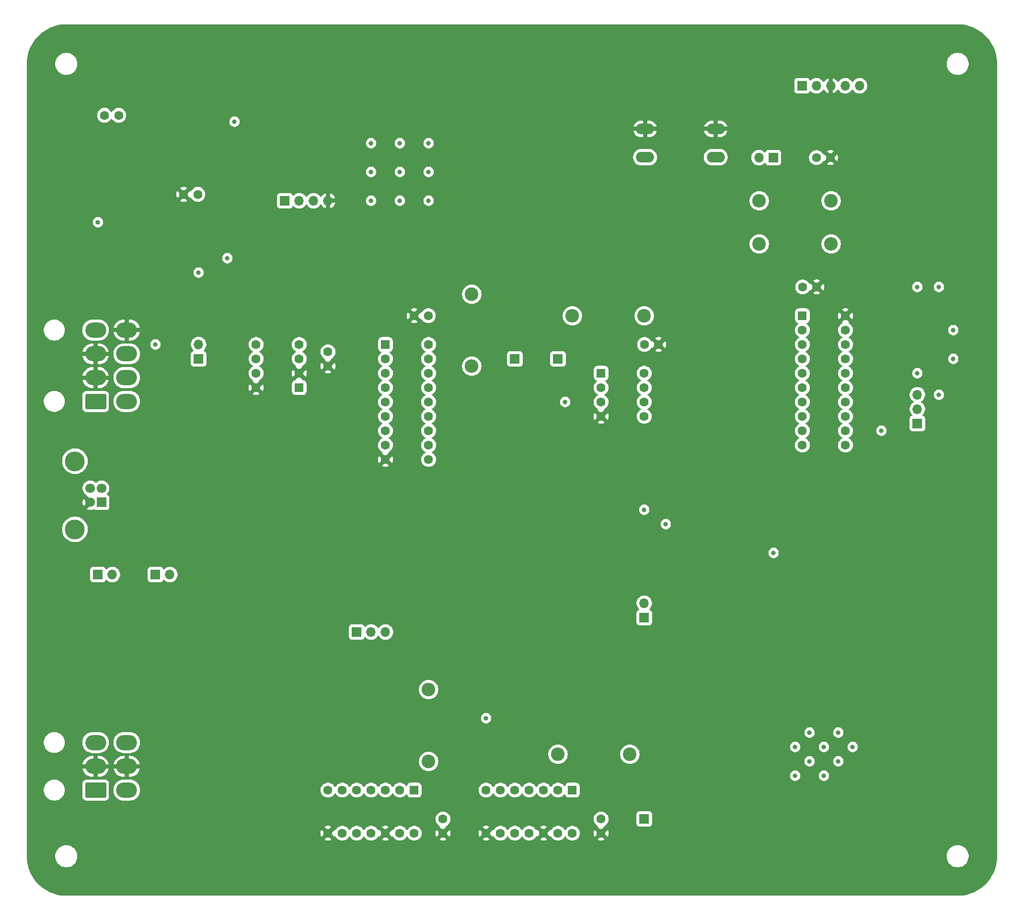
<source format=gbr>
%TF.GenerationSoftware,KiCad,Pcbnew,9.0.0*%
%TF.CreationDate,2025-09-27T10:55:46-04:00*%
%TF.ProjectId,can_gauge_interface,63616e5f-6761-4756-9765-5f696e746572,0.1*%
%TF.SameCoordinates,Original*%
%TF.FileFunction,Copper,L3,Inr*%
%TF.FilePolarity,Positive*%
%FSLAX46Y46*%
G04 Gerber Fmt 4.6, Leading zero omitted, Abs format (unit mm)*
G04 Created by KiCad (PCBNEW 9.0.0) date 2025-09-27 10:55:46*
%MOMM*%
%LPD*%
G01*
G04 APERTURE LIST*
G04 Aperture macros list*
%AMRoundRect*
0 Rectangle with rounded corners*
0 $1 Rounding radius*
0 $2 $3 $4 $5 $6 $7 $8 $9 X,Y pos of 4 corners*
0 Add a 4 corners polygon primitive as box body*
4,1,4,$2,$3,$4,$5,$6,$7,$8,$9,$2,$3,0*
0 Add four circle primitives for the rounded corners*
1,1,$1+$1,$2,$3*
1,1,$1+$1,$4,$5*
1,1,$1+$1,$6,$7*
1,1,$1+$1,$8,$9*
0 Add four rect primitives between the rounded corners*
20,1,$1+$1,$2,$3,$4,$5,0*
20,1,$1+$1,$4,$5,$6,$7,0*
20,1,$1+$1,$6,$7,$8,$9,0*
20,1,$1+$1,$8,$9,$2,$3,0*%
G04 Aperture macros list end*
%TA.AperFunction,ComponentPad*%
%ADD10R,1.700000X1.700000*%
%TD*%
%TA.AperFunction,ComponentPad*%
%ADD11O,1.700000X1.700000*%
%TD*%
%TA.AperFunction,ComponentPad*%
%ADD12RoundRect,0.250000X-0.550000X0.550000X-0.550000X-0.550000X0.550000X-0.550000X0.550000X0.550000X0*%
%TD*%
%TA.AperFunction,ComponentPad*%
%ADD13C,1.600000*%
%TD*%
%TA.AperFunction,ComponentPad*%
%ADD14RoundRect,0.250000X-0.550000X-0.550000X0.550000X-0.550000X0.550000X0.550000X-0.550000X0.550000X0*%
%TD*%
%TA.AperFunction,ComponentPad*%
%ADD15C,2.400000*%
%TD*%
%TA.AperFunction,ComponentPad*%
%ADD16O,2.400000X2.400000*%
%TD*%
%TA.AperFunction,ComponentPad*%
%ADD17O,3.200000X1.900000*%
%TD*%
%TA.AperFunction,ComponentPad*%
%ADD18RoundRect,0.250001X1.599999X-1.099999X1.599999X1.099999X-1.599999X1.099999X-1.599999X-1.099999X0*%
%TD*%
%TA.AperFunction,ComponentPad*%
%ADD19O,3.700000X2.700000*%
%TD*%
%TA.AperFunction,ComponentPad*%
%ADD20C,1.700000*%
%TD*%
%TA.AperFunction,ComponentPad*%
%ADD21C,3.500000*%
%TD*%
%TA.AperFunction,ComponentPad*%
%ADD22RoundRect,0.250000X0.550000X0.550000X-0.550000X0.550000X-0.550000X-0.550000X0.550000X-0.550000X0*%
%TD*%
%TA.AperFunction,ViaPad*%
%ADD23C,0.812800*%
%TD*%
G04 APERTURE END LIST*
D10*
%TO.N,/CAN_L*%
%TO.C,JP5*%
X55880000Y-134620000D03*
D11*
%TO.N,Net-(JP5-B)*%
X55880000Y-132080000D03*
%TD*%
D12*
%TO.N,+5VA*%
%TO.C,U8*%
X121920000Y-210820000D03*
D13*
%TO.N,unconnected-(U8-NC-Pad2)*%
X119380000Y-210820000D03*
%TO.N,/DAC1_~{CS}*%
X116840000Y-210820000D03*
%TO.N,/SCK*%
X114300000Y-210820000D03*
%TO.N,/MOSI*%
X111760000Y-210820000D03*
%TO.N,unconnected-(U8-NC-Pad6)*%
X109220000Y-210820000D03*
%TO.N,unconnected-(U8-NC-Pad7)*%
X106680000Y-210820000D03*
%TO.N,GND*%
X106680000Y-218440000D03*
%TO.N,+5VA*%
X109220000Y-218440000D03*
%TO.N,/AN2*%
X111760000Y-218440000D03*
%TO.N,+5VA*%
X114300000Y-218440000D03*
%TO.N,GND*%
X116840000Y-218440000D03*
%TO.N,+5VA*%
X119380000Y-218440000D03*
%TO.N,/AN1*%
X121920000Y-218440000D03*
%TD*%
%TO.N,GND*%
%TO.C,C15*%
X137160000Y-132080000D03*
%TO.N,+5V*%
X134660000Y-132080000D03*
%TD*%
D10*
%TO.N,/CAN_~{CS}*%
%TO.C,J6*%
X111760000Y-134620000D03*
%TD*%
%TO.N,VBUS*%
%TO.C,JP3*%
X38100000Y-172720000D03*
D11*
%TO.N,+5V*%
X40640000Y-172720000D03*
%TD*%
D13*
%TO.N,GND*%
%TO.C,C13*%
X93980000Y-127000000D03*
%TO.N,+5V*%
X96480000Y-127000000D03*
%TD*%
D10*
%TO.N,/ICSP_~{MCLR}*%
%TO.C,J4*%
X162500000Y-86360000D03*
D11*
%TO.N,+5V*%
X165040000Y-86360000D03*
%TO.N,GND*%
X167580000Y-86360000D03*
%TO.N,/ICSP_DAT*%
X170120000Y-86360000D03*
%TO.N,/ICSP_CLK*%
X172660000Y-86360000D03*
%TD*%
D13*
%TO.N,+5VA*%
%TO.C,C16*%
X99060000Y-215940000D03*
%TO.N,GND*%
X99060000Y-218440000D03*
%TD*%
D10*
%TO.N,/INT*%
%TO.C,JP2*%
X182880000Y-146035000D03*
D11*
%TO.N,/INT{slash}ICSP_CLK*%
X182880000Y-143495000D03*
%TO.N,/ICSP_CLK*%
X182880000Y-140955000D03*
%TD*%
D10*
%TO.N,Net-(JP1-A)*%
%TO.C,JP1*%
X157420000Y-99060000D03*
D11*
%TO.N,/ICSP_~{MCLR}*%
X154880000Y-99060000D03*
%TD*%
D13*
%TO.N,Net-(U5-SW)*%
%TO.C,C4*%
X39255000Y-91585000D03*
%TO.N,Net-(U5-BST)*%
X41755000Y-91585000D03*
%TD*%
%TO.N,Net-(JP1-A)*%
%TO.C,C12*%
X165040000Y-99060000D03*
%TO.N,GND*%
X167540000Y-99060000D03*
%TD*%
D14*
%TO.N,/ROM_~{CS}*%
%TO.C,U4*%
X127000000Y-137160000D03*
D13*
%TO.N,/MISO*%
X127000000Y-139700000D03*
%TO.N,+5V*%
X127000000Y-142240000D03*
%TO.N,GND*%
X127000000Y-144780000D03*
%TO.N,/MOSI*%
X134620000Y-144780000D03*
%TO.N,/SCK*%
X134620000Y-142240000D03*
%TO.N,+5V*%
X134620000Y-139700000D03*
X134620000Y-137160000D03*
%TD*%
D15*
%TO.N,+5VA*%
%TO.C,R10*%
X132080000Y-204470000D03*
D16*
%TO.N,/DAC1_~{CS}*%
X119380000Y-204470000D03*
%TD*%
D10*
%TO.N,/DAC1_~{CS}*%
%TO.C,J8*%
X134620000Y-180340000D03*
D11*
%TO.N,/DAC2_~{CS}*%
X134620000Y-177800000D03*
%TD*%
D13*
%TO.N,GND*%
%TO.C,C5*%
X53245000Y-105555000D03*
%TO.N,Net-(C5-Pad2)*%
X55745000Y-105555000D03*
%TD*%
D17*
%TO.N,GND*%
%TO.C,SW1*%
X134760000Y-93980000D03*
X147260000Y-93980000D03*
%TO.N,/ICSP_~{MCLR}*%
X134760000Y-98980000D03*
X147260000Y-98980000D03*
%TD*%
D18*
%TO.N,/AN1*%
%TO.C,J3*%
X37680000Y-210820000D03*
D19*
%TO.N,GND*%
X37680000Y-206620000D03*
%TO.N,/AN4*%
X37680000Y-202420000D03*
%TO.N,/AN2*%
X43180000Y-210820000D03*
%TO.N,GND*%
X43180000Y-206620000D03*
%TO.N,/AN3*%
X43180000Y-202420000D03*
%TD*%
D15*
%TO.N,+5VA*%
%TO.C,R11*%
X96520000Y-205740000D03*
D16*
%TO.N,/DAC2_~{CS}*%
X96520000Y-193040000D03*
%TD*%
D18*
%TO.N,/Tach*%
%TO.C,J2*%
X37680000Y-142140000D03*
D19*
%TO.N,GND*%
X37680000Y-137940000D03*
X37680000Y-133740000D03*
%TO.N,+12V*%
X37680000Y-129540000D03*
%TO.N,/Speed*%
X43180000Y-142140000D03*
%TO.N,/CAN_H*%
X43180000Y-137940000D03*
%TO.N,/CAN_L*%
X43180000Y-133740000D03*
%TO.N,GND*%
X43180000Y-129540000D03*
%TD*%
D13*
%TO.N,GND*%
%TO.C,C14*%
X78740000Y-135890000D03*
%TO.N,+5V*%
X78740000Y-133390000D03*
%TD*%
D12*
%TO.N,+5VA*%
%TO.C,U9*%
X93980000Y-210820000D03*
D13*
%TO.N,unconnected-(U9-NC-Pad2)*%
X91440000Y-210820000D03*
%TO.N,/DAC2_~{CS}*%
X88900000Y-210820000D03*
%TO.N,/SCK*%
X86360000Y-210820000D03*
%TO.N,/MOSI*%
X83820000Y-210820000D03*
%TO.N,unconnected-(U9-NC-Pad6)*%
X81280000Y-210820000D03*
%TO.N,unconnected-(U9-NC-Pad7)*%
X78740000Y-210820000D03*
%TO.N,GND*%
X78740000Y-218440000D03*
%TO.N,+5VA*%
X81280000Y-218440000D03*
%TO.N,/AN4*%
X83820000Y-218440000D03*
%TO.N,+5VA*%
X86360000Y-218440000D03*
%TO.N,GND*%
X88900000Y-218440000D03*
%TO.N,+5VA*%
X91440000Y-218440000D03*
%TO.N,/AN3*%
X93980000Y-218440000D03*
%TD*%
D10*
%TO.N,VBUS*%
%TO.C,J1*%
X38735000Y-159980000D03*
D20*
%TO.N,/USB_D-*%
X38735000Y-157480000D03*
%TO.N,/USB_D+*%
X36735000Y-157480000D03*
%TO.N,GND*%
X36735000Y-159980000D03*
D21*
%TO.N,unconnected-(J1-Shield-Pad5)*%
X34025000Y-164750000D03*
%TO.N,unconnected-(J1-Shield-Pad5)_1*%
X34025000Y-152710000D03*
%TD*%
D10*
%TO.N,+12V*%
%TO.C,J9*%
X71120000Y-106680000D03*
D11*
%TO.N,+6.5V*%
X73660000Y-106680000D03*
%TO.N,+5V*%
X76200000Y-106680000D03*
%TO.N,GND*%
X78740000Y-106680000D03*
%TD*%
D10*
%TO.N,VBUS*%
%TO.C,JP4*%
X48260000Y-172720000D03*
D11*
%TO.N,+5VA*%
X50800000Y-172720000D03*
%TD*%
D14*
%TO.N,+5V*%
%TO.C,U1*%
X162560000Y-127000000D03*
D13*
%TO.N,/DAC2_~{CS}*%
X162560000Y-129540000D03*
%TO.N,/CLK*%
X162560000Y-132080000D03*
%TO.N,/~{MCLR}*%
X162560000Y-134620000D03*
%TO.N,unconnected-(U1-PWM1{slash}CWG1A{slash}T0CKI{slash}RC5-Pad5)*%
X162560000Y-137160000D03*
%TO.N,/Speed*%
X162560000Y-139700000D03*
%TO.N,/Tach*%
X162560000Y-142240000D03*
%TO.N,/CAN_~{CS}*%
X162560000Y-144780000D03*
%TO.N,/MOSI*%
X162560000Y-147320000D03*
%TO.N,/DAC1_~{CS}*%
X162560000Y-149860000D03*
%TO.N,/SCK*%
X170180000Y-149860000D03*
%TO.N,/ROM_~{CS}*%
X170180000Y-147320000D03*
%TO.N,/MISO*%
X170180000Y-144780000D03*
%TO.N,unconnected-(U1-C2IN2-{slash}C1IN2-{slash}DACOUT1{slash}AN6{slash}RC2-Pad14)*%
X170180000Y-142240000D03*
%TO.N,/INT{slash}ICSP_CLK*%
X170180000Y-139700000D03*
%TO.N,/ICSP_DAT*%
X170180000Y-137160000D03*
%TO.N,Net-(U1-Vusb3v3)*%
X170180000Y-134620000D03*
%TO.N,/USB_D-*%
X170180000Y-132080000D03*
%TO.N,/USB_D+*%
X170180000Y-129540000D03*
%TO.N,GND*%
X170180000Y-127000000D03*
%TD*%
D15*
%TO.N,+5V*%
%TO.C,R9*%
X134620000Y-127000000D03*
D16*
%TO.N,/ROM_~{CS}*%
X121920000Y-127000000D03*
%TD*%
D14*
%TO.N,/CAN_TX*%
%TO.C,U2*%
X88900000Y-132080000D03*
D13*
%TO.N,/CAN_RX*%
X88900000Y-134620000D03*
%TO.N,unconnected-(U2-CLKOUT{slash}SOF-Pad3)*%
X88900000Y-137160000D03*
%TO.N,+5V*%
X88900000Y-139700000D03*
X88900000Y-142240000D03*
X88900000Y-144780000D03*
%TO.N,unconnected-(U2-OSC2-Pad7)*%
X88900000Y-147320000D03*
%TO.N,/CLK*%
X88900000Y-149860000D03*
%TO.N,GND*%
X88900000Y-152400000D03*
%TO.N,unconnected-(U2-~{RX1BF}-Pad10)*%
X96520000Y-152400000D03*
%TO.N,unconnected-(U2-~{RX0BF}-Pad11)*%
X96520000Y-149860000D03*
%TO.N,/INT*%
X96520000Y-147320000D03*
%TO.N,/SCK*%
X96520000Y-144780000D03*
%TO.N,/MOSI*%
X96520000Y-142240000D03*
%TO.N,/MISO*%
X96520000Y-139700000D03*
%TO.N,/CAN_~{CS}*%
X96520000Y-137160000D03*
%TO.N,+5V*%
X96520000Y-134620000D03*
X96520000Y-132080000D03*
%TD*%
D15*
%TO.N,+5V*%
%TO.C,R7*%
X104140000Y-123190000D03*
D16*
%TO.N,/CAN_~{CS}*%
X104140000Y-135890000D03*
%TD*%
D13*
%TO.N,+5V*%
%TO.C,C10*%
X162600000Y-121920000D03*
%TO.N,GND*%
X165100000Y-121920000D03*
%TD*%
D10*
%TO.N,/ROM_~{CS}*%
%TO.C,J7*%
X119380000Y-134620000D03*
%TD*%
D15*
%TO.N,+5V*%
%TO.C,R6*%
X167640000Y-106680000D03*
D16*
%TO.N,/ICSP_~{MCLR}*%
X154940000Y-106680000D03*
%TD*%
D10*
%TO.N,+5VA*%
%TO.C,J10*%
X134620000Y-215900000D03*
%TD*%
D22*
%TO.N,/CAN_TX*%
%TO.C,U3*%
X73660000Y-139700000D03*
D13*
%TO.N,GND*%
X73660000Y-137160000D03*
%TO.N,+5V*%
X73660000Y-134620000D03*
%TO.N,/CAN_RX*%
X73660000Y-132080000D03*
%TO.N,unconnected-(U3-SPLIT-Pad5)*%
X66040000Y-132080000D03*
%TO.N,/CAN_L*%
X66040000Y-134620000D03*
%TO.N,/CAN_H*%
X66040000Y-137160000D03*
%TO.N,GND*%
X66040000Y-139700000D03*
%TD*%
%TO.N,+5VA*%
%TO.C,C17*%
X127000000Y-215940000D03*
%TO.N,GND*%
X127000000Y-218440000D03*
%TD*%
D10*
%TO.N,/MOSI*%
%TO.C,J5*%
X83820000Y-182880000D03*
D11*
%TO.N,/SCK*%
X86360000Y-182880000D03*
%TO.N,/MISO*%
X88900000Y-182880000D03*
%TD*%
D15*
%TO.N,/ICSP_~{MCLR}*%
%TO.C,R4*%
X154940000Y-114300000D03*
D16*
%TO.N,/~{MCLR}*%
X167640000Y-114300000D03*
%TD*%
D23*
%TO.N,+12V*%
X38100000Y-110490000D03*
%TO.N,GND*%
X104140000Y-81280000D03*
X185420000Y-157480000D03*
X165100000Y-149860000D03*
X170180000Y-157480000D03*
X139700000Y-203200000D03*
X99060000Y-83820000D03*
X190500000Y-129540000D03*
X167640000Y-147320000D03*
X119380000Y-142240000D03*
X132080000Y-200660000D03*
X177800000Y-180340000D03*
X177800000Y-215900000D03*
X137160000Y-137160000D03*
X124460000Y-81280000D03*
X139700000Y-195580000D03*
X177800000Y-226060000D03*
X180340000Y-134620000D03*
X177800000Y-220980000D03*
X39489000Y-94506000D03*
X88900000Y-99060000D03*
X124460000Y-91440000D03*
X47490000Y-108095000D03*
X35560000Y-187960000D03*
X93980000Y-104140000D03*
X46220000Y-108095000D03*
X76200000Y-182880000D03*
X59690000Y-116840000D03*
X114300000Y-91440000D03*
X109220000Y-78740000D03*
X86360000Y-142240000D03*
X46220000Y-95395000D03*
X114300000Y-81280000D03*
X137160000Y-127000000D03*
X38100000Y-147320000D03*
X71120000Y-180340000D03*
X55880000Y-182880000D03*
X50800000Y-190500000D03*
X93980000Y-86360000D03*
X177800000Y-165100000D03*
X46220000Y-104285000D03*
X93980000Y-140970000D03*
X137160000Y-140970000D03*
X165100000Y-130810000D03*
X51935000Y-94125000D03*
X186690000Y-142240000D03*
X100330000Y-193040000D03*
X71120000Y-134620000D03*
X47490000Y-95395000D03*
X162560000Y-187960000D03*
X71120000Y-185420000D03*
X130810000Y-179070000D03*
X30480000Y-185420000D03*
X86360000Y-213360000D03*
X185420000Y-210820000D03*
X47490000Y-106825000D03*
X76200000Y-187960000D03*
X177800000Y-210820000D03*
X66040000Y-182880000D03*
X134620000Y-184150000D03*
X129540000Y-137160000D03*
X161290000Y-205776875D03*
X193040000Y-210820000D03*
X37965000Y-96538000D03*
X55880000Y-118110000D03*
X166370000Y-200660000D03*
X30480000Y-190500000D03*
X185420000Y-177800000D03*
X109220000Y-104140000D03*
X100330000Y-205740000D03*
X71120000Y-165100000D03*
X181610000Y-121920000D03*
X177800000Y-218440000D03*
X170180000Y-180340000D03*
X35560000Y-110490000D03*
X111760000Y-213360000D03*
X138430000Y-179070000D03*
X76200000Y-157480000D03*
X47490000Y-105555000D03*
X177800000Y-203200000D03*
X71120000Y-190500000D03*
X86360000Y-144780000D03*
X40640000Y-180340000D03*
X93980000Y-99060000D03*
X189230000Y-128270000D03*
X109220000Y-88900000D03*
X177800000Y-187960000D03*
X107950000Y-198120000D03*
X76200000Y-88900000D03*
X50165000Y-132080000D03*
X158750000Y-168910000D03*
X154940000Y-187960000D03*
X187960000Y-121920000D03*
X163830000Y-208280000D03*
X53967000Y-99840000D03*
X81280000Y-87630000D03*
X78740000Y-83820000D03*
X43180000Y-147320000D03*
X37965000Y-95268000D03*
X119380000Y-88900000D03*
X132080000Y-140970000D03*
X78740000Y-88900000D03*
X60960000Y-165100000D03*
X168910000Y-203200000D03*
X50800000Y-185420000D03*
X60960000Y-160020000D03*
X104140000Y-91440000D03*
X78740000Y-78740000D03*
X163830000Y-203200000D03*
X88900000Y-104140000D03*
X93980000Y-81280000D03*
X88900000Y-83820000D03*
X124460000Y-96520000D03*
X109220000Y-93980000D03*
X160020000Y-127000000D03*
X47490000Y-104285000D03*
X66040000Y-162560000D03*
X184150000Y-137160000D03*
X62230000Y-94615000D03*
X40640000Y-175260000D03*
X114300000Y-96520000D03*
X99060000Y-134620000D03*
X162560000Y-212090000D03*
X170180000Y-172720000D03*
X93980000Y-139700000D03*
X68580000Y-83820000D03*
X83820000Y-213360000D03*
X123190000Y-204470000D03*
X170180000Y-187960000D03*
X171450000Y-200660000D03*
X51935000Y-95395000D03*
X71120000Y-87630000D03*
X42283000Y-95268000D03*
X104140000Y-86360000D03*
X40640000Y-190500000D03*
X30480000Y-180340000D03*
X177800000Y-172720000D03*
X109220000Y-99060000D03*
X86360000Y-90170000D03*
X46220000Y-106825000D03*
X124460000Y-127000000D03*
X170180000Y-195580000D03*
X60325000Y-92710000D03*
X42283000Y-96538000D03*
X73660000Y-88900000D03*
X147320000Y-203200000D03*
X71120000Y-109220000D03*
X135890000Y-161290000D03*
X40640000Y-185420000D03*
X109220000Y-83820000D03*
X139700000Y-210820000D03*
X81280000Y-214630000D03*
X154940000Y-210820000D03*
X114300000Y-86360000D03*
X45720000Y-182880000D03*
X50800000Y-180340000D03*
X71120000Y-170180000D03*
X88900000Y-213360000D03*
X124460000Y-86360000D03*
X46220000Y-105555000D03*
X104140000Y-96520000D03*
X99060000Y-132080000D03*
X154940000Y-195580000D03*
X147320000Y-210820000D03*
X88900000Y-78740000D03*
X193040000Y-203200000D03*
X73660000Y-109220000D03*
X119380000Y-83820000D03*
X139700000Y-163830000D03*
X162560000Y-195580000D03*
X55880000Y-187960000D03*
X161290000Y-200660000D03*
X132080000Y-144780000D03*
X177800000Y-208280000D03*
X119380000Y-99060000D03*
X119380000Y-93980000D03*
X147320000Y-187960000D03*
X68580000Y-87630000D03*
X99060000Y-78740000D03*
X40759000Y-94506000D03*
X185420000Y-203200000D03*
X166370000Y-205740000D03*
X119380000Y-104140000D03*
X76065000Y-97642500D03*
X119380000Y-78740000D03*
X187960000Y-134620000D03*
X46990000Y-139700000D03*
X35560000Y-182880000D03*
X83820000Y-81280000D03*
X177800000Y-205740000D03*
X93980000Y-144780000D03*
X177800000Y-213360000D03*
X46220000Y-103015000D03*
X116840000Y-213360000D03*
X66040000Y-167640000D03*
X46220000Y-94125000D03*
X104140000Y-132080000D03*
X73660000Y-81280000D03*
X83820000Y-87630000D03*
X99060000Y-88900000D03*
X190500000Y-134620000D03*
X104140000Y-127000000D03*
X185420000Y-187960000D03*
X76200000Y-152400000D03*
X47490000Y-103015000D03*
X50800000Y-170180000D03*
X147320000Y-195580000D03*
X176530000Y-146050000D03*
X154940000Y-203200000D03*
X86360000Y-139700000D03*
X167640000Y-212090000D03*
X68580000Y-78740000D03*
X47490000Y-94125000D03*
X45720000Y-187960000D03*
%TO.N,+6.5V*%
X161290000Y-208280000D03*
X163830000Y-205740000D03*
X163830000Y-200660000D03*
X166370000Y-208280000D03*
X168910000Y-200660000D03*
X171450000Y-203200000D03*
X168910000Y-205740000D03*
X161290000Y-203200000D03*
X166370000Y-203200000D03*
X62230000Y-92710000D03*
%TO.N,+5V*%
X96520000Y-106680000D03*
X96520000Y-101600000D03*
X91440000Y-106680000D03*
X91440000Y-96520000D03*
X91440000Y-101600000D03*
X86360000Y-106680000D03*
X86360000Y-96520000D03*
X96520000Y-96520000D03*
X86360000Y-101600000D03*
%TO.N,/USB_D+*%
X189230000Y-129540000D03*
X189230000Y-134620000D03*
%TO.N,/Tach*%
X55880000Y-119380000D03*
%TO.N,/Speed*%
X60960000Y-116840000D03*
%TO.N,/CAN_H*%
X48260000Y-132080000D03*
%TO.N,/ICSP_CLK*%
X186690000Y-121920000D03*
X186690000Y-140970000D03*
%TO.N,/ICSP_DAT*%
X182880000Y-137160000D03*
X182880000Y-121920000D03*
%TO.N,/ROM_~{CS}*%
X120650000Y-142240000D03*
X176530000Y-147320000D03*
%TO.N,/SCK*%
X138430000Y-163830000D03*
%TO.N,/MOSI*%
X106680000Y-198120000D03*
X134620000Y-161290000D03*
%TO.N,/CLK*%
X157480000Y-168910000D03*
%TD*%
%TA.AperFunction,Conductor*%
%TO.N,GND*%
G36*
X190002239Y-75500579D02*
G01*
X190494858Y-75518173D01*
X190503804Y-75518814D01*
X190991678Y-75571266D01*
X191000540Y-75572540D01*
X191483425Y-75659662D01*
X191492212Y-75661574D01*
X191967626Y-75782916D01*
X191976255Y-75785450D01*
X192441803Y-75940398D01*
X192450219Y-75943536D01*
X192903551Y-76131313D01*
X192911718Y-76135044D01*
X193350474Y-76354669D01*
X193358368Y-76358979D01*
X193780344Y-76609349D01*
X193787907Y-76614209D01*
X194190958Y-76894053D01*
X194198140Y-76899429D01*
X194580189Y-77207303D01*
X194586987Y-77213193D01*
X194946100Y-77547539D01*
X194952458Y-77553897D01*
X195286806Y-77913012D01*
X195292696Y-77919810D01*
X195600563Y-78301850D01*
X195605953Y-78309050D01*
X195885787Y-78712088D01*
X195890650Y-78719655D01*
X196141020Y-79141631D01*
X196145330Y-79149525D01*
X196364952Y-79588274D01*
X196368689Y-79596456D01*
X196556458Y-80049768D01*
X196559601Y-80058196D01*
X196714549Y-80523744D01*
X196717083Y-80532373D01*
X196838425Y-81007787D01*
X196840337Y-81016576D01*
X196927456Y-81499439D01*
X196928736Y-81508342D01*
X196981184Y-81996182D01*
X196981826Y-82005154D01*
X196999420Y-82497760D01*
X196999500Y-82502257D01*
X196999500Y-222497742D01*
X196999420Y-222502239D01*
X196981826Y-222994845D01*
X196981184Y-223003817D01*
X196928736Y-223491657D01*
X196927456Y-223500560D01*
X196840337Y-223983423D01*
X196838425Y-223992212D01*
X196717083Y-224467626D01*
X196714549Y-224476255D01*
X196559601Y-224941803D01*
X196556458Y-224950231D01*
X196368689Y-225403543D01*
X196364952Y-225411725D01*
X196145330Y-225850474D01*
X196141020Y-225858368D01*
X195890650Y-226280344D01*
X195885787Y-226287911D01*
X195605953Y-226690949D01*
X195600563Y-226698149D01*
X195292696Y-227080189D01*
X195286806Y-227086987D01*
X194952460Y-227446100D01*
X194946100Y-227452460D01*
X194586987Y-227786806D01*
X194580189Y-227792696D01*
X194198149Y-228100563D01*
X194190949Y-228105953D01*
X193787911Y-228385787D01*
X193780344Y-228390650D01*
X193358368Y-228641020D01*
X193350474Y-228645330D01*
X192911725Y-228864952D01*
X192903543Y-228868689D01*
X192450231Y-229056458D01*
X192441803Y-229059601D01*
X191976255Y-229214549D01*
X191967626Y-229217083D01*
X191492212Y-229338425D01*
X191483423Y-229340337D01*
X191000560Y-229427456D01*
X190991657Y-229428736D01*
X190503817Y-229481184D01*
X190494845Y-229481826D01*
X190002240Y-229499420D01*
X189997743Y-229499500D01*
X32502257Y-229499500D01*
X32497760Y-229499420D01*
X32005154Y-229481826D01*
X31996182Y-229481184D01*
X31508342Y-229428736D01*
X31499439Y-229427456D01*
X31016576Y-229340337D01*
X31007787Y-229338425D01*
X30532373Y-229217083D01*
X30523744Y-229214549D01*
X30058196Y-229059601D01*
X30049768Y-229056458D01*
X29596456Y-228868689D01*
X29588274Y-228864952D01*
X29149525Y-228645330D01*
X29141631Y-228641020D01*
X28719655Y-228390650D01*
X28712088Y-228385787D01*
X28309050Y-228105953D01*
X28301850Y-228100563D01*
X27919810Y-227792696D01*
X27913012Y-227786806D01*
X27553899Y-227452460D01*
X27547539Y-227446100D01*
X27445975Y-227337013D01*
X27213190Y-227086984D01*
X27207303Y-227080189D01*
X27054401Y-226890449D01*
X26899429Y-226698140D01*
X26894053Y-226690958D01*
X26614209Y-226287907D01*
X26609349Y-226280344D01*
X26406278Y-225938087D01*
X26358976Y-225858363D01*
X26354669Y-225850474D01*
X26135047Y-225411725D01*
X26131310Y-225403543D01*
X25943541Y-224950231D01*
X25940398Y-224941803D01*
X25785450Y-224476255D01*
X25782916Y-224467626D01*
X25661574Y-223992212D01*
X25659662Y-223983423D01*
X25624549Y-223788807D01*
X25572540Y-223500540D01*
X25571266Y-223491678D01*
X25518814Y-223003804D01*
X25518173Y-222994845D01*
X25514119Y-222881340D01*
X25500580Y-222502239D01*
X25500500Y-222497742D01*
X25500500Y-222372154D01*
X30549500Y-222372154D01*
X30549500Y-222627845D01*
X30582872Y-222881332D01*
X30582873Y-222881338D01*
X30582874Y-222881340D01*
X30649050Y-223128313D01*
X30746896Y-223364535D01*
X30746897Y-223364536D01*
X30746902Y-223364546D01*
X30874736Y-223585961D01*
X30874741Y-223585967D01*
X31030385Y-223788807D01*
X31030404Y-223788828D01*
X31211171Y-223969595D01*
X31211181Y-223969604D01*
X31211187Y-223969610D01*
X31414035Y-224125261D01*
X31635465Y-224253104D01*
X31871687Y-224350950D01*
X32118660Y-224417126D01*
X32118666Y-224417126D01*
X32118667Y-224417127D01*
X32147751Y-224420956D01*
X32372157Y-224450500D01*
X32372164Y-224450500D01*
X32627836Y-224450500D01*
X32627843Y-224450500D01*
X32881340Y-224417126D01*
X33128313Y-224350950D01*
X33364535Y-224253104D01*
X33585965Y-224125261D01*
X33788813Y-223969610D01*
X33969610Y-223788813D01*
X34125261Y-223585965D01*
X34253104Y-223364535D01*
X34350950Y-223128313D01*
X34417126Y-222881340D01*
X34450500Y-222627843D01*
X34450500Y-222372157D01*
X34450500Y-222372154D01*
X188049500Y-222372154D01*
X188049500Y-222627845D01*
X188082872Y-222881332D01*
X188082873Y-222881338D01*
X188082874Y-222881340D01*
X188149050Y-223128313D01*
X188246896Y-223364535D01*
X188246897Y-223364536D01*
X188246902Y-223364546D01*
X188374736Y-223585961D01*
X188374741Y-223585967D01*
X188530385Y-223788807D01*
X188530404Y-223788828D01*
X188711171Y-223969595D01*
X188711181Y-223969604D01*
X188711187Y-223969610D01*
X188914035Y-224125261D01*
X189135465Y-224253104D01*
X189371687Y-224350950D01*
X189618660Y-224417126D01*
X189618666Y-224417126D01*
X189618667Y-224417127D01*
X189647751Y-224420956D01*
X189872157Y-224450500D01*
X189872164Y-224450500D01*
X190127836Y-224450500D01*
X190127843Y-224450500D01*
X190381340Y-224417126D01*
X190628313Y-224350950D01*
X190864535Y-224253104D01*
X191085965Y-224125261D01*
X191288813Y-223969610D01*
X191469610Y-223788813D01*
X191625261Y-223585965D01*
X191753104Y-223364535D01*
X191850950Y-223128313D01*
X191917126Y-222881340D01*
X191950500Y-222627843D01*
X191950500Y-222372157D01*
X191917126Y-222118660D01*
X191850950Y-221871687D01*
X191753104Y-221635465D01*
X191625261Y-221414035D01*
X191469610Y-221211187D01*
X191469604Y-221211181D01*
X191469595Y-221211171D01*
X191288828Y-221030404D01*
X191288807Y-221030385D01*
X191195548Y-220958825D01*
X191085965Y-220874739D01*
X191085963Y-220874738D01*
X191085961Y-220874736D01*
X190864546Y-220746902D01*
X190864541Y-220746899D01*
X190864535Y-220746896D01*
X190628313Y-220649050D01*
X190381340Y-220582874D01*
X190381338Y-220582873D01*
X190381332Y-220582872D01*
X190127845Y-220549500D01*
X190127843Y-220549500D01*
X189872157Y-220549500D01*
X189872154Y-220549500D01*
X189618667Y-220582872D01*
X189371687Y-220649050D01*
X189135463Y-220746897D01*
X189135453Y-220746902D01*
X188914038Y-220874736D01*
X188914032Y-220874741D01*
X188711192Y-221030385D01*
X188711171Y-221030404D01*
X188530404Y-221211171D01*
X188530385Y-221211192D01*
X188374741Y-221414032D01*
X188374736Y-221414038D01*
X188246902Y-221635453D01*
X188246897Y-221635463D01*
X188149050Y-221871687D01*
X188082872Y-222118667D01*
X188049500Y-222372154D01*
X34450500Y-222372154D01*
X34417126Y-222118660D01*
X34350950Y-221871687D01*
X34253104Y-221635465D01*
X34125261Y-221414035D01*
X33969610Y-221211187D01*
X33969604Y-221211181D01*
X33969595Y-221211171D01*
X33788828Y-221030404D01*
X33788807Y-221030385D01*
X33695548Y-220958825D01*
X33585965Y-220874739D01*
X33585963Y-220874738D01*
X33585961Y-220874736D01*
X33364546Y-220746902D01*
X33364541Y-220746899D01*
X33364535Y-220746896D01*
X33128313Y-220649050D01*
X32881340Y-220582874D01*
X32881338Y-220582873D01*
X32881332Y-220582872D01*
X32627845Y-220549500D01*
X32627843Y-220549500D01*
X32372157Y-220549500D01*
X32372154Y-220549500D01*
X32118667Y-220582872D01*
X31871687Y-220649050D01*
X31635463Y-220746897D01*
X31635453Y-220746902D01*
X31414038Y-220874736D01*
X31414032Y-220874741D01*
X31211192Y-221030385D01*
X31211171Y-221030404D01*
X31030404Y-221211171D01*
X31030385Y-221211192D01*
X30874741Y-221414032D01*
X30874736Y-221414038D01*
X30746902Y-221635453D01*
X30746897Y-221635463D01*
X30649050Y-221871687D01*
X30582872Y-222118667D01*
X30549500Y-222372154D01*
X25500500Y-222372154D01*
X25500500Y-219594364D01*
X78124449Y-219594364D01*
X78237900Y-219652170D01*
X78237906Y-219652173D01*
X78433705Y-219715791D01*
X78433701Y-219715791D01*
X78637061Y-219748000D01*
X78842939Y-219748000D01*
X79046296Y-219715791D01*
X79242093Y-219652173D01*
X79242099Y-219652170D01*
X79355548Y-219594364D01*
X78740000Y-218978815D01*
X78739999Y-218978815D01*
X78124449Y-219594364D01*
X25500500Y-219594364D01*
X25500500Y-218337061D01*
X77432000Y-218337061D01*
X77432000Y-218542938D01*
X77464208Y-218746296D01*
X77527826Y-218942093D01*
X77527831Y-218942105D01*
X77585633Y-219055549D01*
X78201184Y-218439999D01*
X78148524Y-218387339D01*
X78340000Y-218387339D01*
X78340000Y-218492661D01*
X78367259Y-218594394D01*
X78419920Y-218685606D01*
X78494394Y-218760080D01*
X78585606Y-218812741D01*
X78687339Y-218840000D01*
X78792661Y-218840000D01*
X78894394Y-218812741D01*
X78985606Y-218760080D01*
X79060080Y-218685606D01*
X79112741Y-218594394D01*
X79140000Y-218492661D01*
X79140000Y-218439999D01*
X79278815Y-218439999D01*
X79894364Y-219055548D01*
X79897452Y-219049489D01*
X79946199Y-218997873D01*
X80015114Y-218980807D01*
X80082316Y-219003707D01*
X80121985Y-219049487D01*
X80160871Y-219125803D01*
X80281932Y-219292430D01*
X80281934Y-219292432D01*
X80281936Y-219292435D01*
X80427564Y-219438063D01*
X80427567Y-219438065D01*
X80427570Y-219438068D01*
X80594197Y-219559129D01*
X80777710Y-219652634D01*
X80973592Y-219716280D01*
X81177019Y-219748500D01*
X81177022Y-219748500D01*
X81382978Y-219748500D01*
X81382981Y-219748500D01*
X81586408Y-219716280D01*
X81782290Y-219652634D01*
X81965803Y-219559129D01*
X82132430Y-219438068D01*
X82278068Y-219292430D01*
X82399129Y-219125803D01*
X82437734Y-219050034D01*
X82486481Y-218998422D01*
X82555396Y-218981356D01*
X82622598Y-219004257D01*
X82662264Y-219050034D01*
X82700871Y-219125803D01*
X82821932Y-219292430D01*
X82821934Y-219292432D01*
X82821936Y-219292435D01*
X82967564Y-219438063D01*
X82967567Y-219438065D01*
X82967570Y-219438068D01*
X83134197Y-219559129D01*
X83317710Y-219652634D01*
X83513592Y-219716280D01*
X83717019Y-219748500D01*
X83717022Y-219748500D01*
X83922978Y-219748500D01*
X83922981Y-219748500D01*
X84126408Y-219716280D01*
X84322290Y-219652634D01*
X84505803Y-219559129D01*
X84672430Y-219438068D01*
X84818068Y-219292430D01*
X84939129Y-219125803D01*
X84977734Y-219050034D01*
X85026481Y-218998422D01*
X85095396Y-218981356D01*
X85162598Y-219004257D01*
X85202264Y-219050034D01*
X85240871Y-219125803D01*
X85361932Y-219292430D01*
X85361934Y-219292432D01*
X85361936Y-219292435D01*
X85507564Y-219438063D01*
X85507567Y-219438065D01*
X85507570Y-219438068D01*
X85674197Y-219559129D01*
X85857710Y-219652634D01*
X86053592Y-219716280D01*
X86257019Y-219748500D01*
X86257022Y-219748500D01*
X86462978Y-219748500D01*
X86462981Y-219748500D01*
X86666408Y-219716280D01*
X86862290Y-219652634D01*
X86976651Y-219594364D01*
X88284449Y-219594364D01*
X88397900Y-219652170D01*
X88397906Y-219652173D01*
X88593705Y-219715791D01*
X88593701Y-219715791D01*
X88797061Y-219748000D01*
X89002939Y-219748000D01*
X89206296Y-219715791D01*
X89402093Y-219652173D01*
X89402099Y-219652170D01*
X89515548Y-219594364D01*
X88900000Y-218978815D01*
X88899999Y-218978815D01*
X88284449Y-219594364D01*
X86976651Y-219594364D01*
X87045803Y-219559129D01*
X87212430Y-219438068D01*
X87358068Y-219292430D01*
X87479129Y-219125803D01*
X87518013Y-219049488D01*
X87566760Y-218997874D01*
X87635675Y-218980808D01*
X87702876Y-219003708D01*
X87742546Y-219049489D01*
X87745633Y-219055549D01*
X88361184Y-218439999D01*
X88308524Y-218387339D01*
X88500000Y-218387339D01*
X88500000Y-218492661D01*
X88527259Y-218594394D01*
X88579920Y-218685606D01*
X88654394Y-218760080D01*
X88745606Y-218812741D01*
X88847339Y-218840000D01*
X88952661Y-218840000D01*
X89054394Y-218812741D01*
X89145606Y-218760080D01*
X89220080Y-218685606D01*
X89272741Y-218594394D01*
X89300000Y-218492661D01*
X89300000Y-218439999D01*
X89438815Y-218439999D01*
X90054364Y-219055548D01*
X90057452Y-219049489D01*
X90106199Y-218997873D01*
X90175114Y-218980807D01*
X90242316Y-219003707D01*
X90281985Y-219049487D01*
X90320871Y-219125803D01*
X90441932Y-219292430D01*
X90441934Y-219292432D01*
X90441936Y-219292435D01*
X90587564Y-219438063D01*
X90587567Y-219438065D01*
X90587570Y-219438068D01*
X90754197Y-219559129D01*
X90937710Y-219652634D01*
X91133592Y-219716280D01*
X91337019Y-219748500D01*
X91337022Y-219748500D01*
X91542978Y-219748500D01*
X91542981Y-219748500D01*
X91746408Y-219716280D01*
X91942290Y-219652634D01*
X92125803Y-219559129D01*
X92292430Y-219438068D01*
X92438068Y-219292430D01*
X92559129Y-219125803D01*
X92597734Y-219050034D01*
X92646481Y-218998422D01*
X92715396Y-218981356D01*
X92782598Y-219004257D01*
X92822264Y-219050034D01*
X92860871Y-219125803D01*
X92981932Y-219292430D01*
X92981934Y-219292432D01*
X92981936Y-219292435D01*
X93127564Y-219438063D01*
X93127567Y-219438065D01*
X93127570Y-219438068D01*
X93294197Y-219559129D01*
X93477710Y-219652634D01*
X93673592Y-219716280D01*
X93877019Y-219748500D01*
X93877022Y-219748500D01*
X94082978Y-219748500D01*
X94082981Y-219748500D01*
X94286408Y-219716280D01*
X94482290Y-219652634D01*
X94596651Y-219594364D01*
X98444449Y-219594364D01*
X98557900Y-219652170D01*
X98557906Y-219652173D01*
X98753705Y-219715791D01*
X98753701Y-219715791D01*
X98957061Y-219748000D01*
X99162939Y-219748000D01*
X99366296Y-219715791D01*
X99562093Y-219652173D01*
X99562099Y-219652170D01*
X99675548Y-219594364D01*
X106064449Y-219594364D01*
X106177900Y-219652170D01*
X106177906Y-219652173D01*
X106373705Y-219715791D01*
X106373701Y-219715791D01*
X106577061Y-219748000D01*
X106782939Y-219748000D01*
X106986296Y-219715791D01*
X107182093Y-219652173D01*
X107182099Y-219652170D01*
X107295548Y-219594364D01*
X106680000Y-218978815D01*
X106679999Y-218978815D01*
X106064449Y-219594364D01*
X99675548Y-219594364D01*
X99060000Y-218978815D01*
X99059999Y-218978815D01*
X98444449Y-219594364D01*
X94596651Y-219594364D01*
X94665803Y-219559129D01*
X94832430Y-219438068D01*
X94978068Y-219292430D01*
X95099129Y-219125803D01*
X95192634Y-218942290D01*
X95256280Y-218746408D01*
X95288500Y-218542981D01*
X95288500Y-218337061D01*
X97752000Y-218337061D01*
X97752000Y-218542938D01*
X97784208Y-218746296D01*
X97847826Y-218942093D01*
X97847831Y-218942105D01*
X97905633Y-219055549D01*
X98521184Y-218439999D01*
X98468524Y-218387339D01*
X98660000Y-218387339D01*
X98660000Y-218492661D01*
X98687259Y-218594394D01*
X98739920Y-218685606D01*
X98814394Y-218760080D01*
X98905606Y-218812741D01*
X99007339Y-218840000D01*
X99112661Y-218840000D01*
X99214394Y-218812741D01*
X99305606Y-218760080D01*
X99380080Y-218685606D01*
X99432741Y-218594394D01*
X99460000Y-218492661D01*
X99460000Y-218439999D01*
X99598815Y-218439999D01*
X100214364Y-219055548D01*
X100272170Y-218942099D01*
X100272173Y-218942093D01*
X100335791Y-218746296D01*
X100368000Y-218542938D01*
X100368000Y-218337061D01*
X105372000Y-218337061D01*
X105372000Y-218542938D01*
X105404208Y-218746296D01*
X105467826Y-218942093D01*
X105467831Y-218942105D01*
X105525633Y-219055549D01*
X106141184Y-218439999D01*
X106088524Y-218387339D01*
X106280000Y-218387339D01*
X106280000Y-218492661D01*
X106307259Y-218594394D01*
X106359920Y-218685606D01*
X106434394Y-218760080D01*
X106525606Y-218812741D01*
X106627339Y-218840000D01*
X106732661Y-218840000D01*
X106834394Y-218812741D01*
X106925606Y-218760080D01*
X107000080Y-218685606D01*
X107052741Y-218594394D01*
X107080000Y-218492661D01*
X107080000Y-218439999D01*
X107218814Y-218439999D01*
X107834364Y-219055548D01*
X107837452Y-219049489D01*
X107886199Y-218997873D01*
X107955114Y-218980807D01*
X108022316Y-219003707D01*
X108061985Y-219049487D01*
X108100871Y-219125803D01*
X108221932Y-219292430D01*
X108221934Y-219292432D01*
X108221936Y-219292435D01*
X108367564Y-219438063D01*
X108367567Y-219438065D01*
X108367570Y-219438068D01*
X108534197Y-219559129D01*
X108717710Y-219652634D01*
X108913592Y-219716280D01*
X109117019Y-219748500D01*
X109117022Y-219748500D01*
X109322978Y-219748500D01*
X109322981Y-219748500D01*
X109526408Y-219716280D01*
X109722290Y-219652634D01*
X109905803Y-219559129D01*
X110072430Y-219438068D01*
X110218068Y-219292430D01*
X110339129Y-219125803D01*
X110377734Y-219050034D01*
X110426481Y-218998422D01*
X110495396Y-218981356D01*
X110562598Y-219004257D01*
X110602264Y-219050034D01*
X110640871Y-219125803D01*
X110761932Y-219292430D01*
X110761934Y-219292432D01*
X110761936Y-219292435D01*
X110907564Y-219438063D01*
X110907567Y-219438065D01*
X110907570Y-219438068D01*
X111074197Y-219559129D01*
X111257710Y-219652634D01*
X111453592Y-219716280D01*
X111657019Y-219748500D01*
X111657022Y-219748500D01*
X111862978Y-219748500D01*
X111862981Y-219748500D01*
X112066408Y-219716280D01*
X112262290Y-219652634D01*
X112445803Y-219559129D01*
X112612430Y-219438068D01*
X112758068Y-219292430D01*
X112879129Y-219125803D01*
X112917734Y-219050034D01*
X112966481Y-218998422D01*
X113035396Y-218981356D01*
X113102598Y-219004257D01*
X113142264Y-219050034D01*
X113180871Y-219125803D01*
X113301932Y-219292430D01*
X113301934Y-219292432D01*
X113301936Y-219292435D01*
X113447564Y-219438063D01*
X113447567Y-219438065D01*
X113447570Y-219438068D01*
X113614197Y-219559129D01*
X113797710Y-219652634D01*
X113993592Y-219716280D01*
X114197019Y-219748500D01*
X114197022Y-219748500D01*
X114402978Y-219748500D01*
X114402981Y-219748500D01*
X114606408Y-219716280D01*
X114802290Y-219652634D01*
X114916651Y-219594364D01*
X116224449Y-219594364D01*
X116337900Y-219652170D01*
X116337906Y-219652173D01*
X116533705Y-219715791D01*
X116533701Y-219715791D01*
X116737061Y-219748000D01*
X116942939Y-219748000D01*
X117146296Y-219715791D01*
X117342093Y-219652173D01*
X117342099Y-219652170D01*
X117455548Y-219594364D01*
X116840000Y-218978815D01*
X116839999Y-218978815D01*
X116224449Y-219594364D01*
X114916651Y-219594364D01*
X114985803Y-219559129D01*
X115152430Y-219438068D01*
X115298068Y-219292430D01*
X115419129Y-219125803D01*
X115458013Y-219049488D01*
X115506760Y-218997874D01*
X115575675Y-218980808D01*
X115642876Y-219003708D01*
X115682546Y-219049489D01*
X115685633Y-219055549D01*
X116301184Y-218439999D01*
X116248524Y-218387339D01*
X116440000Y-218387339D01*
X116440000Y-218492661D01*
X116467259Y-218594394D01*
X116519920Y-218685606D01*
X116594394Y-218760080D01*
X116685606Y-218812741D01*
X116787339Y-218840000D01*
X116892661Y-218840000D01*
X116994394Y-218812741D01*
X117085606Y-218760080D01*
X117160080Y-218685606D01*
X117212741Y-218594394D01*
X117240000Y-218492661D01*
X117240000Y-218439999D01*
X117378814Y-218439999D01*
X117994364Y-219055548D01*
X117997452Y-219049489D01*
X118046199Y-218997873D01*
X118115114Y-218980807D01*
X118182316Y-219003707D01*
X118221985Y-219049487D01*
X118260871Y-219125803D01*
X118381932Y-219292430D01*
X118381934Y-219292432D01*
X118381936Y-219292435D01*
X118527564Y-219438063D01*
X118527567Y-219438065D01*
X118527570Y-219438068D01*
X118694197Y-219559129D01*
X118877710Y-219652634D01*
X119073592Y-219716280D01*
X119277019Y-219748500D01*
X119277022Y-219748500D01*
X119482978Y-219748500D01*
X119482981Y-219748500D01*
X119686408Y-219716280D01*
X119882290Y-219652634D01*
X120065803Y-219559129D01*
X120232430Y-219438068D01*
X120378068Y-219292430D01*
X120499129Y-219125803D01*
X120537734Y-219050034D01*
X120586481Y-218998422D01*
X120655396Y-218981356D01*
X120722598Y-219004257D01*
X120762264Y-219050034D01*
X120800871Y-219125803D01*
X120921932Y-219292430D01*
X120921934Y-219292432D01*
X120921936Y-219292435D01*
X121067564Y-219438063D01*
X121067567Y-219438065D01*
X121067570Y-219438068D01*
X121234197Y-219559129D01*
X121417710Y-219652634D01*
X121613592Y-219716280D01*
X121817019Y-219748500D01*
X121817022Y-219748500D01*
X122022978Y-219748500D01*
X122022981Y-219748500D01*
X122226408Y-219716280D01*
X122422290Y-219652634D01*
X122536651Y-219594364D01*
X126384449Y-219594364D01*
X126497900Y-219652170D01*
X126497906Y-219652173D01*
X126693705Y-219715791D01*
X126693701Y-219715791D01*
X126897061Y-219748000D01*
X127102939Y-219748000D01*
X127306296Y-219715791D01*
X127502093Y-219652173D01*
X127502099Y-219652170D01*
X127615548Y-219594364D01*
X127000000Y-218978815D01*
X126999999Y-218978815D01*
X126384449Y-219594364D01*
X122536651Y-219594364D01*
X122605803Y-219559129D01*
X122772430Y-219438068D01*
X122918068Y-219292430D01*
X123039129Y-219125803D01*
X123132634Y-218942290D01*
X123196280Y-218746408D01*
X123228500Y-218542981D01*
X123228500Y-218337061D01*
X125692000Y-218337061D01*
X125692000Y-218542938D01*
X125724208Y-218746296D01*
X125787826Y-218942093D01*
X125787831Y-218942105D01*
X125845633Y-219055549D01*
X126461184Y-218439999D01*
X126408524Y-218387339D01*
X126600000Y-218387339D01*
X126600000Y-218492661D01*
X126627259Y-218594394D01*
X126679920Y-218685606D01*
X126754394Y-218760080D01*
X126845606Y-218812741D01*
X126947339Y-218840000D01*
X127052661Y-218840000D01*
X127154394Y-218812741D01*
X127245606Y-218760080D01*
X127320080Y-218685606D01*
X127372741Y-218594394D01*
X127400000Y-218492661D01*
X127400000Y-218439999D01*
X127538814Y-218439999D01*
X128154364Y-219055548D01*
X128212170Y-218942099D01*
X128212173Y-218942093D01*
X128275791Y-218746296D01*
X128308000Y-218542938D01*
X128308000Y-218337061D01*
X128275791Y-218133703D01*
X128212173Y-217937906D01*
X128212170Y-217937900D01*
X128154364Y-217824450D01*
X128154364Y-217824449D01*
X127538814Y-218439999D01*
X127400000Y-218439999D01*
X127400000Y-218387339D01*
X127372741Y-218285606D01*
X127320080Y-218194394D01*
X127245606Y-218119920D01*
X127154394Y-218067259D01*
X127052661Y-218040000D01*
X126947339Y-218040000D01*
X126845606Y-218067259D01*
X126754394Y-218119920D01*
X126679920Y-218194394D01*
X126627259Y-218285606D01*
X126600000Y-218387339D01*
X126408524Y-218387339D01*
X125845635Y-217824450D01*
X125845634Y-217824450D01*
X125787828Y-217937900D01*
X125724208Y-218133703D01*
X125692000Y-218337061D01*
X123228500Y-218337061D01*
X123228500Y-218337019D01*
X123196280Y-218133592D01*
X123132634Y-217937710D01*
X123039129Y-217754197D01*
X122918068Y-217587570D01*
X122918065Y-217587567D01*
X122918063Y-217587564D01*
X122772435Y-217441936D01*
X122772432Y-217441934D01*
X122772430Y-217441932D01*
X122605803Y-217320871D01*
X122422290Y-217227366D01*
X122422287Y-217227365D01*
X122422285Y-217227364D01*
X122226412Y-217163721D01*
X122226410Y-217163720D01*
X122226408Y-217163720D01*
X122022981Y-217131500D01*
X121817019Y-217131500D01*
X121613592Y-217163720D01*
X121613590Y-217163720D01*
X121613587Y-217163721D01*
X121417714Y-217227364D01*
X121417708Y-217227367D01*
X121234193Y-217320873D01*
X121067567Y-217441934D01*
X121067564Y-217441936D01*
X120921936Y-217587564D01*
X120921934Y-217587567D01*
X120800873Y-217754193D01*
X120762267Y-217829962D01*
X120713518Y-217881577D01*
X120644603Y-217898643D01*
X120577402Y-217875742D01*
X120537733Y-217829962D01*
X120499129Y-217754197D01*
X120378068Y-217587570D01*
X120378065Y-217587567D01*
X120378063Y-217587564D01*
X120232435Y-217441936D01*
X120232432Y-217441934D01*
X120232430Y-217441932D01*
X120065803Y-217320871D01*
X119882290Y-217227366D01*
X119882287Y-217227365D01*
X119882285Y-217227364D01*
X119686412Y-217163721D01*
X119686410Y-217163720D01*
X119686408Y-217163720D01*
X119482981Y-217131500D01*
X119277019Y-217131500D01*
X119073592Y-217163720D01*
X119073590Y-217163720D01*
X119073587Y-217163721D01*
X118877714Y-217227364D01*
X118877708Y-217227367D01*
X118694193Y-217320873D01*
X118527567Y-217441934D01*
X118527564Y-217441936D01*
X118381936Y-217587564D01*
X118381934Y-217587567D01*
X118260872Y-217754193D01*
X118225860Y-217822908D01*
X118221988Y-217830510D01*
X118221987Y-217830511D01*
X118173238Y-217882126D01*
X118104323Y-217899192D01*
X118037122Y-217876291D01*
X117997453Y-217830511D01*
X117994364Y-217824450D01*
X117994364Y-217824449D01*
X117378814Y-218439999D01*
X117240000Y-218439999D01*
X117240000Y-218387339D01*
X117212741Y-218285606D01*
X117160080Y-218194394D01*
X117085606Y-218119920D01*
X116994394Y-218067259D01*
X116892661Y-218040000D01*
X116787339Y-218040000D01*
X116685606Y-218067259D01*
X116594394Y-218119920D01*
X116519920Y-218194394D01*
X116467259Y-218285606D01*
X116440000Y-218387339D01*
X116248524Y-218387339D01*
X115685635Y-217824450D01*
X115685633Y-217824450D01*
X115682546Y-217830510D01*
X115633797Y-217882125D01*
X115564882Y-217899191D01*
X115497681Y-217876290D01*
X115458013Y-217830511D01*
X115419129Y-217754197D01*
X115298068Y-217587570D01*
X115298065Y-217587567D01*
X115298063Y-217587564D01*
X115152435Y-217441936D01*
X115152431Y-217441933D01*
X115152430Y-217441932D01*
X114985803Y-217320871D01*
X114916647Y-217285634D01*
X116224450Y-217285634D01*
X116224450Y-217285635D01*
X116839999Y-217901184D01*
X116840000Y-217901184D01*
X117455549Y-217285633D01*
X117342105Y-217227831D01*
X117342093Y-217227826D01*
X117146294Y-217164208D01*
X117146298Y-217164208D01*
X116942939Y-217132000D01*
X116737061Y-217132000D01*
X116533703Y-217164208D01*
X116337900Y-217227828D01*
X116224450Y-217285634D01*
X114916647Y-217285634D01*
X114802290Y-217227366D01*
X114802287Y-217227365D01*
X114802285Y-217227364D01*
X114606412Y-217163721D01*
X114606410Y-217163720D01*
X114606408Y-217163720D01*
X114402981Y-217131500D01*
X114197019Y-217131500D01*
X113993592Y-217163720D01*
X113993590Y-217163720D01*
X113993587Y-217163721D01*
X113797714Y-217227364D01*
X113797708Y-217227367D01*
X113614193Y-217320873D01*
X113447567Y-217441934D01*
X113447564Y-217441936D01*
X113301936Y-217587564D01*
X113301934Y-217587567D01*
X113180873Y-217754193D01*
X113142267Y-217829962D01*
X113093518Y-217881577D01*
X113024603Y-217898643D01*
X112957402Y-217875742D01*
X112917733Y-217829962D01*
X112879129Y-217754197D01*
X112758068Y-217587570D01*
X112758065Y-217587567D01*
X112758063Y-217587564D01*
X112612435Y-217441936D01*
X112612432Y-217441934D01*
X112612430Y-217441932D01*
X112445803Y-217320871D01*
X112262290Y-217227366D01*
X112262287Y-217227365D01*
X112262285Y-217227364D01*
X112066412Y-217163721D01*
X112066410Y-217163720D01*
X112066408Y-217163720D01*
X111862981Y-217131500D01*
X111657019Y-217131500D01*
X111453592Y-217163720D01*
X111453590Y-217163720D01*
X111453587Y-217163721D01*
X111257714Y-217227364D01*
X111257708Y-217227367D01*
X111074193Y-217320873D01*
X110907567Y-217441934D01*
X110907564Y-217441936D01*
X110761936Y-217587564D01*
X110761934Y-217587567D01*
X110640873Y-217754193D01*
X110602267Y-217829962D01*
X110553518Y-217881577D01*
X110484603Y-217898643D01*
X110417402Y-217875742D01*
X110377733Y-217829962D01*
X110339129Y-217754197D01*
X110218068Y-217587570D01*
X110218065Y-217587567D01*
X110218063Y-217587564D01*
X110072435Y-217441936D01*
X110072432Y-217441934D01*
X110072430Y-217441932D01*
X109905803Y-217320871D01*
X109722290Y-217227366D01*
X109722287Y-217227365D01*
X109722285Y-217227364D01*
X109526412Y-217163721D01*
X109526410Y-217163720D01*
X109526408Y-217163720D01*
X109322981Y-217131500D01*
X109117019Y-217131500D01*
X108913592Y-217163720D01*
X108913590Y-217163720D01*
X108913587Y-217163721D01*
X108717714Y-217227364D01*
X108717708Y-217227367D01*
X108534193Y-217320873D01*
X108367567Y-217441934D01*
X108367564Y-217441936D01*
X108221936Y-217587564D01*
X108221934Y-217587567D01*
X108100872Y-217754193D01*
X108065860Y-217822908D01*
X108061988Y-217830510D01*
X108061987Y-217830511D01*
X108013238Y-217882126D01*
X107944323Y-217899192D01*
X107877122Y-217876291D01*
X107837453Y-217830511D01*
X107834364Y-217824450D01*
X107834364Y-217824449D01*
X107218814Y-218439999D01*
X107080000Y-218439999D01*
X107080000Y-218387339D01*
X107052741Y-218285606D01*
X107000080Y-218194394D01*
X106925606Y-218119920D01*
X106834394Y-218067259D01*
X106732661Y-218040000D01*
X106627339Y-218040000D01*
X106525606Y-218067259D01*
X106434394Y-218119920D01*
X106359920Y-218194394D01*
X106307259Y-218285606D01*
X106280000Y-218387339D01*
X106088524Y-218387339D01*
X105525635Y-217824450D01*
X105525634Y-217824450D01*
X105467828Y-217937900D01*
X105404208Y-218133703D01*
X105372000Y-218337061D01*
X100368000Y-218337061D01*
X100335791Y-218133703D01*
X100272173Y-217937906D01*
X100272170Y-217937900D01*
X100214364Y-217824450D01*
X100214364Y-217824449D01*
X99598815Y-218439999D01*
X99460000Y-218439999D01*
X99460000Y-218387339D01*
X99432741Y-218285606D01*
X99380080Y-218194394D01*
X99305606Y-218119920D01*
X99214394Y-218067259D01*
X99112661Y-218040000D01*
X99007339Y-218040000D01*
X98905606Y-218067259D01*
X98814394Y-218119920D01*
X98739920Y-218194394D01*
X98687259Y-218285606D01*
X98660000Y-218387339D01*
X98468524Y-218387339D01*
X97905635Y-217824450D01*
X97905634Y-217824450D01*
X97847828Y-217937900D01*
X97784208Y-218133703D01*
X97752000Y-218337061D01*
X95288500Y-218337061D01*
X95288500Y-218337019D01*
X95256280Y-218133592D01*
X95192634Y-217937710D01*
X95099129Y-217754197D01*
X94978068Y-217587570D01*
X94978065Y-217587567D01*
X94978063Y-217587564D01*
X94832435Y-217441936D01*
X94832432Y-217441934D01*
X94832430Y-217441932D01*
X94665803Y-217320871D01*
X94482290Y-217227366D01*
X94482287Y-217227365D01*
X94482285Y-217227364D01*
X94286412Y-217163721D01*
X94286410Y-217163720D01*
X94286408Y-217163720D01*
X94082981Y-217131500D01*
X93877019Y-217131500D01*
X93673592Y-217163720D01*
X93673590Y-217163720D01*
X93673587Y-217163721D01*
X93477714Y-217227364D01*
X93477708Y-217227367D01*
X93294193Y-217320873D01*
X93127567Y-217441934D01*
X93127564Y-217441936D01*
X92981936Y-217587564D01*
X92981934Y-217587567D01*
X92860873Y-217754193D01*
X92822267Y-217829962D01*
X92773518Y-217881577D01*
X92704603Y-217898643D01*
X92637402Y-217875742D01*
X92597733Y-217829962D01*
X92559129Y-217754197D01*
X92438068Y-217587570D01*
X92438065Y-217587567D01*
X92438063Y-217587564D01*
X92292435Y-217441936D01*
X92292432Y-217441934D01*
X92292430Y-217441932D01*
X92125803Y-217320871D01*
X91942290Y-217227366D01*
X91942287Y-217227365D01*
X91942285Y-217227364D01*
X91746412Y-217163721D01*
X91746410Y-217163720D01*
X91746408Y-217163720D01*
X91542981Y-217131500D01*
X91337019Y-217131500D01*
X91133592Y-217163720D01*
X91133590Y-217163720D01*
X91133587Y-217163721D01*
X90937714Y-217227364D01*
X90937708Y-217227367D01*
X90754193Y-217320873D01*
X90587567Y-217441934D01*
X90587564Y-217441936D01*
X90441936Y-217587564D01*
X90441934Y-217587567D01*
X90320872Y-217754193D01*
X90285860Y-217822908D01*
X90281988Y-217830510D01*
X90281987Y-217830511D01*
X90233238Y-217882126D01*
X90164323Y-217899192D01*
X90097122Y-217876291D01*
X90057453Y-217830511D01*
X90054364Y-217824450D01*
X90054364Y-217824449D01*
X89438815Y-218439999D01*
X89300000Y-218439999D01*
X89300000Y-218387339D01*
X89272741Y-218285606D01*
X89220080Y-218194394D01*
X89145606Y-218119920D01*
X89054394Y-218067259D01*
X88952661Y-218040000D01*
X88847339Y-218040000D01*
X88745606Y-218067259D01*
X88654394Y-218119920D01*
X88579920Y-218194394D01*
X88527259Y-218285606D01*
X88500000Y-218387339D01*
X88308524Y-218387339D01*
X87745635Y-217824450D01*
X87745633Y-217824450D01*
X87742546Y-217830510D01*
X87693797Y-217882125D01*
X87624882Y-217899191D01*
X87557681Y-217876290D01*
X87518013Y-217830511D01*
X87479129Y-217754197D01*
X87358068Y-217587570D01*
X87358065Y-217587567D01*
X87358063Y-217587564D01*
X87212435Y-217441936D01*
X87212431Y-217441933D01*
X87212430Y-217441932D01*
X87045803Y-217320871D01*
X86976647Y-217285634D01*
X88284450Y-217285634D01*
X88284450Y-217285635D01*
X88899999Y-217901184D01*
X88900000Y-217901184D01*
X89515549Y-217285633D01*
X89402105Y-217227831D01*
X89402093Y-217227826D01*
X89206294Y-217164208D01*
X89206298Y-217164208D01*
X89002939Y-217132000D01*
X88797061Y-217132000D01*
X88593703Y-217164208D01*
X88397900Y-217227828D01*
X88284450Y-217285634D01*
X86976647Y-217285634D01*
X86862290Y-217227366D01*
X86862287Y-217227365D01*
X86862285Y-217227364D01*
X86666412Y-217163721D01*
X86666410Y-217163720D01*
X86666408Y-217163720D01*
X86462981Y-217131500D01*
X86257019Y-217131500D01*
X86053592Y-217163720D01*
X86053590Y-217163720D01*
X86053587Y-217163721D01*
X85857714Y-217227364D01*
X85857708Y-217227367D01*
X85674193Y-217320873D01*
X85507567Y-217441934D01*
X85507564Y-217441936D01*
X85361936Y-217587564D01*
X85361934Y-217587567D01*
X85240873Y-217754193D01*
X85202267Y-217829962D01*
X85153518Y-217881577D01*
X85084603Y-217898643D01*
X85017402Y-217875742D01*
X84977733Y-217829962D01*
X84939129Y-217754197D01*
X84818068Y-217587570D01*
X84818065Y-217587567D01*
X84818063Y-217587564D01*
X84672435Y-217441936D01*
X84672432Y-217441934D01*
X84672430Y-217441932D01*
X84505803Y-217320871D01*
X84322290Y-217227366D01*
X84322287Y-217227365D01*
X84322285Y-217227364D01*
X84126412Y-217163721D01*
X84126410Y-217163720D01*
X84126408Y-217163720D01*
X83922981Y-217131500D01*
X83717019Y-217131500D01*
X83513592Y-217163720D01*
X83513590Y-217163720D01*
X83513587Y-217163721D01*
X83317714Y-217227364D01*
X83317708Y-217227367D01*
X83134193Y-217320873D01*
X82967567Y-217441934D01*
X82967564Y-217441936D01*
X82821936Y-217587564D01*
X82821934Y-217587567D01*
X82700873Y-217754193D01*
X82662267Y-217829962D01*
X82613518Y-217881577D01*
X82544603Y-217898643D01*
X82477402Y-217875742D01*
X82437733Y-217829962D01*
X82399129Y-217754197D01*
X82278068Y-217587570D01*
X82278065Y-217587567D01*
X82278063Y-217587564D01*
X82132435Y-217441936D01*
X82132432Y-217441934D01*
X82132430Y-217441932D01*
X81965803Y-217320871D01*
X81782290Y-217227366D01*
X81782287Y-217227365D01*
X81782285Y-217227364D01*
X81586412Y-217163721D01*
X81586410Y-217163720D01*
X81586408Y-217163720D01*
X81382981Y-217131500D01*
X81177019Y-217131500D01*
X80973592Y-217163720D01*
X80973590Y-217163720D01*
X80973587Y-217163721D01*
X80777714Y-217227364D01*
X80777708Y-217227367D01*
X80594193Y-217320873D01*
X80427567Y-217441934D01*
X80427564Y-217441936D01*
X80281936Y-217587564D01*
X80281934Y-217587567D01*
X80160872Y-217754193D01*
X80125860Y-217822908D01*
X80121988Y-217830510D01*
X80121987Y-217830511D01*
X80073238Y-217882126D01*
X80004323Y-217899192D01*
X79937122Y-217876291D01*
X79897453Y-217830511D01*
X79894364Y-217824450D01*
X79894364Y-217824449D01*
X79278815Y-218439999D01*
X79140000Y-218439999D01*
X79140000Y-218387339D01*
X79112741Y-218285606D01*
X79060080Y-218194394D01*
X78985606Y-218119920D01*
X78894394Y-218067259D01*
X78792661Y-218040000D01*
X78687339Y-218040000D01*
X78585606Y-218067259D01*
X78494394Y-218119920D01*
X78419920Y-218194394D01*
X78367259Y-218285606D01*
X78340000Y-218387339D01*
X78148524Y-218387339D01*
X77585635Y-217824450D01*
X77585634Y-217824450D01*
X77527828Y-217937900D01*
X77464208Y-218133703D01*
X77432000Y-218337061D01*
X25500500Y-218337061D01*
X25500500Y-217285634D01*
X78124450Y-217285634D01*
X78124450Y-217285635D01*
X78739999Y-217901184D01*
X78740000Y-217901184D01*
X79355549Y-217285633D01*
X79242105Y-217227831D01*
X79242093Y-217227826D01*
X79046294Y-217164208D01*
X79046298Y-217164208D01*
X78842939Y-217132000D01*
X78637061Y-217132000D01*
X78433703Y-217164208D01*
X78237900Y-217227828D01*
X78124450Y-217285634D01*
X25500500Y-217285634D01*
X25500500Y-215837019D01*
X97751500Y-215837019D01*
X97751500Y-216042981D01*
X97783720Y-216246408D01*
X97847366Y-216442290D01*
X97940871Y-216625803D01*
X98061932Y-216792430D01*
X98061934Y-216792432D01*
X98061936Y-216792435D01*
X98207564Y-216938063D01*
X98207567Y-216938065D01*
X98207570Y-216938068D01*
X98374197Y-217059129D01*
X98411259Y-217078013D01*
X98462873Y-217126760D01*
X98479939Y-217195675D01*
X98457038Y-217262877D01*
X98446625Y-217271899D01*
X98444450Y-217285635D01*
X99059999Y-217901184D01*
X99060000Y-217901184D01*
X99666780Y-217294402D01*
X99663999Y-217285634D01*
X106064450Y-217285634D01*
X106064450Y-217285635D01*
X106679999Y-217901184D01*
X106680000Y-217901184D01*
X107295549Y-217285633D01*
X107182105Y-217227831D01*
X107182093Y-217227826D01*
X106986294Y-217164208D01*
X106986298Y-217164208D01*
X106782939Y-217132000D01*
X106577061Y-217132000D01*
X106373703Y-217164208D01*
X106177900Y-217227828D01*
X106064450Y-217285634D01*
X99663999Y-217285634D01*
X99645839Y-217228367D01*
X99645364Y-217206304D01*
X99640060Y-217184884D01*
X99644616Y-217171512D01*
X99644313Y-217157387D01*
X99655842Y-217138570D01*
X99662960Y-217117682D01*
X99675068Y-217107189D01*
X99681404Y-217096850D01*
X99694048Y-217090743D01*
X99708740Y-217078013D01*
X99745803Y-217059129D01*
X99912430Y-216938068D01*
X100058068Y-216792430D01*
X100179129Y-216625803D01*
X100272634Y-216442290D01*
X100336280Y-216246408D01*
X100368500Y-216042981D01*
X100368500Y-215837019D01*
X125691500Y-215837019D01*
X125691500Y-216042981D01*
X125723720Y-216246408D01*
X125787366Y-216442290D01*
X125880871Y-216625803D01*
X126001932Y-216792430D01*
X126001934Y-216792432D01*
X126001936Y-216792435D01*
X126147564Y-216938063D01*
X126147567Y-216938065D01*
X126147570Y-216938068D01*
X126314197Y-217059129D01*
X126351259Y-217078013D01*
X126402873Y-217126760D01*
X126419939Y-217195675D01*
X126397038Y-217262877D01*
X126386625Y-217271899D01*
X126384450Y-217285635D01*
X126999999Y-217901184D01*
X127000000Y-217901184D01*
X127615549Y-217285633D01*
X127612860Y-217268658D01*
X127597126Y-217253798D01*
X127580060Y-217184884D01*
X127602960Y-217117682D01*
X127648740Y-217078013D01*
X127685803Y-217059129D01*
X127852430Y-216938068D01*
X127998068Y-216792430D01*
X128119129Y-216625803D01*
X128212634Y-216442290D01*
X128276280Y-216246408D01*
X128308500Y-216042981D01*
X128308500Y-215837019D01*
X128276280Y-215633592D01*
X128212634Y-215437710D01*
X128119129Y-215254197D01*
X127998068Y-215087570D01*
X127998065Y-215087567D01*
X127998063Y-215087564D01*
X127911849Y-215001350D01*
X133261500Y-215001350D01*
X133261500Y-216798649D01*
X133268009Y-216859196D01*
X133268011Y-216859204D01*
X133319110Y-216996202D01*
X133319112Y-216996207D01*
X133406738Y-217113261D01*
X133523792Y-217200887D01*
X133523794Y-217200888D01*
X133523796Y-217200889D01*
X133582875Y-217222924D01*
X133660795Y-217251988D01*
X133660803Y-217251990D01*
X133721350Y-217258499D01*
X133721355Y-217258499D01*
X133721362Y-217258500D01*
X133721368Y-217258500D01*
X135518632Y-217258500D01*
X135518638Y-217258500D01*
X135518645Y-217258499D01*
X135518649Y-217258499D01*
X135579196Y-217251990D01*
X135579199Y-217251989D01*
X135579201Y-217251989D01*
X135716204Y-217200889D01*
X135815229Y-217126760D01*
X135833261Y-217113261D01*
X135920887Y-216996207D01*
X135920887Y-216996206D01*
X135920889Y-216996204D01*
X135971989Y-216859201D01*
X135978500Y-216798638D01*
X135978500Y-215001362D01*
X135978499Y-215001350D01*
X135971990Y-214940803D01*
X135971988Y-214940795D01*
X135927258Y-214820873D01*
X135920889Y-214803796D01*
X135920888Y-214803794D01*
X135920887Y-214803792D01*
X135833261Y-214686738D01*
X135716207Y-214599112D01*
X135716202Y-214599110D01*
X135579204Y-214548011D01*
X135579196Y-214548009D01*
X135518649Y-214541500D01*
X135518638Y-214541500D01*
X133721362Y-214541500D01*
X133721350Y-214541500D01*
X133660803Y-214548009D01*
X133660795Y-214548011D01*
X133523797Y-214599110D01*
X133523792Y-214599112D01*
X133406738Y-214686738D01*
X133319112Y-214803792D01*
X133319110Y-214803797D01*
X133268011Y-214940795D01*
X133268009Y-214940803D01*
X133261500Y-215001350D01*
X127911849Y-215001350D01*
X127852435Y-214941936D01*
X127852432Y-214941934D01*
X127852430Y-214941932D01*
X127685803Y-214820871D01*
X127502290Y-214727366D01*
X127502287Y-214727365D01*
X127502285Y-214727364D01*
X127306412Y-214663721D01*
X127306410Y-214663720D01*
X127306408Y-214663720D01*
X127102981Y-214631500D01*
X126897019Y-214631500D01*
X126693592Y-214663720D01*
X126693590Y-214663720D01*
X126693587Y-214663721D01*
X126497714Y-214727364D01*
X126497708Y-214727367D01*
X126314193Y-214820873D01*
X126147567Y-214941934D01*
X126147564Y-214941936D01*
X126001936Y-215087564D01*
X126001934Y-215087567D01*
X125880873Y-215254193D01*
X125787367Y-215437708D01*
X125787364Y-215437714D01*
X125723721Y-215633587D01*
X125723720Y-215633590D01*
X125723720Y-215633592D01*
X125691500Y-215837019D01*
X100368500Y-215837019D01*
X100336280Y-215633592D01*
X100272634Y-215437710D01*
X100179129Y-215254197D01*
X100058068Y-215087570D01*
X100058065Y-215087567D01*
X100058063Y-215087564D01*
X99912435Y-214941936D01*
X99912432Y-214941934D01*
X99912430Y-214941932D01*
X99745803Y-214820871D01*
X99562290Y-214727366D01*
X99562287Y-214727365D01*
X99562285Y-214727364D01*
X99366412Y-214663721D01*
X99366410Y-214663720D01*
X99366408Y-214663720D01*
X99162981Y-214631500D01*
X98957019Y-214631500D01*
X98753592Y-214663720D01*
X98753590Y-214663720D01*
X98753587Y-214663721D01*
X98557714Y-214727364D01*
X98557708Y-214727367D01*
X98374193Y-214820873D01*
X98207567Y-214941934D01*
X98207564Y-214941936D01*
X98061936Y-215087564D01*
X98061934Y-215087567D01*
X97940873Y-215254193D01*
X97847367Y-215437708D01*
X97847364Y-215437714D01*
X97783721Y-215633587D01*
X97783720Y-215633590D01*
X97783720Y-215633592D01*
X97751500Y-215837019D01*
X25500500Y-215837019D01*
X25500500Y-210698709D01*
X28529500Y-210698709D01*
X28529500Y-210941290D01*
X28561160Y-211181782D01*
X28623944Y-211416095D01*
X28623945Y-211416097D01*
X28623946Y-211416100D01*
X28716776Y-211640212D01*
X28716777Y-211640213D01*
X28716782Y-211640224D01*
X28838061Y-211850285D01*
X28838063Y-211850288D01*
X28838064Y-211850289D01*
X28985735Y-212042738D01*
X28985739Y-212042742D01*
X28985744Y-212042748D01*
X29157251Y-212214255D01*
X29157256Y-212214259D01*
X29157262Y-212214265D01*
X29349711Y-212361936D01*
X29349714Y-212361938D01*
X29559775Y-212483217D01*
X29559779Y-212483218D01*
X29559788Y-212483224D01*
X29783900Y-212576054D01*
X30018211Y-212638838D01*
X30018215Y-212638838D01*
X30018217Y-212638839D01*
X30077937Y-212646701D01*
X30258712Y-212670500D01*
X30258719Y-212670500D01*
X30501281Y-212670500D01*
X30501288Y-212670500D01*
X30718637Y-212641885D01*
X30741782Y-212638839D01*
X30741782Y-212638838D01*
X30741789Y-212638838D01*
X30976100Y-212576054D01*
X31200212Y-212483224D01*
X31410289Y-212361936D01*
X31602738Y-212214265D01*
X31774265Y-212042738D01*
X31829655Y-211970552D01*
X35321499Y-211970552D01*
X35332112Y-212074421D01*
X35332112Y-212074423D01*
X35332113Y-212074425D01*
X35387885Y-212242738D01*
X35465521Y-212368604D01*
X35480970Y-212393651D01*
X35480975Y-212393657D01*
X35606342Y-212519024D01*
X35606348Y-212519029D01*
X35606349Y-212519030D01*
X35757262Y-212612115D01*
X35925575Y-212667887D01*
X35953906Y-212670781D01*
X36029448Y-212678500D01*
X36029456Y-212678500D01*
X39330552Y-212678500D01*
X39399798Y-212671424D01*
X39434425Y-212667887D01*
X39602738Y-212612115D01*
X39753651Y-212519030D01*
X39879030Y-212393651D01*
X39972115Y-212242738D01*
X40027887Y-212074425D01*
X40031424Y-212039798D01*
X40038500Y-211970552D01*
X40038500Y-210698184D01*
X40821500Y-210698184D01*
X40821500Y-210941815D01*
X40853297Y-211183346D01*
X40853299Y-211183353D01*
X40916354Y-211418677D01*
X41009585Y-211643757D01*
X41009586Y-211643758D01*
X41009591Y-211643768D01*
X41131395Y-211854739D01*
X41279707Y-212048024D01*
X41279716Y-212048034D01*
X41451965Y-212220283D01*
X41451975Y-212220292D01*
X41451976Y-212220293D01*
X41645257Y-212368602D01*
X41856243Y-212490415D01*
X42081323Y-212583646D01*
X42316647Y-212646701D01*
X42316651Y-212646701D01*
X42316653Y-212646702D01*
X42378904Y-212654897D01*
X42558187Y-212678500D01*
X42558194Y-212678500D01*
X43801806Y-212678500D01*
X43801813Y-212678500D01*
X44020103Y-212649761D01*
X44043346Y-212646702D01*
X44043346Y-212646701D01*
X44043353Y-212646701D01*
X44278677Y-212583646D01*
X44503757Y-212490415D01*
X44714743Y-212368602D01*
X44908024Y-212220293D01*
X45080293Y-212048024D01*
X45228602Y-211854743D01*
X45350415Y-211643757D01*
X45443646Y-211418677D01*
X45506701Y-211183353D01*
X45538500Y-210941813D01*
X45538500Y-210717019D01*
X77431500Y-210717019D01*
X77431500Y-210922981D01*
X77463720Y-211126408D01*
X77463721Y-211126412D01*
X77482222Y-211183353D01*
X77527366Y-211322290D01*
X77620871Y-211505803D01*
X77741932Y-211672430D01*
X77741934Y-211672432D01*
X77741936Y-211672435D01*
X77887564Y-211818063D01*
X77887567Y-211818065D01*
X77887570Y-211818068D01*
X78054197Y-211939129D01*
X78237710Y-212032634D01*
X78433592Y-212096280D01*
X78637019Y-212128500D01*
X78637022Y-212128500D01*
X78842978Y-212128500D01*
X78842981Y-212128500D01*
X79046408Y-212096280D01*
X79242290Y-212032634D01*
X79425803Y-211939129D01*
X79592430Y-211818068D01*
X79738068Y-211672430D01*
X79859129Y-211505803D01*
X79897734Y-211430034D01*
X79946481Y-211378422D01*
X80015396Y-211361356D01*
X80082598Y-211384257D01*
X80122264Y-211430034D01*
X80160871Y-211505803D01*
X80281932Y-211672430D01*
X80281934Y-211672432D01*
X80281936Y-211672435D01*
X80427564Y-211818063D01*
X80427567Y-211818065D01*
X80427570Y-211818068D01*
X80594197Y-211939129D01*
X80777710Y-212032634D01*
X80973592Y-212096280D01*
X81177019Y-212128500D01*
X81177022Y-212128500D01*
X81382978Y-212128500D01*
X81382981Y-212128500D01*
X81586408Y-212096280D01*
X81782290Y-212032634D01*
X81965803Y-211939129D01*
X82132430Y-211818068D01*
X82278068Y-211672430D01*
X82399129Y-211505803D01*
X82437734Y-211430034D01*
X82486481Y-211378422D01*
X82555396Y-211361356D01*
X82622598Y-211384257D01*
X82662264Y-211430034D01*
X82700871Y-211505803D01*
X82821932Y-211672430D01*
X82821934Y-211672432D01*
X82821936Y-211672435D01*
X82967564Y-211818063D01*
X82967567Y-211818065D01*
X82967570Y-211818068D01*
X83134197Y-211939129D01*
X83317710Y-212032634D01*
X83513592Y-212096280D01*
X83717019Y-212128500D01*
X83717022Y-212128500D01*
X83922978Y-212128500D01*
X83922981Y-212128500D01*
X84126408Y-212096280D01*
X84322290Y-212032634D01*
X84505803Y-211939129D01*
X84672430Y-211818068D01*
X84818068Y-211672430D01*
X84939129Y-211505803D01*
X84977734Y-211430034D01*
X85026481Y-211378422D01*
X85095396Y-211361356D01*
X85162598Y-211384257D01*
X85202264Y-211430034D01*
X85240871Y-211505803D01*
X85361932Y-211672430D01*
X85361934Y-211672432D01*
X85361936Y-211672435D01*
X85507564Y-211818063D01*
X85507567Y-211818065D01*
X85507570Y-211818068D01*
X85674197Y-211939129D01*
X85857710Y-212032634D01*
X86053592Y-212096280D01*
X86257019Y-212128500D01*
X86257022Y-212128500D01*
X86462978Y-212128500D01*
X86462981Y-212128500D01*
X86666408Y-212096280D01*
X86862290Y-212032634D01*
X87045803Y-211939129D01*
X87212430Y-211818068D01*
X87358068Y-211672430D01*
X87479129Y-211505803D01*
X87517734Y-211430034D01*
X87566481Y-211378422D01*
X87635396Y-211361356D01*
X87702598Y-211384257D01*
X87742264Y-211430034D01*
X87780871Y-211505803D01*
X87901932Y-211672430D01*
X87901934Y-211672432D01*
X87901936Y-211672435D01*
X88047564Y-211818063D01*
X88047567Y-211818065D01*
X88047570Y-211818068D01*
X88214197Y-211939129D01*
X88397710Y-212032634D01*
X88593592Y-212096280D01*
X88797019Y-212128500D01*
X88797022Y-212128500D01*
X89002978Y-212128500D01*
X89002981Y-212128500D01*
X89206408Y-212096280D01*
X89402290Y-212032634D01*
X89585803Y-211939129D01*
X89752430Y-211818068D01*
X89898068Y-211672430D01*
X90019129Y-211505803D01*
X90057734Y-211430034D01*
X90106481Y-211378422D01*
X90175396Y-211361356D01*
X90242598Y-211384257D01*
X90282264Y-211430034D01*
X90320871Y-211505803D01*
X90441932Y-211672430D01*
X90441934Y-211672432D01*
X90441936Y-211672435D01*
X90587564Y-211818063D01*
X90587567Y-211818065D01*
X90587570Y-211818068D01*
X90754197Y-211939129D01*
X90937710Y-212032634D01*
X91133592Y-212096280D01*
X91337019Y-212128500D01*
X91337022Y-212128500D01*
X91542978Y-212128500D01*
X91542981Y-212128500D01*
X91746408Y-212096280D01*
X91942290Y-212032634D01*
X92125803Y-211939129D01*
X92292430Y-211818068D01*
X92438068Y-211672430D01*
X92495041Y-211594012D01*
X92551260Y-211550661D01*
X92621996Y-211544584D01*
X92684788Y-211577715D01*
X92716579Y-211628442D01*
X92737883Y-211692734D01*
X92737884Y-211692736D01*
X92737885Y-211692738D01*
X92815188Y-211818065D01*
X92830970Y-211843652D01*
X92830975Y-211843658D01*
X92956341Y-211969024D01*
X92956347Y-211969029D01*
X92956348Y-211969030D01*
X93107262Y-212062115D01*
X93275574Y-212117887D01*
X93379455Y-212128500D01*
X94580544Y-212128499D01*
X94684426Y-212117887D01*
X94852738Y-212062115D01*
X95003652Y-211969030D01*
X95129030Y-211843652D01*
X95222115Y-211692738D01*
X95277887Y-211524426D01*
X95288500Y-211420545D01*
X95288499Y-210717019D01*
X105371500Y-210717019D01*
X105371500Y-210922981D01*
X105403720Y-211126408D01*
X105403721Y-211126412D01*
X105422222Y-211183353D01*
X105467366Y-211322290D01*
X105560871Y-211505803D01*
X105681932Y-211672430D01*
X105681934Y-211672432D01*
X105681936Y-211672435D01*
X105827564Y-211818063D01*
X105827567Y-211818065D01*
X105827570Y-211818068D01*
X105994197Y-211939129D01*
X106177710Y-212032634D01*
X106373592Y-212096280D01*
X106577019Y-212128500D01*
X106577022Y-212128500D01*
X106782978Y-212128500D01*
X106782981Y-212128500D01*
X106986408Y-212096280D01*
X107182290Y-212032634D01*
X107365803Y-211939129D01*
X107532430Y-211818068D01*
X107678068Y-211672430D01*
X107799129Y-211505803D01*
X107837734Y-211430034D01*
X107886481Y-211378422D01*
X107955396Y-211361356D01*
X108022598Y-211384257D01*
X108062264Y-211430034D01*
X108100871Y-211505803D01*
X108221932Y-211672430D01*
X108221934Y-211672432D01*
X108221936Y-211672435D01*
X108367564Y-211818063D01*
X108367567Y-211818065D01*
X108367570Y-211818068D01*
X108534197Y-211939129D01*
X108717710Y-212032634D01*
X108913592Y-212096280D01*
X109117019Y-212128500D01*
X109117022Y-212128500D01*
X109322978Y-212128500D01*
X109322981Y-212128500D01*
X109526408Y-212096280D01*
X109722290Y-212032634D01*
X109905803Y-211939129D01*
X110072430Y-211818068D01*
X110218068Y-211672430D01*
X110339129Y-211505803D01*
X110377734Y-211430034D01*
X110426481Y-211378422D01*
X110495396Y-211361356D01*
X110562598Y-211384257D01*
X110602264Y-211430034D01*
X110640871Y-211505803D01*
X110761932Y-211672430D01*
X110761934Y-211672432D01*
X110761936Y-211672435D01*
X110907564Y-211818063D01*
X110907567Y-211818065D01*
X110907570Y-211818068D01*
X111074197Y-211939129D01*
X111257710Y-212032634D01*
X111453592Y-212096280D01*
X111657019Y-212128500D01*
X111657022Y-212128500D01*
X111862978Y-212128500D01*
X111862981Y-212128500D01*
X112066408Y-212096280D01*
X112262290Y-212032634D01*
X112445803Y-211939129D01*
X112612430Y-211818068D01*
X112758068Y-211672430D01*
X112879129Y-211505803D01*
X112917734Y-211430034D01*
X112966481Y-211378422D01*
X113035396Y-211361356D01*
X113102598Y-211384257D01*
X113142264Y-211430034D01*
X113180871Y-211505803D01*
X113301932Y-211672430D01*
X113301934Y-211672432D01*
X113301936Y-211672435D01*
X113447564Y-211818063D01*
X113447567Y-211818065D01*
X113447570Y-211818068D01*
X113614197Y-211939129D01*
X113797710Y-212032634D01*
X113993592Y-212096280D01*
X114197019Y-212128500D01*
X114197022Y-212128500D01*
X114402978Y-212128500D01*
X114402981Y-212128500D01*
X114606408Y-212096280D01*
X114802290Y-212032634D01*
X114985803Y-211939129D01*
X115152430Y-211818068D01*
X115298068Y-211672430D01*
X115419129Y-211505803D01*
X115457734Y-211430034D01*
X115506481Y-211378422D01*
X115575396Y-211361356D01*
X115642598Y-211384257D01*
X115682264Y-211430034D01*
X115720871Y-211505803D01*
X115841932Y-211672430D01*
X115841934Y-211672432D01*
X115841936Y-211672435D01*
X115987564Y-211818063D01*
X115987567Y-211818065D01*
X115987570Y-211818068D01*
X116154197Y-211939129D01*
X116337710Y-212032634D01*
X116533592Y-212096280D01*
X116737019Y-212128500D01*
X116737022Y-212128500D01*
X116942978Y-212128500D01*
X116942981Y-212128500D01*
X117146408Y-212096280D01*
X117342290Y-212032634D01*
X117525803Y-211939129D01*
X117692430Y-211818068D01*
X117838068Y-211672430D01*
X117959129Y-211505803D01*
X117997734Y-211430034D01*
X118046481Y-211378422D01*
X118115396Y-211361356D01*
X118182598Y-211384257D01*
X118222264Y-211430034D01*
X118260871Y-211505803D01*
X118381932Y-211672430D01*
X118381934Y-211672432D01*
X118381936Y-211672435D01*
X118527564Y-211818063D01*
X118527567Y-211818065D01*
X118527570Y-211818068D01*
X118694197Y-211939129D01*
X118877710Y-212032634D01*
X119073592Y-212096280D01*
X119277019Y-212128500D01*
X119277022Y-212128500D01*
X119482978Y-212128500D01*
X119482981Y-212128500D01*
X119686408Y-212096280D01*
X119882290Y-212032634D01*
X120065803Y-211939129D01*
X120232430Y-211818068D01*
X120378068Y-211672430D01*
X120435041Y-211594012D01*
X120491260Y-211550661D01*
X120561996Y-211544584D01*
X120624788Y-211577715D01*
X120656579Y-211628442D01*
X120677883Y-211692734D01*
X120677884Y-211692736D01*
X120677885Y-211692738D01*
X120755188Y-211818065D01*
X120770970Y-211843652D01*
X120770975Y-211843658D01*
X120896341Y-211969024D01*
X120896347Y-211969029D01*
X120896348Y-211969030D01*
X121047262Y-212062115D01*
X121215574Y-212117887D01*
X121319455Y-212128500D01*
X122520544Y-212128499D01*
X122624426Y-212117887D01*
X122792738Y-212062115D01*
X122943652Y-211969030D01*
X123069030Y-211843652D01*
X123162115Y-211692738D01*
X123217887Y-211524426D01*
X123228500Y-211420545D01*
X123228499Y-210219456D01*
X123217887Y-210115574D01*
X123162115Y-209947262D01*
X123069030Y-209796348D01*
X123069029Y-209796347D01*
X123069024Y-209796341D01*
X122943658Y-209670975D01*
X122943652Y-209670970D01*
X122941183Y-209669447D01*
X122792738Y-209577885D01*
X122689633Y-209543720D01*
X122624427Y-209522113D01*
X122624420Y-209522112D01*
X122520553Y-209511500D01*
X121319455Y-209511500D01*
X121215574Y-209522112D01*
X121047261Y-209577885D01*
X120896347Y-209670970D01*
X120896341Y-209670975D01*
X120770975Y-209796341D01*
X120770970Y-209796347D01*
X120677884Y-209947264D01*
X120656579Y-210011558D01*
X120616165Y-210069929D01*
X120550608Y-210097184D01*
X120480723Y-210084670D01*
X120435040Y-210045985D01*
X120378068Y-209967570D01*
X120378063Y-209967565D01*
X120378063Y-209967564D01*
X120232435Y-209821936D01*
X120232432Y-209821934D01*
X120232430Y-209821932D01*
X120065803Y-209700871D01*
X119882290Y-209607366D01*
X119882287Y-209607365D01*
X119882285Y-209607364D01*
X119686412Y-209543721D01*
X119686410Y-209543720D01*
X119686408Y-209543720D01*
X119482981Y-209511500D01*
X119277019Y-209511500D01*
X119073592Y-209543720D01*
X119073590Y-209543720D01*
X119073587Y-209543721D01*
X118877714Y-209607364D01*
X118877708Y-209607367D01*
X118694193Y-209700873D01*
X118527567Y-209821934D01*
X118527564Y-209821936D01*
X118381936Y-209967564D01*
X118381934Y-209967567D01*
X118260873Y-210134193D01*
X118222267Y-210209962D01*
X118173518Y-210261577D01*
X118104603Y-210278643D01*
X118037402Y-210255742D01*
X117997733Y-210209962D01*
X117959129Y-210134197D01*
X117838068Y-209967570D01*
X117838065Y-209967567D01*
X117838063Y-209967564D01*
X117692435Y-209821936D01*
X117692432Y-209821934D01*
X117692430Y-209821932D01*
X117525803Y-209700871D01*
X117342290Y-209607366D01*
X117342287Y-209607365D01*
X117342285Y-209607364D01*
X117146412Y-209543721D01*
X117146410Y-209543720D01*
X117146408Y-209543720D01*
X116942981Y-209511500D01*
X116737019Y-209511500D01*
X116533592Y-209543720D01*
X116533590Y-209543720D01*
X116533587Y-209543721D01*
X116337714Y-209607364D01*
X116337708Y-209607367D01*
X116154193Y-209700873D01*
X115987567Y-209821934D01*
X115987564Y-209821936D01*
X115841936Y-209967564D01*
X115841934Y-209967567D01*
X115720873Y-210134193D01*
X115682267Y-210209962D01*
X115633518Y-210261577D01*
X115564603Y-210278643D01*
X115497402Y-210255742D01*
X115457733Y-210209962D01*
X115419129Y-210134197D01*
X115298068Y-209967570D01*
X115298065Y-209967567D01*
X115298063Y-209967564D01*
X115152435Y-209821936D01*
X115152432Y-209821934D01*
X115152430Y-209821932D01*
X114985803Y-209700871D01*
X114802290Y-209607366D01*
X114802287Y-209607365D01*
X114802285Y-209607364D01*
X114606412Y-209543721D01*
X114606410Y-209543720D01*
X114606408Y-209543720D01*
X114402981Y-209511500D01*
X114197019Y-209511500D01*
X113993592Y-209543720D01*
X113993590Y-209543720D01*
X113993587Y-209543721D01*
X113797714Y-209607364D01*
X113797708Y-209607367D01*
X113614193Y-209700873D01*
X113447567Y-209821934D01*
X113447564Y-209821936D01*
X113301936Y-209967564D01*
X113301934Y-209967567D01*
X113180873Y-210134193D01*
X113142267Y-210209962D01*
X113093518Y-210261577D01*
X113024603Y-210278643D01*
X112957402Y-210255742D01*
X112917733Y-210209962D01*
X112879129Y-210134197D01*
X112758068Y-209967570D01*
X112758065Y-209967567D01*
X112758063Y-209967564D01*
X112612435Y-209821936D01*
X112612432Y-209821934D01*
X112612430Y-209821932D01*
X112445803Y-209700871D01*
X112262290Y-209607366D01*
X112262287Y-209607365D01*
X112262285Y-209607364D01*
X112066412Y-209543721D01*
X112066410Y-209543720D01*
X112066408Y-209543720D01*
X111862981Y-209511500D01*
X111657019Y-209511500D01*
X111453592Y-209543720D01*
X111453590Y-209543720D01*
X111453587Y-209543721D01*
X111257714Y-209607364D01*
X111257708Y-209607367D01*
X111074193Y-209700873D01*
X110907567Y-209821934D01*
X110907564Y-209821936D01*
X110761936Y-209967564D01*
X110761934Y-209967567D01*
X110640873Y-210134193D01*
X110602267Y-210209962D01*
X110553518Y-210261577D01*
X110484603Y-210278643D01*
X110417402Y-210255742D01*
X110377733Y-210209962D01*
X110339129Y-210134197D01*
X110218068Y-209967570D01*
X110218065Y-209967567D01*
X110218063Y-209967564D01*
X110072435Y-209821936D01*
X110072432Y-209821934D01*
X110072430Y-209821932D01*
X109905803Y-209700871D01*
X109722290Y-209607366D01*
X109722287Y-209607365D01*
X109722285Y-209607364D01*
X109526412Y-209543721D01*
X109526410Y-209543720D01*
X109526408Y-209543720D01*
X109322981Y-209511500D01*
X109117019Y-209511500D01*
X108913592Y-209543720D01*
X108913590Y-209543720D01*
X108913587Y-209543721D01*
X108717714Y-209607364D01*
X108717708Y-209607367D01*
X108534193Y-209700873D01*
X108367567Y-209821934D01*
X108367564Y-209821936D01*
X108221936Y-209967564D01*
X108221934Y-209967567D01*
X108100873Y-210134193D01*
X108062267Y-210209962D01*
X108013518Y-210261577D01*
X107944603Y-210278643D01*
X107877402Y-210255742D01*
X107837733Y-210209962D01*
X107799129Y-210134197D01*
X107678068Y-209967570D01*
X107678065Y-209967567D01*
X107678063Y-209967564D01*
X107532435Y-209821936D01*
X107532432Y-209821934D01*
X107532430Y-209821932D01*
X107365803Y-209700871D01*
X107182290Y-209607366D01*
X107182287Y-209607365D01*
X107182285Y-209607364D01*
X106986412Y-209543721D01*
X106986410Y-209543720D01*
X106986408Y-209543720D01*
X106782981Y-209511500D01*
X106577019Y-209511500D01*
X106373592Y-209543720D01*
X106373590Y-209543720D01*
X106373587Y-209543721D01*
X106177714Y-209607364D01*
X106177708Y-209607367D01*
X105994193Y-209700873D01*
X105827567Y-209821934D01*
X105827564Y-209821936D01*
X105681936Y-209967564D01*
X105681934Y-209967567D01*
X105560873Y-210134193D01*
X105467367Y-210317708D01*
X105467364Y-210317714D01*
X105403721Y-210513587D01*
X105403720Y-210513590D01*
X105403720Y-210513592D01*
X105371500Y-210717019D01*
X95288499Y-210717019D01*
X95288499Y-210219456D01*
X95277887Y-210115574D01*
X95222115Y-209947262D01*
X95129030Y-209796348D01*
X95129029Y-209796347D01*
X95129024Y-209796341D01*
X95003658Y-209670975D01*
X95003652Y-209670970D01*
X95001183Y-209669447D01*
X94852738Y-209577885D01*
X94749633Y-209543720D01*
X94684427Y-209522113D01*
X94684420Y-209522112D01*
X94580553Y-209511500D01*
X93379455Y-209511500D01*
X93275574Y-209522112D01*
X93107261Y-209577885D01*
X92956347Y-209670970D01*
X92956341Y-209670975D01*
X92830975Y-209796341D01*
X92830970Y-209796347D01*
X92737884Y-209947264D01*
X92716579Y-210011558D01*
X92676165Y-210069929D01*
X92610608Y-210097184D01*
X92540723Y-210084670D01*
X92495040Y-210045985D01*
X92438068Y-209967570D01*
X92438063Y-209967565D01*
X92438063Y-209967564D01*
X92292435Y-209821936D01*
X92292432Y-209821934D01*
X92292430Y-209821932D01*
X92125803Y-209700871D01*
X91942290Y-209607366D01*
X91942287Y-209607365D01*
X91942285Y-209607364D01*
X91746412Y-209543721D01*
X91746410Y-209543720D01*
X91746408Y-209543720D01*
X91542981Y-209511500D01*
X91337019Y-209511500D01*
X91133592Y-209543720D01*
X91133590Y-209543720D01*
X91133587Y-209543721D01*
X90937714Y-209607364D01*
X90937708Y-209607367D01*
X90754193Y-209700873D01*
X90587567Y-209821934D01*
X90587564Y-209821936D01*
X90441936Y-209967564D01*
X90441934Y-209967567D01*
X90320873Y-210134193D01*
X90282267Y-210209962D01*
X90233518Y-210261577D01*
X90164603Y-210278643D01*
X90097402Y-210255742D01*
X90057733Y-210209962D01*
X90019129Y-210134197D01*
X89898068Y-209967570D01*
X89898065Y-209967567D01*
X89898063Y-209967564D01*
X89752435Y-209821936D01*
X89752432Y-209821934D01*
X89752430Y-209821932D01*
X89585803Y-209700871D01*
X89402290Y-209607366D01*
X89402287Y-209607365D01*
X89402285Y-209607364D01*
X89206412Y-209543721D01*
X89206410Y-209543720D01*
X89206408Y-209543720D01*
X89002981Y-209511500D01*
X88797019Y-209511500D01*
X88593592Y-209543720D01*
X88593590Y-209543720D01*
X88593587Y-209543721D01*
X88397714Y-209607364D01*
X88397708Y-209607367D01*
X88214193Y-209700873D01*
X88047567Y-209821934D01*
X88047564Y-209821936D01*
X87901936Y-209967564D01*
X87901934Y-209967567D01*
X87780873Y-210134193D01*
X87742267Y-210209962D01*
X87693518Y-210261577D01*
X87624603Y-210278643D01*
X87557402Y-210255742D01*
X87517733Y-210209962D01*
X87479129Y-210134197D01*
X87358068Y-209967570D01*
X87358065Y-209967567D01*
X87358063Y-209967564D01*
X87212435Y-209821936D01*
X87212432Y-209821934D01*
X87212430Y-209821932D01*
X87045803Y-209700871D01*
X86862290Y-209607366D01*
X86862287Y-209607365D01*
X86862285Y-209607364D01*
X86666412Y-209543721D01*
X86666410Y-209543720D01*
X86666408Y-209543720D01*
X86462981Y-209511500D01*
X86257019Y-209511500D01*
X86053592Y-209543720D01*
X86053590Y-209543720D01*
X86053587Y-209543721D01*
X85857714Y-209607364D01*
X85857708Y-209607367D01*
X85674193Y-209700873D01*
X85507567Y-209821934D01*
X85507564Y-209821936D01*
X85361936Y-209967564D01*
X85361934Y-209967567D01*
X85240873Y-210134193D01*
X85202267Y-210209962D01*
X85153518Y-210261577D01*
X85084603Y-210278643D01*
X85017402Y-210255742D01*
X84977733Y-210209962D01*
X84939129Y-210134197D01*
X84818068Y-209967570D01*
X84818065Y-209967567D01*
X84818063Y-209967564D01*
X84672435Y-209821936D01*
X84672432Y-209821934D01*
X84672430Y-209821932D01*
X84505803Y-209700871D01*
X84322290Y-209607366D01*
X84322287Y-209607365D01*
X84322285Y-209607364D01*
X84126412Y-209543721D01*
X84126410Y-209543720D01*
X84126408Y-209543720D01*
X83922981Y-209511500D01*
X83717019Y-209511500D01*
X83513592Y-209543720D01*
X83513590Y-209543720D01*
X83513587Y-209543721D01*
X83317714Y-209607364D01*
X83317708Y-209607367D01*
X83134193Y-209700873D01*
X82967567Y-209821934D01*
X82967564Y-209821936D01*
X82821936Y-209967564D01*
X82821934Y-209967567D01*
X82700873Y-210134193D01*
X82662267Y-210209962D01*
X82613518Y-210261577D01*
X82544603Y-210278643D01*
X82477402Y-210255742D01*
X82437733Y-210209962D01*
X82399129Y-210134197D01*
X82278068Y-209967570D01*
X82278065Y-209967567D01*
X82278063Y-209967564D01*
X82132435Y-209821936D01*
X82132432Y-209821934D01*
X82132430Y-209821932D01*
X81965803Y-209700871D01*
X81782290Y-209607366D01*
X81782287Y-209607365D01*
X81782285Y-209607364D01*
X81586412Y-209543721D01*
X81586410Y-209543720D01*
X81586408Y-209543720D01*
X81382981Y-209511500D01*
X81177019Y-209511500D01*
X80973592Y-209543720D01*
X80973590Y-209543720D01*
X80973587Y-209543721D01*
X80777714Y-209607364D01*
X80777708Y-209607367D01*
X80594193Y-209700873D01*
X80427567Y-209821934D01*
X80427564Y-209821936D01*
X80281936Y-209967564D01*
X80281934Y-209967567D01*
X80160873Y-210134193D01*
X80122267Y-210209962D01*
X80073518Y-210261577D01*
X80004603Y-210278643D01*
X79937402Y-210255742D01*
X79897733Y-210209962D01*
X79859129Y-210134197D01*
X79738068Y-209967570D01*
X79738065Y-209967567D01*
X79738063Y-209967564D01*
X79592435Y-209821936D01*
X79592432Y-209821934D01*
X79592430Y-209821932D01*
X79425803Y-209700871D01*
X79242290Y-209607366D01*
X79242287Y-209607365D01*
X79242285Y-209607364D01*
X79046412Y-209543721D01*
X79046410Y-209543720D01*
X79046408Y-209543720D01*
X78842981Y-209511500D01*
X78637019Y-209511500D01*
X78433592Y-209543720D01*
X78433590Y-209543720D01*
X78433587Y-209543721D01*
X78237714Y-209607364D01*
X78237708Y-209607367D01*
X78054193Y-209700873D01*
X77887567Y-209821934D01*
X77887564Y-209821936D01*
X77741936Y-209967564D01*
X77741934Y-209967567D01*
X77620873Y-210134193D01*
X77527367Y-210317708D01*
X77527364Y-210317714D01*
X77463721Y-210513587D01*
X77463720Y-210513590D01*
X77463720Y-210513592D01*
X77431500Y-210717019D01*
X45538500Y-210717019D01*
X45538500Y-210698187D01*
X45506701Y-210456647D01*
X45443646Y-210221323D01*
X45350415Y-209996243D01*
X45249778Y-209821934D01*
X45228604Y-209785260D01*
X45196142Y-209742955D01*
X45080293Y-209591976D01*
X45080292Y-209591975D01*
X45080283Y-209591965D01*
X44908034Y-209419716D01*
X44908024Y-209419707D01*
X44714739Y-209271395D01*
X44503768Y-209149591D01*
X44503763Y-209149588D01*
X44503757Y-209149585D01*
X44278677Y-209056354D01*
X44043353Y-208993299D01*
X44043346Y-208993297D01*
X43801815Y-208961500D01*
X43801813Y-208961500D01*
X42558187Y-208961500D01*
X42558184Y-208961500D01*
X42316653Y-208993297D01*
X42081323Y-209056354D01*
X41856241Y-209149586D01*
X41856231Y-209149591D01*
X41645260Y-209271395D01*
X41451975Y-209419707D01*
X41451965Y-209419716D01*
X41279716Y-209591965D01*
X41279707Y-209591975D01*
X41131395Y-209785260D01*
X41009591Y-209996231D01*
X41009586Y-209996241D01*
X41009585Y-209996243D01*
X40967774Y-210097184D01*
X40916354Y-210221323D01*
X40853297Y-210456653D01*
X40821500Y-210698184D01*
X40038500Y-210698184D01*
X40038500Y-209669447D01*
X40030540Y-209591545D01*
X40027887Y-209565575D01*
X39972115Y-209397262D01*
X39879030Y-209246349D01*
X39879029Y-209246348D01*
X39879024Y-209246342D01*
X39753657Y-209120975D01*
X39753651Y-209120970D01*
X39648893Y-209056354D01*
X39602738Y-209027885D01*
X39434425Y-208972113D01*
X39434423Y-208972112D01*
X39434421Y-208972112D01*
X39330552Y-208961500D01*
X39330544Y-208961500D01*
X36029456Y-208961500D01*
X36029448Y-208961500D01*
X35925578Y-208972112D01*
X35757262Y-209027885D01*
X35757260Y-209027886D01*
X35606348Y-209120970D01*
X35606342Y-209120975D01*
X35480975Y-209246342D01*
X35480970Y-209246348D01*
X35387886Y-209397260D01*
X35387885Y-209397262D01*
X35332112Y-209565578D01*
X35321500Y-209669447D01*
X35321500Y-211970552D01*
X35321499Y-211970552D01*
X31829655Y-211970552D01*
X31921936Y-211850289D01*
X32043224Y-211640212D01*
X32136054Y-211416100D01*
X32198838Y-211181789D01*
X32230500Y-210941288D01*
X32230500Y-210698712D01*
X32198838Y-210458211D01*
X32136054Y-210223900D01*
X32043224Y-209999788D01*
X32043218Y-209999779D01*
X32043217Y-209999775D01*
X31921935Y-209789709D01*
X31886059Y-209742955D01*
X31886058Y-209742954D01*
X31774265Y-209597262D01*
X31774264Y-209597261D01*
X31774255Y-209597251D01*
X31602748Y-209425744D01*
X31602742Y-209425739D01*
X31602738Y-209425735D01*
X31410289Y-209278064D01*
X31410288Y-209278063D01*
X31410285Y-209278061D01*
X31200224Y-209156782D01*
X31200216Y-209156778D01*
X31200212Y-209156776D01*
X30976100Y-209063946D01*
X30976097Y-209063945D01*
X30976095Y-209063944D01*
X30741782Y-209001160D01*
X30501290Y-208969500D01*
X30501288Y-208969500D01*
X30258712Y-208969500D01*
X30258709Y-208969500D01*
X30018217Y-209001160D01*
X29783904Y-209063944D01*
X29783900Y-209063946D01*
X29577135Y-209149591D01*
X29559786Y-209156777D01*
X29559775Y-209156782D01*
X29349714Y-209278061D01*
X29157262Y-209425735D01*
X29157251Y-209425744D01*
X28985744Y-209597251D01*
X28985735Y-209597262D01*
X28838061Y-209789714D01*
X28716782Y-209999775D01*
X28716777Y-209999786D01*
X28623946Y-210223900D01*
X28623944Y-210223904D01*
X28561160Y-210458217D01*
X28529500Y-210698709D01*
X25500500Y-210698709D01*
X25500500Y-206239000D01*
X35358544Y-206239000D01*
X36863662Y-206239000D01*
X36814586Y-206357480D01*
X36780000Y-206531358D01*
X36780000Y-206708642D01*
X36814586Y-206882520D01*
X36863662Y-207001000D01*
X35358545Y-207001000D01*
X35416828Y-207218515D01*
X35510035Y-207443537D01*
X35510041Y-207443548D01*
X35631811Y-207654461D01*
X35631816Y-207654468D01*
X35780076Y-207847684D01*
X35780095Y-207847705D01*
X35952294Y-208019904D01*
X35952315Y-208019923D01*
X36145531Y-208168183D01*
X36145538Y-208168188D01*
X36356451Y-208289958D01*
X36356462Y-208289964D01*
X36581484Y-208383171D01*
X36816750Y-208446210D01*
X37058217Y-208477999D01*
X37058227Y-208478000D01*
X37299000Y-208478000D01*
X37299000Y-207436338D01*
X37417480Y-207485414D01*
X37591358Y-207520000D01*
X37768642Y-207520000D01*
X37942520Y-207485414D01*
X38061000Y-207436338D01*
X38061000Y-208478000D01*
X38301773Y-208478000D01*
X38301782Y-208477999D01*
X38543249Y-208446210D01*
X38778515Y-208383171D01*
X39003537Y-208289964D01*
X39003548Y-208289958D01*
X39214461Y-208168188D01*
X39214468Y-208168183D01*
X39407684Y-208019923D01*
X39407705Y-208019904D01*
X39579904Y-207847705D01*
X39579923Y-207847684D01*
X39728183Y-207654468D01*
X39728188Y-207654461D01*
X39849958Y-207443548D01*
X39849964Y-207443537D01*
X39943171Y-207218515D01*
X40001455Y-207001000D01*
X38496338Y-207001000D01*
X38545414Y-206882520D01*
X38580000Y-206708642D01*
X38580000Y-206531358D01*
X38545414Y-206357480D01*
X38496338Y-206239000D01*
X40001455Y-206239000D01*
X40858544Y-206239000D01*
X42363662Y-206239000D01*
X42314586Y-206357480D01*
X42280000Y-206531358D01*
X42280000Y-206708642D01*
X42314586Y-206882520D01*
X42363662Y-207001000D01*
X40858545Y-207001000D01*
X40916828Y-207218515D01*
X41010035Y-207443537D01*
X41010041Y-207443548D01*
X41131811Y-207654461D01*
X41131816Y-207654468D01*
X41280076Y-207847684D01*
X41280095Y-207847705D01*
X41452294Y-208019904D01*
X41452315Y-208019923D01*
X41645531Y-208168183D01*
X41645538Y-208168188D01*
X41856451Y-208289958D01*
X41856462Y-208289964D01*
X42081484Y-208383171D01*
X42316750Y-208446210D01*
X42558217Y-208477999D01*
X42558227Y-208478000D01*
X42799000Y-208478000D01*
X42799000Y-207436338D01*
X42917480Y-207485414D01*
X43091358Y-207520000D01*
X43268642Y-207520000D01*
X43442520Y-207485414D01*
X43561000Y-207436338D01*
X43561000Y-208478000D01*
X43801773Y-208478000D01*
X43801782Y-208477999D01*
X44043249Y-208446210D01*
X44278515Y-208383171D01*
X44503537Y-208289964D01*
X44503548Y-208289958D01*
X44676877Y-208189887D01*
X160375100Y-208189887D01*
X160375100Y-208370112D01*
X160410259Y-208546867D01*
X160479226Y-208713368D01*
X160546127Y-208813492D01*
X160579350Y-208863214D01*
X160579355Y-208863220D01*
X160706779Y-208990644D01*
X160706785Y-208990649D01*
X160856632Y-209090774D01*
X161023133Y-209159741D01*
X161199890Y-209194900D01*
X161199891Y-209194900D01*
X161380109Y-209194900D01*
X161380110Y-209194900D01*
X161556867Y-209159741D01*
X161723368Y-209090774D01*
X161873215Y-208990649D01*
X162000649Y-208863215D01*
X162100774Y-208713368D01*
X162169741Y-208546867D01*
X162204900Y-208370110D01*
X162204900Y-208189890D01*
X162204899Y-208189887D01*
X165455100Y-208189887D01*
X165455100Y-208370112D01*
X165490259Y-208546867D01*
X165559226Y-208713368D01*
X165626127Y-208813492D01*
X165659350Y-208863214D01*
X165659355Y-208863220D01*
X165786779Y-208990644D01*
X165786785Y-208990649D01*
X165936632Y-209090774D01*
X166103133Y-209159741D01*
X166279890Y-209194900D01*
X166279891Y-209194900D01*
X166460109Y-209194900D01*
X166460110Y-209194900D01*
X166636867Y-209159741D01*
X166803368Y-209090774D01*
X166953215Y-208990649D01*
X167080649Y-208863215D01*
X167180774Y-208713368D01*
X167249741Y-208546867D01*
X167284900Y-208370110D01*
X167284900Y-208189890D01*
X167249741Y-208013133D01*
X167180774Y-207846632D01*
X167080649Y-207696785D01*
X167080644Y-207696779D01*
X166953220Y-207569355D01*
X166953214Y-207569350D01*
X166879356Y-207520000D01*
X166803368Y-207469226D01*
X166636867Y-207400259D01*
X166460112Y-207365100D01*
X166460110Y-207365100D01*
X166279890Y-207365100D01*
X166279887Y-207365100D01*
X166103132Y-207400259D01*
X166103127Y-207400261D01*
X165936632Y-207469226D01*
X165786785Y-207569350D01*
X165786779Y-207569355D01*
X165659355Y-207696779D01*
X165659350Y-207696785D01*
X165559226Y-207846632D01*
X165490261Y-208013127D01*
X165490259Y-208013132D01*
X165455100Y-208189887D01*
X162204899Y-208189887D01*
X162169741Y-208013133D01*
X162100774Y-207846632D01*
X162000649Y-207696785D01*
X162000644Y-207696779D01*
X161873220Y-207569355D01*
X161873214Y-207569350D01*
X161799356Y-207520000D01*
X161723368Y-207469226D01*
X161556867Y-207400259D01*
X161380112Y-207365100D01*
X161380110Y-207365100D01*
X161199890Y-207365100D01*
X161199887Y-207365100D01*
X161023132Y-207400259D01*
X161023127Y-207400261D01*
X160856632Y-207469226D01*
X160706785Y-207569350D01*
X160706779Y-207569355D01*
X160579355Y-207696779D01*
X160579350Y-207696785D01*
X160479226Y-207846632D01*
X160410261Y-208013127D01*
X160410259Y-208013132D01*
X160375100Y-208189887D01*
X44676877Y-208189887D01*
X44714461Y-208168188D01*
X44714468Y-208168183D01*
X44824520Y-208083738D01*
X44907684Y-208019923D01*
X44907705Y-208019904D01*
X45079904Y-207847705D01*
X45079923Y-207847684D01*
X45228183Y-207654468D01*
X45228188Y-207654461D01*
X45349958Y-207443548D01*
X45349964Y-207443537D01*
X45443171Y-207218515D01*
X45501455Y-207001000D01*
X43996338Y-207001000D01*
X44045414Y-206882520D01*
X44080000Y-206708642D01*
X44080000Y-206531358D01*
X44045414Y-206357480D01*
X43996338Y-206239000D01*
X45501455Y-206239000D01*
X45443171Y-206021484D01*
X45349964Y-205796462D01*
X45349958Y-205796451D01*
X45286706Y-205686894D01*
X45252713Y-205628016D01*
X94811500Y-205628016D01*
X94811500Y-205851983D01*
X94840731Y-206074020D01*
X94840733Y-206074027D01*
X94898698Y-206290358D01*
X94984405Y-206497272D01*
X94984406Y-206497273D01*
X94984411Y-206497283D01*
X95055111Y-206619738D01*
X95096386Y-206691228D01*
X95232725Y-206868909D01*
X95232734Y-206868919D01*
X95391080Y-207027265D01*
X95391090Y-207027274D01*
X95391091Y-207027275D01*
X95568772Y-207163614D01*
X95762728Y-207275595D01*
X95969642Y-207361302D01*
X96185973Y-207419267D01*
X96185977Y-207419267D01*
X96185979Y-207419268D01*
X96243204Y-207426801D01*
X96408019Y-207448500D01*
X96408026Y-207448500D01*
X96631974Y-207448500D01*
X96631981Y-207448500D01*
X96832656Y-207422080D01*
X96854020Y-207419268D01*
X96854020Y-207419267D01*
X96854027Y-207419267D01*
X97070358Y-207361302D01*
X97277272Y-207275595D01*
X97471228Y-207163614D01*
X97648909Y-207027275D01*
X97807275Y-206868909D01*
X97943614Y-206691228D01*
X98055595Y-206497272D01*
X98141302Y-206290358D01*
X98199267Y-206074027D01*
X98228500Y-205851981D01*
X98228500Y-205628019D01*
X98206801Y-205463204D01*
X98199268Y-205405979D01*
X98199267Y-205405977D01*
X98199267Y-205405973D01*
X98141302Y-205189642D01*
X98055595Y-204982728D01*
X97943614Y-204788772D01*
X97807275Y-204611091D01*
X97807274Y-204611090D01*
X97807265Y-204611080D01*
X97648919Y-204452734D01*
X97648913Y-204452729D01*
X97648909Y-204452725D01*
X97525481Y-204358016D01*
X117671500Y-204358016D01*
X117671500Y-204581983D01*
X117700731Y-204804020D01*
X117700733Y-204804027D01*
X117758698Y-205020358D01*
X117844405Y-205227272D01*
X117844406Y-205227273D01*
X117844411Y-205227283D01*
X117939681Y-205392294D01*
X117956386Y-205421228D01*
X118068238Y-205566997D01*
X118092725Y-205598909D01*
X118092734Y-205598919D01*
X118251080Y-205757265D01*
X118251090Y-205757274D01*
X118251091Y-205757275D01*
X118428772Y-205893614D01*
X118622728Y-206005595D01*
X118829642Y-206091302D01*
X119045973Y-206149267D01*
X119045977Y-206149267D01*
X119045979Y-206149268D01*
X119103204Y-206156801D01*
X119268019Y-206178500D01*
X119268026Y-206178500D01*
X119491974Y-206178500D01*
X119491981Y-206178500D01*
X119692656Y-206152080D01*
X119714020Y-206149268D01*
X119714020Y-206149267D01*
X119714027Y-206149267D01*
X119930358Y-206091302D01*
X120137272Y-206005595D01*
X120331228Y-205893614D01*
X120508909Y-205757275D01*
X120667275Y-205598909D01*
X120803614Y-205421228D01*
X120915595Y-205227272D01*
X121001302Y-205020358D01*
X121059267Y-204804027D01*
X121088500Y-204581981D01*
X121088500Y-204358019D01*
X121088500Y-204358016D01*
X130371500Y-204358016D01*
X130371500Y-204581983D01*
X130400731Y-204804020D01*
X130400733Y-204804027D01*
X130458698Y-205020358D01*
X130544405Y-205227272D01*
X130544406Y-205227273D01*
X130544411Y-205227283D01*
X130639681Y-205392294D01*
X130656386Y-205421228D01*
X130768238Y-205566997D01*
X130792725Y-205598909D01*
X130792734Y-205598919D01*
X130951080Y-205757265D01*
X130951090Y-205757274D01*
X130951091Y-205757275D01*
X131128772Y-205893614D01*
X131322728Y-206005595D01*
X131529642Y-206091302D01*
X131745973Y-206149267D01*
X131745977Y-206149267D01*
X131745979Y-206149268D01*
X131803204Y-206156801D01*
X131968019Y-206178500D01*
X131968026Y-206178500D01*
X132191974Y-206178500D01*
X132191981Y-206178500D01*
X132392656Y-206152080D01*
X132414020Y-206149268D01*
X132414020Y-206149267D01*
X132414027Y-206149267D01*
X132630358Y-206091302D01*
X132837272Y-206005595D01*
X133031228Y-205893614D01*
X133208909Y-205757275D01*
X133316297Y-205649887D01*
X162915100Y-205649887D01*
X162915100Y-205830112D01*
X162927732Y-205893616D01*
X162950259Y-206006867D01*
X163019226Y-206173368D01*
X163032805Y-206193690D01*
X163119350Y-206323214D01*
X163119355Y-206323220D01*
X163246779Y-206450644D01*
X163246785Y-206450649D01*
X163396632Y-206550774D01*
X163563133Y-206619741D01*
X163739890Y-206654900D01*
X163739891Y-206654900D01*
X163920109Y-206654900D01*
X163920110Y-206654900D01*
X164096867Y-206619741D01*
X164263368Y-206550774D01*
X164413215Y-206450649D01*
X164540649Y-206323215D01*
X164640774Y-206173368D01*
X164709741Y-206006867D01*
X164744900Y-205830110D01*
X164744900Y-205649890D01*
X164744899Y-205649887D01*
X167995100Y-205649887D01*
X167995100Y-205830112D01*
X168007732Y-205893616D01*
X168030259Y-206006867D01*
X168099226Y-206173368D01*
X168112805Y-206193690D01*
X168199350Y-206323214D01*
X168199355Y-206323220D01*
X168326779Y-206450644D01*
X168326785Y-206450649D01*
X168476632Y-206550774D01*
X168643133Y-206619741D01*
X168819890Y-206654900D01*
X168819891Y-206654900D01*
X169000109Y-206654900D01*
X169000110Y-206654900D01*
X169176867Y-206619741D01*
X169343368Y-206550774D01*
X169493215Y-206450649D01*
X169620649Y-206323215D01*
X169720774Y-206173368D01*
X169789741Y-206006867D01*
X169824900Y-205830110D01*
X169824900Y-205649890D01*
X169789741Y-205473133D01*
X169720774Y-205306632D01*
X169620649Y-205156785D01*
X169620644Y-205156779D01*
X169493220Y-205029355D01*
X169493214Y-205029350D01*
X169423421Y-204982716D01*
X169343368Y-204929226D01*
X169176867Y-204860259D01*
X169159618Y-204856828D01*
X169000112Y-204825100D01*
X169000110Y-204825100D01*
X168819890Y-204825100D01*
X168819887Y-204825100D01*
X168643132Y-204860259D01*
X168643127Y-204860261D01*
X168476632Y-204929226D01*
X168326785Y-205029350D01*
X168326779Y-205029355D01*
X168199355Y-205156779D01*
X168199350Y-205156785D01*
X168099226Y-205306632D01*
X168030261Y-205473127D01*
X168030259Y-205473132D01*
X167995100Y-205649887D01*
X164744899Y-205649887D01*
X164709741Y-205473133D01*
X164640774Y-205306632D01*
X164540649Y-205156785D01*
X164540644Y-205156779D01*
X164413220Y-205029355D01*
X164413214Y-205029350D01*
X164343421Y-204982716D01*
X164263368Y-204929226D01*
X164096867Y-204860259D01*
X164079618Y-204856828D01*
X163920112Y-204825100D01*
X163920110Y-204825100D01*
X163739890Y-204825100D01*
X163739887Y-204825100D01*
X163563132Y-204860259D01*
X163563127Y-204860261D01*
X163396632Y-204929226D01*
X163246785Y-205029350D01*
X163246779Y-205029355D01*
X163119355Y-205156779D01*
X163119350Y-205156785D01*
X163019226Y-205306632D01*
X162950261Y-205473127D01*
X162950259Y-205473132D01*
X162915100Y-205649887D01*
X133316297Y-205649887D01*
X133367275Y-205598909D01*
X133503614Y-205421228D01*
X133615595Y-205227272D01*
X133701302Y-205020358D01*
X133759267Y-204804027D01*
X133788500Y-204581981D01*
X133788500Y-204358019D01*
X133759267Y-204135973D01*
X133701302Y-203919642D01*
X133615595Y-203712728D01*
X133503614Y-203518772D01*
X133367275Y-203341091D01*
X133367274Y-203341090D01*
X133367265Y-203341080D01*
X133208919Y-203182734D01*
X133208909Y-203182725D01*
X133113984Y-203109887D01*
X160375100Y-203109887D01*
X160375100Y-203290112D01*
X160406961Y-203450285D01*
X160410259Y-203466867D01*
X160479226Y-203633368D01*
X160485487Y-203642738D01*
X160579350Y-203783214D01*
X160579355Y-203783220D01*
X160706779Y-203910644D01*
X160706785Y-203910649D01*
X160856632Y-204010774D01*
X161023133Y-204079741D01*
X161199890Y-204114900D01*
X161199891Y-204114900D01*
X161380109Y-204114900D01*
X161380110Y-204114900D01*
X161556867Y-204079741D01*
X161723368Y-204010774D01*
X161873215Y-203910649D01*
X162000649Y-203783215D01*
X162100774Y-203633368D01*
X162169741Y-203466867D01*
X162204900Y-203290110D01*
X162204900Y-203109890D01*
X162204899Y-203109887D01*
X165455100Y-203109887D01*
X165455100Y-203290112D01*
X165486961Y-203450285D01*
X165490259Y-203466867D01*
X165559226Y-203633368D01*
X165565487Y-203642738D01*
X165659350Y-203783214D01*
X165659355Y-203783220D01*
X165786779Y-203910644D01*
X165786785Y-203910649D01*
X165936632Y-204010774D01*
X166103133Y-204079741D01*
X166279890Y-204114900D01*
X166279891Y-204114900D01*
X166460109Y-204114900D01*
X166460110Y-204114900D01*
X166636867Y-204079741D01*
X166803368Y-204010774D01*
X166953215Y-203910649D01*
X167080649Y-203783215D01*
X167180774Y-203633368D01*
X167249741Y-203466867D01*
X167284900Y-203290110D01*
X167284900Y-203109890D01*
X167284899Y-203109887D01*
X170535100Y-203109887D01*
X170535100Y-203290112D01*
X170566961Y-203450285D01*
X170570259Y-203466867D01*
X170639226Y-203633368D01*
X170645487Y-203642738D01*
X170739350Y-203783214D01*
X170739355Y-203783220D01*
X170866779Y-203910644D01*
X170866785Y-203910649D01*
X171016632Y-204010774D01*
X171183133Y-204079741D01*
X171359890Y-204114900D01*
X171359891Y-204114900D01*
X171540109Y-204114900D01*
X171540110Y-204114900D01*
X171716867Y-204079741D01*
X171883368Y-204010774D01*
X172033215Y-203910649D01*
X172160649Y-203783215D01*
X172260774Y-203633368D01*
X172329741Y-203466867D01*
X172364900Y-203290110D01*
X172364900Y-203109890D01*
X172329741Y-202933133D01*
X172260774Y-202766632D01*
X172160649Y-202616785D01*
X172160644Y-202616779D01*
X172033220Y-202489355D01*
X172033214Y-202489350D01*
X171983492Y-202456127D01*
X171883368Y-202389226D01*
X171716867Y-202320259D01*
X171540112Y-202285100D01*
X171540110Y-202285100D01*
X171359890Y-202285100D01*
X171359887Y-202285100D01*
X171183132Y-202320259D01*
X171183127Y-202320261D01*
X171016632Y-202389226D01*
X170866785Y-202489350D01*
X170866779Y-202489355D01*
X170739355Y-202616779D01*
X170739350Y-202616785D01*
X170639226Y-202766632D01*
X170570261Y-202933127D01*
X170570259Y-202933132D01*
X170535100Y-203109887D01*
X167284899Y-203109887D01*
X167249741Y-202933133D01*
X167180774Y-202766632D01*
X167080649Y-202616785D01*
X167080644Y-202616779D01*
X166953220Y-202489355D01*
X166953214Y-202489350D01*
X166903492Y-202456127D01*
X166803368Y-202389226D01*
X166636867Y-202320259D01*
X166460112Y-202285100D01*
X166460110Y-202285100D01*
X166279890Y-202285100D01*
X166279887Y-202285100D01*
X166103132Y-202320259D01*
X166103127Y-202320261D01*
X165936632Y-202389226D01*
X165786785Y-202489350D01*
X165786779Y-202489355D01*
X165659355Y-202616779D01*
X165659350Y-202616785D01*
X165559226Y-202766632D01*
X165490261Y-202933127D01*
X165490259Y-202933132D01*
X165455100Y-203109887D01*
X162204899Y-203109887D01*
X162169741Y-202933133D01*
X162100774Y-202766632D01*
X162000649Y-202616785D01*
X162000644Y-202616779D01*
X161873220Y-202489355D01*
X161873214Y-202489350D01*
X161823492Y-202456127D01*
X161723368Y-202389226D01*
X161556867Y-202320259D01*
X161380112Y-202285100D01*
X161380110Y-202285100D01*
X161199890Y-202285100D01*
X161199887Y-202285100D01*
X161023132Y-202320259D01*
X161023127Y-202320261D01*
X160856632Y-202389226D01*
X160706785Y-202489350D01*
X160706779Y-202489355D01*
X160579355Y-202616779D01*
X160579350Y-202616785D01*
X160479226Y-202766632D01*
X160410261Y-202933127D01*
X160410259Y-202933132D01*
X160375100Y-203109887D01*
X133113984Y-203109887D01*
X133031228Y-203046386D01*
X132983233Y-203018676D01*
X132837283Y-202934411D01*
X132837278Y-202934408D01*
X132837272Y-202934405D01*
X132630358Y-202848698D01*
X132414027Y-202790733D01*
X132414020Y-202790731D01*
X132191983Y-202761500D01*
X132191981Y-202761500D01*
X131968019Y-202761500D01*
X131968016Y-202761500D01*
X131745979Y-202790731D01*
X131529642Y-202848698D01*
X131325802Y-202933132D01*
X131322726Y-202934406D01*
X131322716Y-202934411D01*
X131128776Y-203046383D01*
X130951090Y-203182725D01*
X130951080Y-203182734D01*
X130792734Y-203341080D01*
X130792725Y-203341090D01*
X130656383Y-203518776D01*
X130544411Y-203712716D01*
X130544406Y-203712726D01*
X130458698Y-203919642D01*
X130400731Y-204135979D01*
X130371500Y-204358016D01*
X121088500Y-204358016D01*
X121059267Y-204135973D01*
X121001302Y-203919642D01*
X120915595Y-203712728D01*
X120803614Y-203518772D01*
X120667275Y-203341091D01*
X120667274Y-203341090D01*
X120667265Y-203341080D01*
X120508919Y-203182734D01*
X120508909Y-203182725D01*
X120331228Y-203046386D01*
X120283233Y-203018676D01*
X120137283Y-202934411D01*
X120137278Y-202934408D01*
X120137272Y-202934405D01*
X119930358Y-202848698D01*
X119714027Y-202790733D01*
X119714020Y-202790731D01*
X119491983Y-202761500D01*
X119491981Y-202761500D01*
X119268019Y-202761500D01*
X119268016Y-202761500D01*
X119045979Y-202790731D01*
X118829642Y-202848698D01*
X118625802Y-202933132D01*
X118622726Y-202934406D01*
X118622716Y-202934411D01*
X118428776Y-203046383D01*
X118251090Y-203182725D01*
X118251080Y-203182734D01*
X118092734Y-203341080D01*
X118092725Y-203341090D01*
X117956383Y-203518776D01*
X117844411Y-203712716D01*
X117844406Y-203712726D01*
X117758698Y-203919642D01*
X117700731Y-204135979D01*
X117671500Y-204358016D01*
X97525481Y-204358016D01*
X97471228Y-204316386D01*
X97471227Y-204316385D01*
X97471224Y-204316383D01*
X97277283Y-204204411D01*
X97277278Y-204204408D01*
X97277272Y-204204405D01*
X97070358Y-204118698D01*
X96854027Y-204060733D01*
X96854020Y-204060731D01*
X96631983Y-204031500D01*
X96631981Y-204031500D01*
X96408019Y-204031500D01*
X96408016Y-204031500D01*
X96185979Y-204060731D01*
X95969642Y-204118698D01*
X95812845Y-204183646D01*
X95762726Y-204204406D01*
X95762716Y-204204411D01*
X95568776Y-204316383D01*
X95391090Y-204452725D01*
X95391080Y-204452734D01*
X95232734Y-204611080D01*
X95232725Y-204611090D01*
X95096383Y-204788776D01*
X94984411Y-204982716D01*
X94984406Y-204982726D01*
X94984405Y-204982728D01*
X94947503Y-205071816D01*
X94898698Y-205189642D01*
X94840731Y-205405979D01*
X94811500Y-205628016D01*
X45252713Y-205628016D01*
X45228188Y-205585538D01*
X45228183Y-205585531D01*
X45079923Y-205392315D01*
X45079904Y-205392294D01*
X44907705Y-205220095D01*
X44907684Y-205220076D01*
X44714468Y-205071816D01*
X44714461Y-205071811D01*
X44503548Y-204950041D01*
X44503537Y-204950035D01*
X44278515Y-204856828D01*
X44043249Y-204793789D01*
X43801782Y-204762000D01*
X43561000Y-204762000D01*
X43561000Y-205803661D01*
X43442520Y-205754586D01*
X43268642Y-205720000D01*
X43091358Y-205720000D01*
X42917480Y-205754586D01*
X42799000Y-205803661D01*
X42799000Y-204762000D01*
X42558217Y-204762000D01*
X42316750Y-204793789D01*
X42081484Y-204856828D01*
X41856462Y-204950035D01*
X41856451Y-204950041D01*
X41645538Y-205071811D01*
X41645531Y-205071816D01*
X41452315Y-205220076D01*
X41452294Y-205220095D01*
X41280095Y-205392294D01*
X41280076Y-205392315D01*
X41131816Y-205585531D01*
X41131811Y-205585538D01*
X41010041Y-205796451D01*
X41010035Y-205796462D01*
X40916828Y-206021484D01*
X40858544Y-206239000D01*
X40001455Y-206239000D01*
X39943171Y-206021484D01*
X39849964Y-205796462D01*
X39849958Y-205796451D01*
X39728188Y-205585538D01*
X39728183Y-205585531D01*
X39579923Y-205392315D01*
X39579904Y-205392294D01*
X39407705Y-205220095D01*
X39407684Y-205220076D01*
X39214468Y-205071816D01*
X39214461Y-205071811D01*
X39003548Y-204950041D01*
X39003537Y-204950035D01*
X38778515Y-204856828D01*
X38543249Y-204793789D01*
X38301782Y-204762000D01*
X38061000Y-204762000D01*
X38061000Y-205803661D01*
X37942520Y-205754586D01*
X37768642Y-205720000D01*
X37591358Y-205720000D01*
X37417480Y-205754586D01*
X37299000Y-205803661D01*
X37299000Y-204762000D01*
X37058217Y-204762000D01*
X36816750Y-204793789D01*
X36581484Y-204856828D01*
X36356462Y-204950035D01*
X36356451Y-204950041D01*
X36145538Y-205071811D01*
X36145531Y-205071816D01*
X35952315Y-205220076D01*
X35952294Y-205220095D01*
X35780095Y-205392294D01*
X35780076Y-205392315D01*
X35631816Y-205585531D01*
X35631811Y-205585538D01*
X35510041Y-205796451D01*
X35510035Y-205796462D01*
X35416828Y-206021484D01*
X35358544Y-206239000D01*
X25500500Y-206239000D01*
X25500500Y-202298709D01*
X28529500Y-202298709D01*
X28529500Y-202541290D01*
X28561160Y-202781782D01*
X28623944Y-203016095D01*
X28623945Y-203016097D01*
X28623946Y-203016100D01*
X28716776Y-203240212D01*
X28716777Y-203240213D01*
X28716782Y-203240224D01*
X28838061Y-203450285D01*
X28838063Y-203450288D01*
X28838064Y-203450289D01*
X28985735Y-203642738D01*
X28985739Y-203642742D01*
X28985744Y-203642748D01*
X29157251Y-203814255D01*
X29157256Y-203814259D01*
X29157262Y-203814265D01*
X29349711Y-203961936D01*
X29349714Y-203961938D01*
X29559775Y-204083217D01*
X29559779Y-204083218D01*
X29559788Y-204083224D01*
X29783900Y-204176054D01*
X30018211Y-204238838D01*
X30018215Y-204238838D01*
X30018217Y-204238839D01*
X30077937Y-204246701D01*
X30258712Y-204270500D01*
X30258719Y-204270500D01*
X30501281Y-204270500D01*
X30501288Y-204270500D01*
X30718637Y-204241885D01*
X30741782Y-204238839D01*
X30741782Y-204238838D01*
X30741789Y-204238838D01*
X30976100Y-204176054D01*
X31200212Y-204083224D01*
X31410289Y-203961936D01*
X31602738Y-203814265D01*
X31774265Y-203642738D01*
X31921936Y-203450289D01*
X32043224Y-203240212D01*
X32136054Y-203016100D01*
X32198838Y-202781789D01*
X32230500Y-202541288D01*
X32230500Y-202298712D01*
X32230430Y-202298184D01*
X35321500Y-202298184D01*
X35321500Y-202541815D01*
X35353297Y-202783346D01*
X35353299Y-202783353D01*
X35416354Y-203018677D01*
X35509585Y-203243757D01*
X35509586Y-203243758D01*
X35509591Y-203243768D01*
X35631395Y-203454739D01*
X35779707Y-203648024D01*
X35779716Y-203648034D01*
X35951965Y-203820283D01*
X35951975Y-203820292D01*
X35951976Y-203820293D01*
X36145257Y-203968602D01*
X36356243Y-204090415D01*
X36581323Y-204183646D01*
X36816647Y-204246701D01*
X36816651Y-204246701D01*
X36816653Y-204246702D01*
X36878904Y-204254897D01*
X37058187Y-204278500D01*
X37058194Y-204278500D01*
X38301806Y-204278500D01*
X38301813Y-204278500D01*
X38520103Y-204249761D01*
X38543346Y-204246702D01*
X38543346Y-204246701D01*
X38543353Y-204246701D01*
X38778677Y-204183646D01*
X39003757Y-204090415D01*
X39214743Y-203968602D01*
X39408024Y-203820293D01*
X39580293Y-203648024D01*
X39728602Y-203454743D01*
X39850415Y-203243757D01*
X39943646Y-203018677D01*
X40006701Y-202783353D01*
X40038500Y-202541813D01*
X40038500Y-202298187D01*
X40038500Y-202298184D01*
X40821500Y-202298184D01*
X40821500Y-202541815D01*
X40853297Y-202783346D01*
X40853299Y-202783353D01*
X40916354Y-203018677D01*
X41009585Y-203243757D01*
X41009586Y-203243758D01*
X41009591Y-203243768D01*
X41131395Y-203454739D01*
X41279707Y-203648024D01*
X41279716Y-203648034D01*
X41451965Y-203820283D01*
X41451975Y-203820292D01*
X41451976Y-203820293D01*
X41645257Y-203968602D01*
X41856243Y-204090415D01*
X42081323Y-204183646D01*
X42316647Y-204246701D01*
X42316651Y-204246701D01*
X42316653Y-204246702D01*
X42378904Y-204254897D01*
X42558187Y-204278500D01*
X42558194Y-204278500D01*
X43801806Y-204278500D01*
X43801813Y-204278500D01*
X44020103Y-204249761D01*
X44043346Y-204246702D01*
X44043346Y-204246701D01*
X44043353Y-204246701D01*
X44278677Y-204183646D01*
X44503757Y-204090415D01*
X44714743Y-203968602D01*
X44908024Y-203820293D01*
X45080293Y-203648024D01*
X45228602Y-203454743D01*
X45350415Y-203243757D01*
X45443646Y-203018677D01*
X45506701Y-202783353D01*
X45538500Y-202541813D01*
X45538500Y-202298187D01*
X45506701Y-202056647D01*
X45443646Y-201821323D01*
X45350415Y-201596243D01*
X45277975Y-201470773D01*
X45228604Y-201385260D01*
X45119613Y-201243220D01*
X45080293Y-201191976D01*
X45080292Y-201191975D01*
X45080283Y-201191965D01*
X44908034Y-201019716D01*
X44908024Y-201019707D01*
X44714739Y-200871395D01*
X44503768Y-200749591D01*
X44503763Y-200749588D01*
X44503757Y-200749585D01*
X44278677Y-200656354D01*
X44043353Y-200593299D01*
X44043346Y-200593297D01*
X43865523Y-200569887D01*
X162915100Y-200569887D01*
X162915100Y-200750112D01*
X162950259Y-200926867D01*
X163019226Y-201093368D01*
X163085107Y-201191965D01*
X163119350Y-201243214D01*
X163119355Y-201243220D01*
X163246779Y-201370644D01*
X163246785Y-201370649D01*
X163396632Y-201470774D01*
X163563133Y-201539741D01*
X163739890Y-201574900D01*
X163739891Y-201574900D01*
X163920109Y-201574900D01*
X163920110Y-201574900D01*
X164096867Y-201539741D01*
X164263368Y-201470774D01*
X164413215Y-201370649D01*
X164540649Y-201243215D01*
X164640774Y-201093368D01*
X164709741Y-200926867D01*
X164744900Y-200750110D01*
X164744900Y-200569890D01*
X164744899Y-200569887D01*
X167995100Y-200569887D01*
X167995100Y-200750112D01*
X168030259Y-200926867D01*
X168099226Y-201093368D01*
X168165107Y-201191965D01*
X168199350Y-201243214D01*
X168199355Y-201243220D01*
X168326779Y-201370644D01*
X168326785Y-201370649D01*
X168476632Y-201470774D01*
X168643133Y-201539741D01*
X168819890Y-201574900D01*
X168819891Y-201574900D01*
X169000109Y-201574900D01*
X169000110Y-201574900D01*
X169176867Y-201539741D01*
X169343368Y-201470774D01*
X169493215Y-201370649D01*
X169620649Y-201243215D01*
X169720774Y-201093368D01*
X169789741Y-200926867D01*
X169824900Y-200750110D01*
X169824900Y-200569890D01*
X169789741Y-200393133D01*
X169720774Y-200226632D01*
X169620649Y-200076785D01*
X169620644Y-200076779D01*
X169493220Y-199949355D01*
X169493214Y-199949350D01*
X169443492Y-199916127D01*
X169343368Y-199849226D01*
X169176867Y-199780259D01*
X169000112Y-199745100D01*
X169000110Y-199745100D01*
X168819890Y-199745100D01*
X168819887Y-199745100D01*
X168643132Y-199780259D01*
X168643127Y-199780261D01*
X168476632Y-199849226D01*
X168326785Y-199949350D01*
X168326779Y-199949355D01*
X168199355Y-200076779D01*
X168199350Y-200076785D01*
X168099226Y-200226632D01*
X168030261Y-200393127D01*
X168030259Y-200393132D01*
X167995100Y-200569887D01*
X164744899Y-200569887D01*
X164709741Y-200393133D01*
X164640774Y-200226632D01*
X164540649Y-200076785D01*
X164540644Y-200076779D01*
X164413220Y-199949355D01*
X164413214Y-199949350D01*
X164363492Y-199916127D01*
X164263368Y-199849226D01*
X164096867Y-199780259D01*
X163920112Y-199745100D01*
X163920110Y-199745100D01*
X163739890Y-199745100D01*
X163739887Y-199745100D01*
X163563132Y-199780259D01*
X163563127Y-199780261D01*
X163396632Y-199849226D01*
X163246785Y-199949350D01*
X163246779Y-199949355D01*
X163119355Y-200076779D01*
X163119350Y-200076785D01*
X163019226Y-200226632D01*
X162950261Y-200393127D01*
X162950259Y-200393132D01*
X162915100Y-200569887D01*
X43865523Y-200569887D01*
X43801815Y-200561500D01*
X43801813Y-200561500D01*
X42558187Y-200561500D01*
X42558184Y-200561500D01*
X42316653Y-200593297D01*
X42081323Y-200656354D01*
X41856241Y-200749586D01*
X41856231Y-200749591D01*
X41645260Y-200871395D01*
X41451975Y-201019707D01*
X41451965Y-201019716D01*
X41279716Y-201191965D01*
X41279707Y-201191975D01*
X41131395Y-201385260D01*
X41009591Y-201596231D01*
X41009586Y-201596241D01*
X41009585Y-201596243D01*
X41008117Y-201599788D01*
X40916354Y-201821323D01*
X40853297Y-202056653D01*
X40821500Y-202298184D01*
X40038500Y-202298184D01*
X40006701Y-202056647D01*
X39943646Y-201821323D01*
X39850415Y-201596243D01*
X39777975Y-201470773D01*
X39728604Y-201385260D01*
X39619613Y-201243220D01*
X39580293Y-201191976D01*
X39580292Y-201191975D01*
X39580283Y-201191965D01*
X39408034Y-201019716D01*
X39408024Y-201019707D01*
X39214739Y-200871395D01*
X39003768Y-200749591D01*
X39003763Y-200749588D01*
X39003757Y-200749585D01*
X38778677Y-200656354D01*
X38543353Y-200593299D01*
X38543346Y-200593297D01*
X38301815Y-200561500D01*
X38301813Y-200561500D01*
X37058187Y-200561500D01*
X37058184Y-200561500D01*
X36816653Y-200593297D01*
X36581323Y-200656354D01*
X36356241Y-200749586D01*
X36356231Y-200749591D01*
X36145260Y-200871395D01*
X35951975Y-201019707D01*
X35951965Y-201019716D01*
X35779716Y-201191965D01*
X35779707Y-201191975D01*
X35631395Y-201385260D01*
X35509591Y-201596231D01*
X35509586Y-201596241D01*
X35509585Y-201596243D01*
X35508117Y-201599788D01*
X35416354Y-201821323D01*
X35353297Y-202056653D01*
X35321500Y-202298184D01*
X32230430Y-202298184D01*
X32198838Y-202058211D01*
X32136054Y-201823900D01*
X32043224Y-201599788D01*
X32043218Y-201599779D01*
X32043217Y-201599775D01*
X31921938Y-201389714D01*
X31921936Y-201389711D01*
X31774265Y-201197262D01*
X31774259Y-201197256D01*
X31774255Y-201197251D01*
X31602748Y-201025744D01*
X31602742Y-201025739D01*
X31602738Y-201025735D01*
X31410289Y-200878064D01*
X31410288Y-200878063D01*
X31410285Y-200878061D01*
X31200224Y-200756782D01*
X31200216Y-200756778D01*
X31200212Y-200756776D01*
X30976100Y-200663946D01*
X30976097Y-200663945D01*
X30976095Y-200663944D01*
X30741782Y-200601160D01*
X30501290Y-200569500D01*
X30501288Y-200569500D01*
X30258712Y-200569500D01*
X30258709Y-200569500D01*
X30018217Y-200601160D01*
X29783904Y-200663944D01*
X29783900Y-200663946D01*
X29575877Y-200750112D01*
X29559786Y-200756777D01*
X29559775Y-200756782D01*
X29349714Y-200878061D01*
X29157262Y-201025735D01*
X29157251Y-201025744D01*
X28985744Y-201197251D01*
X28985735Y-201197262D01*
X28838061Y-201389714D01*
X28716782Y-201599775D01*
X28716777Y-201599786D01*
X28623946Y-201823900D01*
X28623944Y-201823904D01*
X28561160Y-202058217D01*
X28529500Y-202298709D01*
X25500500Y-202298709D01*
X25500500Y-198029887D01*
X105765100Y-198029887D01*
X105765100Y-198029890D01*
X105765100Y-198210110D01*
X105800259Y-198386867D01*
X105869226Y-198553368D01*
X105936127Y-198653492D01*
X105969350Y-198703214D01*
X105969355Y-198703220D01*
X106096779Y-198830644D01*
X106096785Y-198830649D01*
X106246632Y-198930774D01*
X106413133Y-198999741D01*
X106589890Y-199034900D01*
X106589891Y-199034900D01*
X106770109Y-199034900D01*
X106770110Y-199034900D01*
X106946867Y-198999741D01*
X107113368Y-198930774D01*
X107263215Y-198830649D01*
X107390649Y-198703215D01*
X107490774Y-198553368D01*
X107559741Y-198386867D01*
X107594900Y-198210110D01*
X107594900Y-198029890D01*
X107559741Y-197853133D01*
X107490774Y-197686632D01*
X107390649Y-197536785D01*
X107390644Y-197536779D01*
X107263220Y-197409355D01*
X107263214Y-197409350D01*
X107213492Y-197376127D01*
X107113368Y-197309226D01*
X106946867Y-197240259D01*
X106770112Y-197205100D01*
X106770110Y-197205100D01*
X106589890Y-197205100D01*
X106589887Y-197205100D01*
X106413132Y-197240259D01*
X106413127Y-197240261D01*
X106246632Y-197309226D01*
X106096785Y-197409350D01*
X106096779Y-197409355D01*
X105969355Y-197536779D01*
X105969350Y-197536785D01*
X105869226Y-197686632D01*
X105800261Y-197853127D01*
X105800259Y-197853132D01*
X105765100Y-198029887D01*
X25500500Y-198029887D01*
X25500500Y-192928016D01*
X94811500Y-192928016D01*
X94811500Y-193151983D01*
X94840731Y-193374020D01*
X94840733Y-193374027D01*
X94898698Y-193590358D01*
X94984405Y-193797272D01*
X95096386Y-193991228D01*
X95232725Y-194168909D01*
X95232734Y-194168919D01*
X95391080Y-194327265D01*
X95391090Y-194327274D01*
X95391091Y-194327275D01*
X95568772Y-194463614D01*
X95762728Y-194575595D01*
X95969642Y-194661302D01*
X96185973Y-194719267D01*
X96185977Y-194719267D01*
X96185979Y-194719268D01*
X96243204Y-194726801D01*
X96408019Y-194748500D01*
X96408026Y-194748500D01*
X96631974Y-194748500D01*
X96631981Y-194748500D01*
X96832656Y-194722080D01*
X96854020Y-194719268D01*
X96854020Y-194719267D01*
X96854027Y-194719267D01*
X97070358Y-194661302D01*
X97277272Y-194575595D01*
X97471228Y-194463614D01*
X97648909Y-194327275D01*
X97807275Y-194168909D01*
X97943614Y-193991228D01*
X98055595Y-193797272D01*
X98141302Y-193590358D01*
X98199267Y-193374027D01*
X98228500Y-193151981D01*
X98228500Y-192928019D01*
X98199267Y-192705973D01*
X98141302Y-192489642D01*
X98055595Y-192282728D01*
X97943614Y-192088772D01*
X97807275Y-191911091D01*
X97807274Y-191911090D01*
X97807265Y-191911080D01*
X97648919Y-191752734D01*
X97648909Y-191752725D01*
X97471228Y-191616386D01*
X97471223Y-191616383D01*
X97277283Y-191504411D01*
X97277278Y-191504408D01*
X97277272Y-191504405D01*
X97070358Y-191418698D01*
X96854027Y-191360733D01*
X96854020Y-191360731D01*
X96631983Y-191331500D01*
X96631981Y-191331500D01*
X96408019Y-191331500D01*
X96408016Y-191331500D01*
X96185979Y-191360731D01*
X95969642Y-191418698D01*
X95762726Y-191504406D01*
X95762716Y-191504411D01*
X95568776Y-191616383D01*
X95391090Y-191752725D01*
X95391080Y-191752734D01*
X95232734Y-191911080D01*
X95232725Y-191911090D01*
X95096383Y-192088776D01*
X94984411Y-192282716D01*
X94984406Y-192282726D01*
X94898698Y-192489642D01*
X94840731Y-192705979D01*
X94811500Y-192928016D01*
X25500500Y-192928016D01*
X25500500Y-181981350D01*
X82461500Y-181981350D01*
X82461500Y-183778649D01*
X82468009Y-183839196D01*
X82468011Y-183839204D01*
X82519110Y-183976202D01*
X82519112Y-183976207D01*
X82606738Y-184093261D01*
X82723792Y-184180887D01*
X82723794Y-184180888D01*
X82723796Y-184180889D01*
X82782875Y-184202924D01*
X82860795Y-184231988D01*
X82860803Y-184231990D01*
X82921350Y-184238499D01*
X82921355Y-184238499D01*
X82921362Y-184238500D01*
X82921368Y-184238500D01*
X84718632Y-184238500D01*
X84718638Y-184238500D01*
X84718645Y-184238499D01*
X84718649Y-184238499D01*
X84779196Y-184231990D01*
X84779199Y-184231989D01*
X84779201Y-184231989D01*
X84916204Y-184180889D01*
X84972199Y-184138972D01*
X85033261Y-184093261D01*
X85120887Y-183976207D01*
X85120887Y-183976206D01*
X85120889Y-183976204D01*
X85164869Y-183858288D01*
X85207414Y-183801456D01*
X85273934Y-183776645D01*
X85343308Y-183791736D01*
X85372018Y-183813229D01*
X85474990Y-183916201D01*
X85474993Y-183916203D01*
X85474996Y-183916206D01*
X85647991Y-184041894D01*
X85838517Y-184138972D01*
X86041878Y-184205047D01*
X86041879Y-184205047D01*
X86041884Y-184205049D01*
X86253084Y-184238500D01*
X86253087Y-184238500D01*
X86466913Y-184238500D01*
X86466916Y-184238500D01*
X86678116Y-184205049D01*
X86881483Y-184138972D01*
X87072009Y-184041894D01*
X87245004Y-183916206D01*
X87396206Y-183765004D01*
X87521894Y-183592009D01*
X87521899Y-183591997D01*
X87522561Y-183590920D01*
X87522924Y-183590591D01*
X87524804Y-183588004D01*
X87525347Y-183588398D01*
X87575204Y-183543283D01*
X87645244Y-183531670D01*
X87710445Y-183559766D01*
X87735021Y-183588130D01*
X87735196Y-183588004D01*
X87736668Y-183590030D01*
X87737439Y-183590920D01*
X87738105Y-183592007D01*
X87738106Y-183592009D01*
X87863794Y-183765004D01*
X87863796Y-183765006D01*
X87863798Y-183765009D01*
X88014990Y-183916201D01*
X88014993Y-183916203D01*
X88014996Y-183916206D01*
X88187991Y-184041894D01*
X88378517Y-184138972D01*
X88581878Y-184205047D01*
X88581879Y-184205047D01*
X88581884Y-184205049D01*
X88793084Y-184238500D01*
X88793087Y-184238500D01*
X89006913Y-184238500D01*
X89006916Y-184238500D01*
X89218116Y-184205049D01*
X89421483Y-184138972D01*
X89612009Y-184041894D01*
X89785004Y-183916206D01*
X89936206Y-183765004D01*
X90061894Y-183592009D01*
X90158972Y-183401483D01*
X90225049Y-183198116D01*
X90258500Y-182986916D01*
X90258500Y-182773084D01*
X90225049Y-182561884D01*
X90158972Y-182358517D01*
X90061894Y-182167991D01*
X89936206Y-181994996D01*
X89936203Y-181994993D01*
X89936201Y-181994990D01*
X89785009Y-181843798D01*
X89785006Y-181843796D01*
X89785004Y-181843794D01*
X89612009Y-181718106D01*
X89421483Y-181621028D01*
X89421480Y-181621027D01*
X89421478Y-181621026D01*
X89218120Y-181554952D01*
X89218123Y-181554952D01*
X89178801Y-181548724D01*
X89006916Y-181521500D01*
X88793084Y-181521500D01*
X88581884Y-181554951D01*
X88581878Y-181554952D01*
X88378521Y-181621026D01*
X88378515Y-181621029D01*
X88187987Y-181718108D01*
X88014993Y-181843796D01*
X88014990Y-181843798D01*
X87863798Y-181994990D01*
X87863796Y-181994993D01*
X87738108Y-182167987D01*
X87737434Y-182169088D01*
X87737068Y-182169418D01*
X87735196Y-182171996D01*
X87734654Y-182171602D01*
X87684787Y-182216721D01*
X87614745Y-182228328D01*
X87549547Y-182200226D01*
X87524976Y-182171870D01*
X87524804Y-182171996D01*
X87523341Y-182169982D01*
X87522566Y-182169088D01*
X87521896Y-182167996D01*
X87521894Y-182167991D01*
X87396206Y-181994996D01*
X87396203Y-181994993D01*
X87396201Y-181994990D01*
X87245009Y-181843798D01*
X87245006Y-181843796D01*
X87245004Y-181843794D01*
X87072009Y-181718106D01*
X86881483Y-181621028D01*
X86881480Y-181621027D01*
X86881478Y-181621026D01*
X86678120Y-181554952D01*
X86678123Y-181554952D01*
X86638801Y-181548724D01*
X86466916Y-181521500D01*
X86253084Y-181521500D01*
X86041884Y-181554951D01*
X86041878Y-181554952D01*
X85838521Y-181621026D01*
X85838515Y-181621029D01*
X85647987Y-181718108D01*
X85474995Y-181843794D01*
X85372018Y-181946771D01*
X85309706Y-181980796D01*
X85238890Y-181975730D01*
X85182054Y-181933184D01*
X85164871Y-181901715D01*
X85120889Y-181783796D01*
X85120886Y-181783792D01*
X85120886Y-181783791D01*
X85033261Y-181666738D01*
X84916207Y-181579112D01*
X84916202Y-181579110D01*
X84779204Y-181528011D01*
X84779196Y-181528009D01*
X84718649Y-181521500D01*
X84718638Y-181521500D01*
X82921362Y-181521500D01*
X82921350Y-181521500D01*
X82860803Y-181528009D01*
X82860795Y-181528011D01*
X82723797Y-181579110D01*
X82723792Y-181579112D01*
X82606738Y-181666738D01*
X82519112Y-181783792D01*
X82519110Y-181783797D01*
X82468011Y-181920795D01*
X82468009Y-181920803D01*
X82461500Y-181981350D01*
X25500500Y-181981350D01*
X25500500Y-177693084D01*
X133261500Y-177693084D01*
X133261500Y-177906916D01*
X133294951Y-178118116D01*
X133294952Y-178118121D01*
X133361026Y-178321478D01*
X133361028Y-178321483D01*
X133458106Y-178512009D01*
X133583794Y-178685004D01*
X133583796Y-178685006D01*
X133583798Y-178685009D01*
X133686770Y-178787981D01*
X133720796Y-178850293D01*
X133715731Y-178921108D01*
X133673184Y-178977944D01*
X133641708Y-178995131D01*
X133523797Y-179039110D01*
X133523792Y-179039112D01*
X133406738Y-179126738D01*
X133319112Y-179243792D01*
X133319110Y-179243797D01*
X133268011Y-179380795D01*
X133268009Y-179380803D01*
X133261500Y-179441350D01*
X133261500Y-181238649D01*
X133268009Y-181299196D01*
X133268011Y-181299204D01*
X133319110Y-181436202D01*
X133319112Y-181436207D01*
X133406738Y-181553261D01*
X133523792Y-181640887D01*
X133523794Y-181640888D01*
X133523796Y-181640889D01*
X133582875Y-181662924D01*
X133660795Y-181691988D01*
X133660803Y-181691990D01*
X133721350Y-181698499D01*
X133721355Y-181698499D01*
X133721362Y-181698500D01*
X133721368Y-181698500D01*
X135518632Y-181698500D01*
X135518638Y-181698500D01*
X135518645Y-181698499D01*
X135518649Y-181698499D01*
X135579196Y-181691990D01*
X135579199Y-181691989D01*
X135579201Y-181691989D01*
X135716204Y-181640889D01*
X135833261Y-181553261D01*
X135852163Y-181528011D01*
X135920887Y-181436207D01*
X135920887Y-181436206D01*
X135920889Y-181436204D01*
X135971989Y-181299201D01*
X135978500Y-181238638D01*
X135978500Y-179441362D01*
X135978499Y-179441350D01*
X135971990Y-179380803D01*
X135971988Y-179380795D01*
X135920889Y-179243797D01*
X135920887Y-179243792D01*
X135833261Y-179126738D01*
X135716207Y-179039112D01*
X135716203Y-179039110D01*
X135598291Y-178995131D01*
X135541455Y-178952585D01*
X135516645Y-178886064D01*
X135531737Y-178816690D01*
X135553226Y-178787983D01*
X135656206Y-178685004D01*
X135781894Y-178512009D01*
X135878972Y-178321483D01*
X135945049Y-178118116D01*
X135978500Y-177906916D01*
X135978500Y-177693084D01*
X135945049Y-177481884D01*
X135878972Y-177278517D01*
X135781894Y-177087991D01*
X135656206Y-176914996D01*
X135656203Y-176914993D01*
X135656201Y-176914990D01*
X135505009Y-176763798D01*
X135505006Y-176763796D01*
X135505004Y-176763794D01*
X135332009Y-176638106D01*
X135141483Y-176541028D01*
X135141480Y-176541027D01*
X135141478Y-176541026D01*
X134938120Y-176474952D01*
X134938123Y-176474952D01*
X134898801Y-176468724D01*
X134726916Y-176441500D01*
X134513084Y-176441500D01*
X134301884Y-176474951D01*
X134301878Y-176474952D01*
X134098521Y-176541026D01*
X134098515Y-176541029D01*
X133907987Y-176638108D01*
X133734993Y-176763796D01*
X133734990Y-176763798D01*
X133583798Y-176914990D01*
X133583796Y-176914993D01*
X133458108Y-177087987D01*
X133361029Y-177278515D01*
X133361026Y-177278521D01*
X133294952Y-177481878D01*
X133294951Y-177481883D01*
X133294951Y-177481884D01*
X133261500Y-177693084D01*
X25500500Y-177693084D01*
X25500500Y-171821350D01*
X36741500Y-171821350D01*
X36741500Y-173618649D01*
X36748009Y-173679196D01*
X36748011Y-173679204D01*
X36799110Y-173816202D01*
X36799112Y-173816207D01*
X36886738Y-173933261D01*
X37003792Y-174020887D01*
X37003794Y-174020888D01*
X37003796Y-174020889D01*
X37062875Y-174042924D01*
X37140795Y-174071988D01*
X37140803Y-174071990D01*
X37201350Y-174078499D01*
X37201355Y-174078499D01*
X37201362Y-174078500D01*
X37201368Y-174078500D01*
X38998632Y-174078500D01*
X38998638Y-174078500D01*
X38998645Y-174078499D01*
X38998649Y-174078499D01*
X39059196Y-174071990D01*
X39059199Y-174071989D01*
X39059201Y-174071989D01*
X39196204Y-174020889D01*
X39252199Y-173978972D01*
X39313261Y-173933261D01*
X39400887Y-173816207D01*
X39400887Y-173816206D01*
X39400889Y-173816204D01*
X39444869Y-173698288D01*
X39487414Y-173641456D01*
X39553934Y-173616645D01*
X39623308Y-173631736D01*
X39652018Y-173653229D01*
X39754990Y-173756201D01*
X39754993Y-173756203D01*
X39754996Y-173756206D01*
X39927991Y-173881894D01*
X40118517Y-173978972D01*
X40321878Y-174045047D01*
X40321879Y-174045047D01*
X40321884Y-174045049D01*
X40533084Y-174078500D01*
X40533087Y-174078500D01*
X40746913Y-174078500D01*
X40746916Y-174078500D01*
X40958116Y-174045049D01*
X41161483Y-173978972D01*
X41352009Y-173881894D01*
X41525004Y-173756206D01*
X41676206Y-173605004D01*
X41801894Y-173432009D01*
X41898972Y-173241483D01*
X41965049Y-173038116D01*
X41998500Y-172826916D01*
X41998500Y-172613084D01*
X41965049Y-172401884D01*
X41898972Y-172198517D01*
X41801894Y-172007991D01*
X41676206Y-171834996D01*
X41676203Y-171834993D01*
X41676201Y-171834990D01*
X41662561Y-171821350D01*
X46901500Y-171821350D01*
X46901500Y-173618649D01*
X46908009Y-173679196D01*
X46908011Y-173679204D01*
X46959110Y-173816202D01*
X46959112Y-173816207D01*
X47046738Y-173933261D01*
X47163792Y-174020887D01*
X47163794Y-174020888D01*
X47163796Y-174020889D01*
X47222875Y-174042924D01*
X47300795Y-174071988D01*
X47300803Y-174071990D01*
X47361350Y-174078499D01*
X47361355Y-174078499D01*
X47361362Y-174078500D01*
X47361368Y-174078500D01*
X49158632Y-174078500D01*
X49158638Y-174078500D01*
X49158645Y-174078499D01*
X49158649Y-174078499D01*
X49219196Y-174071990D01*
X49219199Y-174071989D01*
X49219201Y-174071989D01*
X49356204Y-174020889D01*
X49412199Y-173978972D01*
X49473261Y-173933261D01*
X49560887Y-173816207D01*
X49560887Y-173816206D01*
X49560889Y-173816204D01*
X49604869Y-173698288D01*
X49647414Y-173641456D01*
X49713934Y-173616645D01*
X49783308Y-173631736D01*
X49812018Y-173653229D01*
X49914990Y-173756201D01*
X49914993Y-173756203D01*
X49914996Y-173756206D01*
X50087991Y-173881894D01*
X50278517Y-173978972D01*
X50481878Y-174045047D01*
X50481879Y-174045047D01*
X50481884Y-174045049D01*
X50693084Y-174078500D01*
X50693087Y-174078500D01*
X50906913Y-174078500D01*
X50906916Y-174078500D01*
X51118116Y-174045049D01*
X51321483Y-173978972D01*
X51512009Y-173881894D01*
X51685004Y-173756206D01*
X51836206Y-173605004D01*
X51961894Y-173432009D01*
X52058972Y-173241483D01*
X52125049Y-173038116D01*
X52158500Y-172826916D01*
X52158500Y-172613084D01*
X52125049Y-172401884D01*
X52058972Y-172198517D01*
X51961894Y-172007991D01*
X51836206Y-171834996D01*
X51836203Y-171834993D01*
X51836201Y-171834990D01*
X51685009Y-171683798D01*
X51685006Y-171683796D01*
X51685004Y-171683794D01*
X51512009Y-171558106D01*
X51321483Y-171461028D01*
X51321480Y-171461027D01*
X51321478Y-171461026D01*
X51118120Y-171394952D01*
X51118123Y-171394952D01*
X51078801Y-171388724D01*
X50906916Y-171361500D01*
X50693084Y-171361500D01*
X50481884Y-171394951D01*
X50481878Y-171394952D01*
X50278521Y-171461026D01*
X50278515Y-171461029D01*
X50087987Y-171558108D01*
X49914995Y-171683794D01*
X49812018Y-171786771D01*
X49749706Y-171820796D01*
X49678890Y-171815730D01*
X49622054Y-171773184D01*
X49604871Y-171741715D01*
X49560889Y-171623796D01*
X49560886Y-171623792D01*
X49560886Y-171623791D01*
X49473261Y-171506738D01*
X49356207Y-171419112D01*
X49356202Y-171419110D01*
X49219204Y-171368011D01*
X49219196Y-171368009D01*
X49158649Y-171361500D01*
X49158638Y-171361500D01*
X47361362Y-171361500D01*
X47361350Y-171361500D01*
X47300803Y-171368009D01*
X47300795Y-171368011D01*
X47163797Y-171419110D01*
X47163792Y-171419112D01*
X47046738Y-171506738D01*
X46959112Y-171623792D01*
X46959110Y-171623797D01*
X46908011Y-171760795D01*
X46908009Y-171760803D01*
X46901500Y-171821350D01*
X41662561Y-171821350D01*
X41525009Y-171683798D01*
X41525006Y-171683796D01*
X41525004Y-171683794D01*
X41352009Y-171558106D01*
X41161483Y-171461028D01*
X41161480Y-171461027D01*
X41161478Y-171461026D01*
X40958120Y-171394952D01*
X40958123Y-171394952D01*
X40918801Y-171388724D01*
X40746916Y-171361500D01*
X40533084Y-171361500D01*
X40321884Y-171394951D01*
X40321878Y-171394952D01*
X40118521Y-171461026D01*
X40118515Y-171461029D01*
X39927987Y-171558108D01*
X39754995Y-171683794D01*
X39652018Y-171786771D01*
X39589706Y-171820796D01*
X39518890Y-171815730D01*
X39462054Y-171773184D01*
X39444871Y-171741715D01*
X39400889Y-171623796D01*
X39400886Y-171623792D01*
X39400886Y-171623791D01*
X39313261Y-171506738D01*
X39196207Y-171419112D01*
X39196202Y-171419110D01*
X39059204Y-171368011D01*
X39059196Y-171368009D01*
X38998649Y-171361500D01*
X38998638Y-171361500D01*
X37201362Y-171361500D01*
X37201350Y-171361500D01*
X37140803Y-171368009D01*
X37140795Y-171368011D01*
X37003797Y-171419110D01*
X37003792Y-171419112D01*
X36886738Y-171506738D01*
X36799112Y-171623792D01*
X36799110Y-171623797D01*
X36748011Y-171760795D01*
X36748009Y-171760803D01*
X36741500Y-171821350D01*
X25500500Y-171821350D01*
X25500500Y-168819887D01*
X156565100Y-168819887D01*
X156565100Y-168819890D01*
X156565100Y-169000110D01*
X156600259Y-169176867D01*
X156669226Y-169343368D01*
X156736127Y-169443492D01*
X156769350Y-169493214D01*
X156769355Y-169493220D01*
X156896779Y-169620644D01*
X156896785Y-169620649D01*
X157046632Y-169720774D01*
X157213133Y-169789741D01*
X157389890Y-169824900D01*
X157389891Y-169824900D01*
X157570109Y-169824900D01*
X157570110Y-169824900D01*
X157746867Y-169789741D01*
X157913368Y-169720774D01*
X158063215Y-169620649D01*
X158190649Y-169493215D01*
X158290774Y-169343368D01*
X158359741Y-169176867D01*
X158394900Y-169000110D01*
X158394900Y-168819890D01*
X158359741Y-168643133D01*
X158290774Y-168476632D01*
X158190649Y-168326785D01*
X158190644Y-168326779D01*
X158063220Y-168199355D01*
X158063214Y-168199350D01*
X158013492Y-168166127D01*
X157913368Y-168099226D01*
X157746867Y-168030259D01*
X157570112Y-167995100D01*
X157570110Y-167995100D01*
X157389890Y-167995100D01*
X157389887Y-167995100D01*
X157213132Y-168030259D01*
X157213127Y-168030261D01*
X157046632Y-168099226D01*
X156896785Y-168199350D01*
X156896779Y-168199355D01*
X156769355Y-168326779D01*
X156769350Y-168326785D01*
X156669226Y-168476632D01*
X156600261Y-168643127D01*
X156600259Y-168643132D01*
X156565100Y-168819887D01*
X25500500Y-168819887D01*
X25500500Y-164601967D01*
X31766500Y-164601967D01*
X31766500Y-164898032D01*
X31805142Y-165191550D01*
X31881769Y-165477528D01*
X31995067Y-165751053D01*
X31995073Y-165751064D01*
X32143094Y-166007444D01*
X32323326Y-166242328D01*
X32323335Y-166242338D01*
X32532661Y-166451664D01*
X32532671Y-166451673D01*
X32767555Y-166631905D01*
X33023935Y-166779926D01*
X33023946Y-166779932D01*
X33023948Y-166779933D01*
X33297471Y-166893231D01*
X33583443Y-166969856D01*
X33583447Y-166969856D01*
X33583449Y-166969857D01*
X33659096Y-166979816D01*
X33876970Y-167008500D01*
X33876977Y-167008500D01*
X34173023Y-167008500D01*
X34173030Y-167008500D01*
X34438310Y-166973574D01*
X34466550Y-166969857D01*
X34466550Y-166969856D01*
X34466557Y-166969856D01*
X34752529Y-166893231D01*
X35026052Y-166779933D01*
X35282448Y-166631903D01*
X35517328Y-166451674D01*
X35726674Y-166242328D01*
X35906903Y-166007448D01*
X36054933Y-165751052D01*
X36168231Y-165477529D01*
X36244856Y-165191557D01*
X36283500Y-164898030D01*
X36283500Y-164601970D01*
X36244856Y-164308443D01*
X36168231Y-164022471D01*
X36054933Y-163748948D01*
X36054927Y-163748939D01*
X36054926Y-163748935D01*
X36049702Y-163739887D01*
X137515100Y-163739887D01*
X137515100Y-163739890D01*
X137515100Y-163920110D01*
X137550259Y-164096867D01*
X137619226Y-164263368D01*
X137686127Y-164363492D01*
X137719350Y-164413214D01*
X137719355Y-164413220D01*
X137846779Y-164540644D01*
X137846785Y-164540649D01*
X137996632Y-164640774D01*
X138163133Y-164709741D01*
X138339890Y-164744900D01*
X138339891Y-164744900D01*
X138520109Y-164744900D01*
X138520110Y-164744900D01*
X138696867Y-164709741D01*
X138863368Y-164640774D01*
X139013215Y-164540649D01*
X139140649Y-164413215D01*
X139240774Y-164263368D01*
X139309741Y-164096867D01*
X139344900Y-163920110D01*
X139344900Y-163739890D01*
X139309741Y-163563133D01*
X139240774Y-163396632D01*
X139140649Y-163246785D01*
X139140644Y-163246779D01*
X139013220Y-163119355D01*
X139013214Y-163119350D01*
X138963492Y-163086127D01*
X138863368Y-163019226D01*
X138696867Y-162950259D01*
X138520112Y-162915100D01*
X138520110Y-162915100D01*
X138339890Y-162915100D01*
X138339887Y-162915100D01*
X138163132Y-162950259D01*
X138163127Y-162950261D01*
X137996632Y-163019226D01*
X137846785Y-163119350D01*
X137846779Y-163119355D01*
X137719355Y-163246779D01*
X137719350Y-163246785D01*
X137619226Y-163396632D01*
X137550261Y-163563127D01*
X137550259Y-163563132D01*
X137515100Y-163739887D01*
X36049702Y-163739887D01*
X35906905Y-163492555D01*
X35726673Y-163257671D01*
X35726664Y-163257661D01*
X35517338Y-163048335D01*
X35517328Y-163048326D01*
X35282444Y-162868094D01*
X35026064Y-162720073D01*
X35026053Y-162720067D01*
X34889290Y-162663418D01*
X34752529Y-162606769D01*
X34466557Y-162530144D01*
X34466550Y-162530142D01*
X34173032Y-162491500D01*
X34173030Y-162491500D01*
X33876970Y-162491500D01*
X33876967Y-162491500D01*
X33583449Y-162530142D01*
X33297471Y-162606769D01*
X33023946Y-162720067D01*
X33023935Y-162720073D01*
X32767555Y-162868094D01*
X32532671Y-163048326D01*
X32532661Y-163048335D01*
X32323335Y-163257661D01*
X32323326Y-163257671D01*
X32143094Y-163492555D01*
X31995073Y-163748935D01*
X31995067Y-163748946D01*
X31881769Y-164022471D01*
X31805142Y-164308449D01*
X31766500Y-164601967D01*
X25500500Y-164601967D01*
X25500500Y-159873126D01*
X35377000Y-159873126D01*
X35377000Y-160086873D01*
X35410440Y-160298003D01*
X35476490Y-160501286D01*
X35476495Y-160501298D01*
X35543459Y-160632723D01*
X36196184Y-159979999D01*
X35543461Y-159327276D01*
X35543459Y-159327276D01*
X35476495Y-159458701D01*
X35476490Y-159458713D01*
X35410440Y-159661996D01*
X35377000Y-159873126D01*
X25500500Y-159873126D01*
X25500500Y-157373084D01*
X35376500Y-157373084D01*
X35376500Y-157586916D01*
X35409951Y-157798116D01*
X35409952Y-157798121D01*
X35476026Y-158001478D01*
X35476028Y-158001483D01*
X35573106Y-158192009D01*
X35698794Y-158365004D01*
X35698796Y-158365006D01*
X35698798Y-158365009D01*
X35849990Y-158516201D01*
X35849993Y-158516203D01*
X35849996Y-158516206D01*
X35970077Y-158603450D01*
X36022988Y-158641892D01*
X36026402Y-158643984D01*
X36074035Y-158696630D01*
X36085644Y-158766671D01*
X36085020Y-158771128D01*
X36082275Y-158788459D01*
X36820499Y-159526682D01*
X36795560Y-159520000D01*
X36674440Y-159520000D01*
X36557447Y-159551349D01*
X36452554Y-159611909D01*
X36366909Y-159697554D01*
X36306349Y-159802447D01*
X36275000Y-159919440D01*
X36275000Y-160040560D01*
X36306349Y-160157553D01*
X36366909Y-160262446D01*
X36452554Y-160348091D01*
X36557447Y-160408651D01*
X36674440Y-160440000D01*
X36795560Y-160440000D01*
X36820495Y-160433318D01*
X36082275Y-161171538D01*
X36213707Y-161238506D01*
X36213713Y-161238509D01*
X36416996Y-161304559D01*
X36628126Y-161338000D01*
X36841874Y-161338000D01*
X37053003Y-161304559D01*
X37256286Y-161238509D01*
X37256292Y-161238506D01*
X37380547Y-161175196D01*
X37450324Y-161162092D01*
X37514359Y-161188081D01*
X37514525Y-161187861D01*
X37515365Y-161188490D01*
X37516109Y-161188792D01*
X37517886Y-161190377D01*
X37638792Y-161280887D01*
X37638794Y-161280888D01*
X37638796Y-161280889D01*
X37697875Y-161302924D01*
X37775795Y-161331988D01*
X37775803Y-161331990D01*
X37836350Y-161338499D01*
X37836355Y-161338499D01*
X37836362Y-161338500D01*
X37836368Y-161338500D01*
X39633632Y-161338500D01*
X39633638Y-161338500D01*
X39633645Y-161338499D01*
X39633649Y-161338499D01*
X39694196Y-161331990D01*
X39694199Y-161331989D01*
X39694201Y-161331989D01*
X39831204Y-161280889D01*
X39939410Y-161199887D01*
X133705100Y-161199887D01*
X133705100Y-161199890D01*
X133705100Y-161380110D01*
X133740259Y-161556867D01*
X133809226Y-161723368D01*
X133876127Y-161823492D01*
X133909350Y-161873214D01*
X133909355Y-161873220D01*
X134036779Y-162000644D01*
X134036785Y-162000649D01*
X134186632Y-162100774D01*
X134353133Y-162169741D01*
X134529890Y-162204900D01*
X134529891Y-162204900D01*
X134710109Y-162204900D01*
X134710110Y-162204900D01*
X134886867Y-162169741D01*
X135053368Y-162100774D01*
X135203215Y-162000649D01*
X135330649Y-161873215D01*
X135430774Y-161723368D01*
X135499741Y-161556867D01*
X135534900Y-161380110D01*
X135534900Y-161199890D01*
X135499741Y-161023133D01*
X135430774Y-160856632D01*
X135330649Y-160706785D01*
X135330644Y-160706779D01*
X135203220Y-160579355D01*
X135203214Y-160579350D01*
X135153492Y-160546127D01*
X135053368Y-160479226D01*
X134886867Y-160410259D01*
X134878783Y-160408651D01*
X134710112Y-160375100D01*
X134710110Y-160375100D01*
X134529890Y-160375100D01*
X134529887Y-160375100D01*
X134353132Y-160410259D01*
X134353127Y-160410261D01*
X134186632Y-160479226D01*
X134036785Y-160579350D01*
X134036779Y-160579355D01*
X133909355Y-160706779D01*
X133909350Y-160706785D01*
X133809226Y-160856632D01*
X133740261Y-161023127D01*
X133740259Y-161023132D01*
X133705100Y-161199887D01*
X39939410Y-161199887D01*
X39948261Y-161193261D01*
X40035889Y-161076204D01*
X40086989Y-160939201D01*
X40093500Y-160878638D01*
X40093500Y-159081362D01*
X40093499Y-159081350D01*
X40086990Y-159020803D01*
X40086988Y-159020795D01*
X40035889Y-158883797D01*
X40035887Y-158883792D01*
X39948261Y-158766738D01*
X39831207Y-158679112D01*
X39831204Y-158679111D01*
X39742424Y-158645997D01*
X39685589Y-158603450D01*
X39660779Y-158536930D01*
X39675871Y-158467556D01*
X39697360Y-158438849D01*
X39771206Y-158365004D01*
X39896894Y-158192009D01*
X39993972Y-158001483D01*
X40060049Y-157798116D01*
X40093500Y-157586916D01*
X40093500Y-157373084D01*
X40060049Y-157161884D01*
X39993972Y-156958517D01*
X39896894Y-156767991D01*
X39771206Y-156594996D01*
X39771203Y-156594993D01*
X39771201Y-156594990D01*
X39620009Y-156443798D01*
X39620006Y-156443796D01*
X39620004Y-156443794D01*
X39447009Y-156318106D01*
X39256483Y-156221028D01*
X39256480Y-156221027D01*
X39256478Y-156221026D01*
X39053120Y-156154952D01*
X39053123Y-156154952D01*
X39013801Y-156148724D01*
X38841916Y-156121500D01*
X38628084Y-156121500D01*
X38416884Y-156154951D01*
X38416878Y-156154952D01*
X38213521Y-156221026D01*
X38213515Y-156221029D01*
X38022987Y-156318108D01*
X37849993Y-156443796D01*
X37849990Y-156443798D01*
X37824095Y-156469694D01*
X37761783Y-156503720D01*
X37690968Y-156498655D01*
X37645905Y-156469694D01*
X37620009Y-156443798D01*
X37620006Y-156443796D01*
X37620004Y-156443794D01*
X37447009Y-156318106D01*
X37256483Y-156221028D01*
X37256480Y-156221027D01*
X37256478Y-156221026D01*
X37053120Y-156154952D01*
X37053123Y-156154952D01*
X37013801Y-156148724D01*
X36841916Y-156121500D01*
X36628084Y-156121500D01*
X36416884Y-156154951D01*
X36416878Y-156154952D01*
X36213521Y-156221026D01*
X36213515Y-156221029D01*
X36022987Y-156318108D01*
X35849993Y-156443796D01*
X35849990Y-156443798D01*
X35698798Y-156594990D01*
X35698796Y-156594993D01*
X35573108Y-156767987D01*
X35476029Y-156958515D01*
X35476026Y-156958521D01*
X35409952Y-157161878D01*
X35409951Y-157161883D01*
X35409951Y-157161884D01*
X35376500Y-157373084D01*
X25500500Y-157373084D01*
X25500500Y-152561967D01*
X31766500Y-152561967D01*
X31766500Y-152858032D01*
X31805142Y-153151550D01*
X31805144Y-153151557D01*
X31881769Y-153437529D01*
X31915568Y-153519126D01*
X31995067Y-153711053D01*
X31995073Y-153711064D01*
X32143094Y-153967444D01*
X32323326Y-154202328D01*
X32323335Y-154202338D01*
X32532661Y-154411664D01*
X32532671Y-154411673D01*
X32767555Y-154591905D01*
X33023935Y-154739926D01*
X33023946Y-154739932D01*
X33023948Y-154739933D01*
X33297471Y-154853231D01*
X33583443Y-154929856D01*
X33583447Y-154929856D01*
X33583449Y-154929857D01*
X33659096Y-154939816D01*
X33876970Y-154968500D01*
X33876977Y-154968500D01*
X34173023Y-154968500D01*
X34173030Y-154968500D01*
X34438310Y-154933574D01*
X34466550Y-154929857D01*
X34466550Y-154929856D01*
X34466557Y-154929856D01*
X34752529Y-154853231D01*
X35026052Y-154739933D01*
X35282448Y-154591903D01*
X35517328Y-154411674D01*
X35726674Y-154202328D01*
X35906903Y-153967448D01*
X36054933Y-153711052D01*
X36119836Y-153554364D01*
X88284449Y-153554364D01*
X88397900Y-153612170D01*
X88397906Y-153612173D01*
X88593705Y-153675791D01*
X88593701Y-153675791D01*
X88797061Y-153708000D01*
X89002939Y-153708000D01*
X89206296Y-153675791D01*
X89402093Y-153612173D01*
X89402099Y-153612170D01*
X89515548Y-153554364D01*
X88900000Y-152938815D01*
X88899999Y-152938815D01*
X88284449Y-153554364D01*
X36119836Y-153554364D01*
X36168231Y-153437529D01*
X36244856Y-153151557D01*
X36283500Y-152858030D01*
X36283500Y-152561970D01*
X36248624Y-152297061D01*
X87592000Y-152297061D01*
X87592000Y-152502938D01*
X87624208Y-152706296D01*
X87687826Y-152902093D01*
X87687831Y-152902105D01*
X87745633Y-153015549D01*
X88361184Y-152399999D01*
X88308524Y-152347339D01*
X88500000Y-152347339D01*
X88500000Y-152452661D01*
X88527259Y-152554394D01*
X88579920Y-152645606D01*
X88654394Y-152720080D01*
X88745606Y-152772741D01*
X88847339Y-152800000D01*
X88952661Y-152800000D01*
X89054394Y-152772741D01*
X89145606Y-152720080D01*
X89220080Y-152645606D01*
X89272741Y-152554394D01*
X89300000Y-152452661D01*
X89300000Y-152399999D01*
X89438815Y-152399999D01*
X90054364Y-153015548D01*
X90112170Y-152902099D01*
X90112173Y-152902093D01*
X90175791Y-152706296D01*
X90208000Y-152502938D01*
X90208000Y-152297061D01*
X90175791Y-152093703D01*
X90112173Y-151897906D01*
X90112170Y-151897900D01*
X90054364Y-151784450D01*
X90054364Y-151784449D01*
X89438815Y-152399999D01*
X89300000Y-152399999D01*
X89300000Y-152347339D01*
X89272741Y-152245606D01*
X89220080Y-152154394D01*
X89145606Y-152079920D01*
X89054394Y-152027259D01*
X88952661Y-152000000D01*
X88847339Y-152000000D01*
X88745606Y-152027259D01*
X88654394Y-152079920D01*
X88579920Y-152154394D01*
X88527259Y-152245606D01*
X88500000Y-152347339D01*
X88308524Y-152347339D01*
X87745635Y-151784450D01*
X87745634Y-151784450D01*
X87687828Y-151897900D01*
X87624208Y-152093703D01*
X87592000Y-152297061D01*
X36248624Y-152297061D01*
X36244856Y-152268443D01*
X36168231Y-151982471D01*
X36054933Y-151708948D01*
X36054932Y-151708946D01*
X36054926Y-151708935D01*
X35906905Y-151452555D01*
X35868062Y-151401934D01*
X35726674Y-151217672D01*
X35726673Y-151217671D01*
X35726664Y-151217661D01*
X35517338Y-151008335D01*
X35517328Y-151008326D01*
X35282444Y-150828094D01*
X35026064Y-150680073D01*
X35026053Y-150680067D01*
X34889290Y-150623418D01*
X34752529Y-150566769D01*
X34466557Y-150490144D01*
X34466550Y-150490142D01*
X34173032Y-150451500D01*
X34173030Y-150451500D01*
X33876970Y-150451500D01*
X33876967Y-150451500D01*
X33583449Y-150490142D01*
X33297471Y-150566769D01*
X33023946Y-150680067D01*
X33023935Y-150680073D01*
X32767555Y-150828094D01*
X32532671Y-151008326D01*
X32532661Y-151008335D01*
X32323335Y-151217661D01*
X32323326Y-151217671D01*
X32143094Y-151452555D01*
X31995073Y-151708935D01*
X31995067Y-151708946D01*
X31881769Y-151982471D01*
X31805142Y-152268449D01*
X31766500Y-152561967D01*
X25500500Y-152561967D01*
X25500500Y-142018709D01*
X28529500Y-142018709D01*
X28529500Y-142261290D01*
X28561160Y-142501782D01*
X28623944Y-142736095D01*
X28623945Y-142736097D01*
X28623946Y-142736100D01*
X28716776Y-142960212D01*
X28716777Y-142960213D01*
X28716782Y-142960224D01*
X28838061Y-143170285D01*
X28838063Y-143170288D01*
X28838064Y-143170289D01*
X28985735Y-143362738D01*
X28985739Y-143362742D01*
X28985744Y-143362748D01*
X29157251Y-143534255D01*
X29157256Y-143534259D01*
X29157262Y-143534265D01*
X29349711Y-143681936D01*
X29349714Y-143681938D01*
X29559775Y-143803217D01*
X29559779Y-143803218D01*
X29559788Y-143803224D01*
X29783900Y-143896054D01*
X30018211Y-143958838D01*
X30018215Y-143958838D01*
X30018217Y-143958839D01*
X30077937Y-143966701D01*
X30258712Y-143990500D01*
X30258719Y-143990500D01*
X30501281Y-143990500D01*
X30501288Y-143990500D01*
X30718637Y-143961885D01*
X30741782Y-143958839D01*
X30741782Y-143958838D01*
X30741789Y-143958838D01*
X30976100Y-143896054D01*
X31200212Y-143803224D01*
X31410289Y-143681936D01*
X31602738Y-143534265D01*
X31774265Y-143362738D01*
X31829655Y-143290552D01*
X35321499Y-143290552D01*
X35332112Y-143394421D01*
X35332112Y-143394423D01*
X35332113Y-143394425D01*
X35387885Y-143562738D01*
X35465521Y-143688604D01*
X35480970Y-143713651D01*
X35480975Y-143713657D01*
X35606342Y-143839024D01*
X35606348Y-143839029D01*
X35606349Y-143839030D01*
X35757262Y-143932115D01*
X35925575Y-143987887D01*
X35953906Y-143990781D01*
X36029448Y-143998500D01*
X36029456Y-143998500D01*
X39330552Y-143998500D01*
X39399798Y-143991424D01*
X39434425Y-143987887D01*
X39602738Y-143932115D01*
X39753651Y-143839030D01*
X39879030Y-143713651D01*
X39972115Y-143562738D01*
X40027887Y-143394425D01*
X40031493Y-143359126D01*
X40038500Y-143290552D01*
X40038500Y-142018184D01*
X40821500Y-142018184D01*
X40821500Y-142261815D01*
X40853297Y-142503346D01*
X40854242Y-142506872D01*
X40916354Y-142738677D01*
X41009585Y-142963757D01*
X41009586Y-142963758D01*
X41009591Y-142963768D01*
X41131395Y-143174739D01*
X41279707Y-143368024D01*
X41279716Y-143368034D01*
X41451965Y-143540283D01*
X41451975Y-143540292D01*
X41451976Y-143540293D01*
X41645257Y-143688602D01*
X41856243Y-143810415D01*
X42081323Y-143903646D01*
X42316647Y-143966701D01*
X42316651Y-143966701D01*
X42316653Y-143966702D01*
X42378904Y-143974897D01*
X42558187Y-143998500D01*
X42558194Y-143998500D01*
X43801806Y-143998500D01*
X43801813Y-143998500D01*
X44020103Y-143969761D01*
X44043346Y-143966702D01*
X44043346Y-143966701D01*
X44043353Y-143966701D01*
X44278677Y-143903646D01*
X44503757Y-143810415D01*
X44714743Y-143688602D01*
X44908024Y-143540293D01*
X45080293Y-143368024D01*
X45228602Y-143174743D01*
X45350415Y-142963757D01*
X45443646Y-142738677D01*
X45506701Y-142503353D01*
X45538500Y-142261813D01*
X45538500Y-142018187D01*
X45510649Y-141806632D01*
X45506702Y-141776653D01*
X45506701Y-141776651D01*
X45506701Y-141776647D01*
X45443646Y-141541323D01*
X45350415Y-141316243D01*
X45307513Y-141241934D01*
X45228604Y-141105260D01*
X45207358Y-141077572D01*
X45080293Y-140911976D01*
X45080292Y-140911975D01*
X45080283Y-140911965D01*
X45022682Y-140854364D01*
X65424449Y-140854364D01*
X65537900Y-140912170D01*
X65537906Y-140912173D01*
X65733705Y-140975791D01*
X65733701Y-140975791D01*
X65937061Y-141008000D01*
X66142939Y-141008000D01*
X66346296Y-140975791D01*
X66542093Y-140912173D01*
X66542099Y-140912170D01*
X66655548Y-140854364D01*
X66040000Y-140238815D01*
X66039999Y-140238815D01*
X65424449Y-140854364D01*
X45022682Y-140854364D01*
X44908034Y-140739716D01*
X44908024Y-140739707D01*
X44714739Y-140591395D01*
X44503768Y-140469591D01*
X44503763Y-140469588D01*
X44503757Y-140469585D01*
X44278677Y-140376354D01*
X44072691Y-140321160D01*
X44043346Y-140313297D01*
X43801815Y-140281500D01*
X43801813Y-140281500D01*
X42558187Y-140281500D01*
X42558184Y-140281500D01*
X42316653Y-140313297D01*
X42081323Y-140376354D01*
X41943310Y-140433521D01*
X41856241Y-140469586D01*
X41856231Y-140469591D01*
X41645260Y-140591395D01*
X41451975Y-140739707D01*
X41451965Y-140739716D01*
X41279716Y-140911965D01*
X41279707Y-140911975D01*
X41131395Y-141105260D01*
X41009591Y-141316231D01*
X41009586Y-141316241D01*
X41009585Y-141316243D01*
X40973497Y-141403367D01*
X40916354Y-141541323D01*
X40853297Y-141776653D01*
X40821500Y-142018184D01*
X40038500Y-142018184D01*
X40038500Y-140989447D01*
X40027887Y-140885578D01*
X40027887Y-140885575D01*
X39972115Y-140717262D01*
X39879030Y-140566349D01*
X39879029Y-140566348D01*
X39879024Y-140566342D01*
X39753657Y-140440975D01*
X39753651Y-140440970D01*
X39694403Y-140404425D01*
X39602738Y-140347885D01*
X39434425Y-140292113D01*
X39434423Y-140292112D01*
X39434421Y-140292112D01*
X39330552Y-140281500D01*
X39330544Y-140281500D01*
X36029456Y-140281500D01*
X36029448Y-140281500D01*
X35925578Y-140292112D01*
X35757262Y-140347885D01*
X35757260Y-140347886D01*
X35606348Y-140440970D01*
X35606342Y-140440975D01*
X35480975Y-140566342D01*
X35480970Y-140566348D01*
X35387886Y-140717260D01*
X35387885Y-140717262D01*
X35332112Y-140885578D01*
X35321500Y-140989447D01*
X35321500Y-143290552D01*
X35321499Y-143290552D01*
X31829655Y-143290552D01*
X31921936Y-143170289D01*
X32043224Y-142960212D01*
X32136054Y-142736100D01*
X32198838Y-142501789D01*
X32230500Y-142261288D01*
X32230500Y-142018712D01*
X32202580Y-141806632D01*
X32198839Y-141778217D01*
X32198838Y-141778215D01*
X32198838Y-141778211D01*
X32136054Y-141543900D01*
X32043224Y-141319788D01*
X32043218Y-141319779D01*
X32043217Y-141319775D01*
X31921935Y-141109709D01*
X31886059Y-141062955D01*
X31886058Y-141062954D01*
X31774265Y-140917262D01*
X31774264Y-140917261D01*
X31774255Y-140917251D01*
X31602748Y-140745744D01*
X31602742Y-140745739D01*
X31602738Y-140745735D01*
X31410289Y-140598064D01*
X31410288Y-140598063D01*
X31410285Y-140598061D01*
X31200224Y-140476782D01*
X31200216Y-140476778D01*
X31200212Y-140476776D01*
X30976100Y-140383946D01*
X30976097Y-140383945D01*
X30976095Y-140383944D01*
X30741782Y-140321160D01*
X30501290Y-140289500D01*
X30501288Y-140289500D01*
X30258712Y-140289500D01*
X30258709Y-140289500D01*
X30018217Y-140321160D01*
X29783904Y-140383944D01*
X29783900Y-140383946D01*
X29577135Y-140469591D01*
X29559786Y-140476777D01*
X29559775Y-140476782D01*
X29349714Y-140598061D01*
X29157262Y-140745735D01*
X29157251Y-140745744D01*
X28985744Y-140917251D01*
X28985735Y-140917262D01*
X28838061Y-141109714D01*
X28716782Y-141319775D01*
X28716777Y-141319786D01*
X28716776Y-141319788D01*
X28700012Y-141360261D01*
X28623946Y-141543900D01*
X28623944Y-141543904D01*
X28561160Y-141778217D01*
X28529500Y-142018709D01*
X25500500Y-142018709D01*
X25500500Y-137559000D01*
X35358544Y-137559000D01*
X36863662Y-137559000D01*
X36814586Y-137677480D01*
X36780000Y-137851358D01*
X36780000Y-138028642D01*
X36814586Y-138202520D01*
X36863662Y-138321000D01*
X35358545Y-138321000D01*
X35416828Y-138538515D01*
X35510035Y-138763537D01*
X35510041Y-138763548D01*
X35631811Y-138974461D01*
X35631816Y-138974468D01*
X35780076Y-139167684D01*
X35780095Y-139167705D01*
X35952294Y-139339904D01*
X35952315Y-139339923D01*
X36145531Y-139488183D01*
X36145538Y-139488188D01*
X36356451Y-139609958D01*
X36356462Y-139609964D01*
X36581484Y-139703171D01*
X36816750Y-139766210D01*
X37058217Y-139797999D01*
X37058227Y-139798000D01*
X37299000Y-139798000D01*
X37299000Y-138756338D01*
X37417480Y-138805414D01*
X37591358Y-138840000D01*
X37768642Y-138840000D01*
X37942520Y-138805414D01*
X38061000Y-138756338D01*
X38061000Y-139798000D01*
X38301773Y-139798000D01*
X38301782Y-139797999D01*
X38543249Y-139766210D01*
X38778515Y-139703171D01*
X39003537Y-139609964D01*
X39003548Y-139609958D01*
X39214461Y-139488188D01*
X39214468Y-139488183D01*
X39407684Y-139339923D01*
X39407705Y-139339904D01*
X39579904Y-139167705D01*
X39579923Y-139167684D01*
X39728183Y-138974468D01*
X39728188Y-138974461D01*
X39849958Y-138763548D01*
X39849964Y-138763537D01*
X39943171Y-138538515D01*
X40001455Y-138321000D01*
X38496338Y-138321000D01*
X38545414Y-138202520D01*
X38580000Y-138028642D01*
X38580000Y-137851358D01*
X38573401Y-137818184D01*
X40821500Y-137818184D01*
X40821500Y-138061815D01*
X40853297Y-138303346D01*
X40860699Y-138330971D01*
X40916354Y-138538677D01*
X41009585Y-138763757D01*
X41009586Y-138763758D01*
X41009591Y-138763768D01*
X41131395Y-138974739D01*
X41279707Y-139168024D01*
X41279716Y-139168034D01*
X41451965Y-139340283D01*
X41451975Y-139340292D01*
X41451976Y-139340293D01*
X41644717Y-139488188D01*
X41645260Y-139488604D01*
X41811652Y-139584670D01*
X41856243Y-139610415D01*
X42081323Y-139703646D01*
X42316647Y-139766701D01*
X42316651Y-139766701D01*
X42316653Y-139766702D01*
X42378904Y-139774897D01*
X42558187Y-139798500D01*
X42558194Y-139798500D01*
X43801806Y-139798500D01*
X43801813Y-139798500D01*
X44020103Y-139769761D01*
X44043346Y-139766702D01*
X44043346Y-139766701D01*
X44043353Y-139766701D01*
X44278677Y-139703646D01*
X44503757Y-139610415D01*
X44526887Y-139597061D01*
X64732000Y-139597061D01*
X64732000Y-139802938D01*
X64764208Y-140006296D01*
X64827826Y-140202093D01*
X64827831Y-140202105D01*
X64885633Y-140315549D01*
X65501184Y-139699999D01*
X65448524Y-139647339D01*
X65640000Y-139647339D01*
X65640000Y-139752661D01*
X65667259Y-139854394D01*
X65719920Y-139945606D01*
X65794394Y-140020080D01*
X65885606Y-140072741D01*
X65987339Y-140100000D01*
X66092661Y-140100000D01*
X66194394Y-140072741D01*
X66285606Y-140020080D01*
X66360080Y-139945606D01*
X66412741Y-139854394D01*
X66440000Y-139752661D01*
X66440000Y-139699999D01*
X66578815Y-139699999D01*
X67194364Y-140315548D01*
X67252170Y-140202099D01*
X67252173Y-140202093D01*
X67315791Y-140006296D01*
X67348000Y-139802938D01*
X67348000Y-139597061D01*
X67315791Y-139393703D01*
X67252173Y-139197906D01*
X67252170Y-139197900D01*
X67229522Y-139153450D01*
X67202005Y-139099446D01*
X72351500Y-139099446D01*
X72351500Y-140300544D01*
X72362112Y-140404425D01*
X72417885Y-140572738D01*
X72510970Y-140723652D01*
X72510975Y-140723658D01*
X72636341Y-140849024D01*
X72636347Y-140849029D01*
X72636348Y-140849030D01*
X72787262Y-140942115D01*
X72955574Y-140997887D01*
X73059455Y-141008500D01*
X74260544Y-141008499D01*
X74364426Y-140997887D01*
X74532738Y-140942115D01*
X74683652Y-140849030D01*
X74809030Y-140723652D01*
X74902115Y-140572738D01*
X74957887Y-140404426D01*
X74968500Y-140300545D01*
X74968499Y-139099456D01*
X74957887Y-138995574D01*
X74902115Y-138827262D01*
X74809030Y-138676348D01*
X74809029Y-138676347D01*
X74809024Y-138676341D01*
X74683658Y-138550975D01*
X74683652Y-138550970D01*
X74532738Y-138457885D01*
X74464872Y-138435397D01*
X74368325Y-138403405D01*
X74309956Y-138362992D01*
X74299836Y-138338652D01*
X73660000Y-137698815D01*
X73659999Y-137698815D01*
X73027842Y-138330971D01*
X73027386Y-138334505D01*
X72981662Y-138388817D01*
X72951671Y-138403405D01*
X72787265Y-138457883D01*
X72636347Y-138550970D01*
X72636341Y-138550975D01*
X72510975Y-138676341D01*
X72510970Y-138676347D01*
X72417885Y-138827262D01*
X72362113Y-138995572D01*
X72362112Y-138995579D01*
X72351500Y-139099446D01*
X67202005Y-139099446D01*
X67194364Y-139084450D01*
X67194364Y-139084449D01*
X66578815Y-139699999D01*
X66440000Y-139699999D01*
X66440000Y-139647339D01*
X66412741Y-139545606D01*
X66360080Y-139454394D01*
X66285606Y-139379920D01*
X66194394Y-139327259D01*
X66092661Y-139300000D01*
X65987339Y-139300000D01*
X65885606Y-139327259D01*
X65794394Y-139379920D01*
X65719920Y-139454394D01*
X65667259Y-139545606D01*
X65640000Y-139647339D01*
X65448524Y-139647339D01*
X64885635Y-139084450D01*
X64885634Y-139084450D01*
X64827828Y-139197900D01*
X64764208Y-139393703D01*
X64732000Y-139597061D01*
X44526887Y-139597061D01*
X44714743Y-139488602D01*
X44908024Y-139340293D01*
X45080293Y-139168024D01*
X45228602Y-138974743D01*
X45350415Y-138763757D01*
X45443646Y-138538677D01*
X45506701Y-138303353D01*
X45538500Y-138061813D01*
X45538500Y-137818187D01*
X45506701Y-137576647D01*
X45443646Y-137341323D01*
X45350415Y-137116243D01*
X45286539Y-137005606D01*
X45228604Y-136905260D01*
X45080292Y-136711975D01*
X45080283Y-136711965D01*
X44908034Y-136539716D01*
X44908024Y-136539707D01*
X44715664Y-136392105D01*
X44714743Y-136391398D01*
X44714742Y-136391397D01*
X44714739Y-136391395D01*
X44503768Y-136269591D01*
X44503763Y-136269588D01*
X44503757Y-136269585D01*
X44278677Y-136176354D01*
X44043353Y-136113299D01*
X44043346Y-136113297D01*
X43801815Y-136081500D01*
X43801813Y-136081500D01*
X42558187Y-136081500D01*
X42558184Y-136081500D01*
X42316653Y-136113297D01*
X42081323Y-136176354D01*
X41856241Y-136269586D01*
X41856231Y-136269591D01*
X41645260Y-136391395D01*
X41451975Y-136539707D01*
X41451965Y-136539716D01*
X41279716Y-136711965D01*
X41279707Y-136711975D01*
X41131395Y-136905260D01*
X41009591Y-137116231D01*
X41009586Y-137116241D01*
X41009585Y-137116243D01*
X40957941Y-137240924D01*
X40916354Y-137341323D01*
X40853297Y-137576653D01*
X40821500Y-137818184D01*
X38573401Y-137818184D01*
X38545414Y-137677480D01*
X38496338Y-137559000D01*
X40001455Y-137559000D01*
X39943171Y-137341484D01*
X39849964Y-137116462D01*
X39849958Y-137116451D01*
X39728188Y-136905538D01*
X39728183Y-136905531D01*
X39579923Y-136712315D01*
X39579904Y-136712294D01*
X39407705Y-136540095D01*
X39407684Y-136540076D01*
X39214468Y-136391816D01*
X39214461Y-136391811D01*
X39003548Y-136270041D01*
X39003537Y-136270035D01*
X38778515Y-136176828D01*
X38543249Y-136113789D01*
X38301782Y-136082000D01*
X38061000Y-136082000D01*
X38061000Y-137123661D01*
X37942520Y-137074586D01*
X37768642Y-137040000D01*
X37591358Y-137040000D01*
X37417480Y-137074586D01*
X37299000Y-137123661D01*
X37299000Y-136082000D01*
X37058217Y-136082000D01*
X36816750Y-136113789D01*
X36581484Y-136176828D01*
X36356462Y-136270035D01*
X36356451Y-136270041D01*
X36145538Y-136391811D01*
X36145531Y-136391816D01*
X35952315Y-136540076D01*
X35952294Y-136540095D01*
X35780095Y-136712294D01*
X35780076Y-136712315D01*
X35631816Y-136905531D01*
X35631811Y-136905538D01*
X35510041Y-137116451D01*
X35510035Y-137116462D01*
X35416828Y-137341484D01*
X35358544Y-137559000D01*
X25500500Y-137559000D01*
X25500500Y-133359000D01*
X35358544Y-133359000D01*
X36863662Y-133359000D01*
X36814586Y-133477480D01*
X36780000Y-133651358D01*
X36780000Y-133828642D01*
X36814586Y-134002520D01*
X36863662Y-134121000D01*
X35358545Y-134121000D01*
X35416828Y-134338515D01*
X35510035Y-134563537D01*
X35510041Y-134563548D01*
X35631811Y-134774461D01*
X35631816Y-134774468D01*
X35780076Y-134967684D01*
X35780095Y-134967705D01*
X35952294Y-135139904D01*
X35952315Y-135139923D01*
X36145531Y-135288183D01*
X36145538Y-135288188D01*
X36356451Y-135409958D01*
X36356462Y-135409964D01*
X36581484Y-135503171D01*
X36816750Y-135566210D01*
X37058217Y-135597999D01*
X37058227Y-135598000D01*
X37299000Y-135598000D01*
X37299000Y-134556338D01*
X37417480Y-134605414D01*
X37591358Y-134640000D01*
X37768642Y-134640000D01*
X37942520Y-134605414D01*
X38061000Y-134556338D01*
X38061000Y-135598000D01*
X38301773Y-135598000D01*
X38301782Y-135597999D01*
X38543249Y-135566210D01*
X38778515Y-135503171D01*
X39003537Y-135409964D01*
X39003548Y-135409958D01*
X39214461Y-135288188D01*
X39214468Y-135288183D01*
X39407684Y-135139923D01*
X39407705Y-135139904D01*
X39579904Y-134967705D01*
X39579923Y-134967684D01*
X39728183Y-134774468D01*
X39728188Y-134774461D01*
X39849958Y-134563548D01*
X39849964Y-134563537D01*
X39943171Y-134338515D01*
X40001455Y-134121000D01*
X38496338Y-134121000D01*
X38545414Y-134002520D01*
X38580000Y-133828642D01*
X38580000Y-133651358D01*
X38573401Y-133618184D01*
X40821500Y-133618184D01*
X40821500Y-133861815D01*
X40853297Y-134103346D01*
X40870168Y-134166310D01*
X40916354Y-134338677D01*
X41009585Y-134563757D01*
X41009586Y-134563758D01*
X41009591Y-134563768D01*
X41131395Y-134774739D01*
X41279707Y-134968024D01*
X41279716Y-134968034D01*
X41451965Y-135140283D01*
X41451975Y-135140292D01*
X41451976Y-135140293D01*
X41645257Y-135288602D01*
X41856243Y-135410415D01*
X42081323Y-135503646D01*
X42316647Y-135566701D01*
X42316651Y-135566701D01*
X42316653Y-135566702D01*
X42378904Y-135574897D01*
X42558187Y-135598500D01*
X42558194Y-135598500D01*
X43801806Y-135598500D01*
X43801813Y-135598500D01*
X44020103Y-135569761D01*
X44043346Y-135566702D01*
X44043346Y-135566701D01*
X44043353Y-135566701D01*
X44278677Y-135503646D01*
X44503757Y-135410415D01*
X44714743Y-135288602D01*
X44908024Y-135140293D01*
X45080293Y-134968024D01*
X45228602Y-134774743D01*
X45350415Y-134563757D01*
X45443646Y-134338677D01*
X45506701Y-134103353D01*
X45538500Y-133861813D01*
X45538500Y-133618187D01*
X45513934Y-133431589D01*
X45506702Y-133376653D01*
X45506701Y-133376651D01*
X45506701Y-133376647D01*
X45443646Y-133141323D01*
X45350415Y-132916243D01*
X45242161Y-132728742D01*
X45228604Y-132705260D01*
X45227788Y-132704197D01*
X45080293Y-132511976D01*
X45080292Y-132511975D01*
X45080283Y-132511965D01*
X44908034Y-132339716D01*
X44908024Y-132339707D01*
X44714739Y-132191395D01*
X44544000Y-132092819D01*
X44543999Y-132092819D01*
X44503761Y-132069587D01*
X44503759Y-132069586D01*
X44503757Y-132069585D01*
X44311349Y-131989887D01*
X47345100Y-131989887D01*
X47345100Y-132170112D01*
X47365143Y-132270873D01*
X47380259Y-132346867D01*
X47449226Y-132513368D01*
X47516127Y-132613492D01*
X47549350Y-132663214D01*
X47549355Y-132663220D01*
X47676779Y-132790644D01*
X47676785Y-132790649D01*
X47826632Y-132890774D01*
X47993133Y-132959741D01*
X48169890Y-132994900D01*
X48169891Y-132994900D01*
X48350109Y-132994900D01*
X48350110Y-132994900D01*
X48526867Y-132959741D01*
X48693368Y-132890774D01*
X48843215Y-132790649D01*
X48970649Y-132663215D01*
X49070774Y-132513368D01*
X49139741Y-132346867D01*
X49174900Y-132170110D01*
X49174900Y-131989890D01*
X49171557Y-131973084D01*
X54521500Y-131973084D01*
X54521500Y-132186916D01*
X54546834Y-132346867D01*
X54554952Y-132398121D01*
X54614790Y-132582285D01*
X54621028Y-132601483D01*
X54718106Y-132792009D01*
X54843794Y-132965004D01*
X54843796Y-132965006D01*
X54843798Y-132965009D01*
X54946770Y-133067981D01*
X54980796Y-133130293D01*
X54975731Y-133201108D01*
X54933184Y-133257944D01*
X54901708Y-133275131D01*
X54783797Y-133319110D01*
X54783792Y-133319112D01*
X54666738Y-133406738D01*
X54579112Y-133523792D01*
X54579110Y-133523797D01*
X54528011Y-133660795D01*
X54528009Y-133660803D01*
X54521500Y-133721350D01*
X54521500Y-135518649D01*
X54528009Y-135579196D01*
X54528011Y-135579204D01*
X54579110Y-135716202D01*
X54579112Y-135716207D01*
X54666738Y-135833261D01*
X54783792Y-135920887D01*
X54783794Y-135920888D01*
X54783796Y-135920889D01*
X54804202Y-135928500D01*
X54920795Y-135971988D01*
X54920803Y-135971990D01*
X54981350Y-135978499D01*
X54981355Y-135978499D01*
X54981362Y-135978500D01*
X54981368Y-135978500D01*
X56778632Y-135978500D01*
X56778638Y-135978500D01*
X56778645Y-135978499D01*
X56778649Y-135978499D01*
X56839196Y-135971990D01*
X56839199Y-135971989D01*
X56839201Y-135971989D01*
X56976204Y-135920889D01*
X56987359Y-135912539D01*
X57093261Y-135833261D01*
X57180887Y-135716207D01*
X57180887Y-135716206D01*
X57180889Y-135716204D01*
X57231989Y-135579201D01*
X57234487Y-135555973D01*
X57238499Y-135518649D01*
X57238500Y-135518632D01*
X57238500Y-133721367D01*
X57238499Y-133721350D01*
X57231990Y-133660803D01*
X57231988Y-133660795D01*
X57202924Y-133582875D01*
X57180889Y-133523796D01*
X57180888Y-133523794D01*
X57180887Y-133523792D01*
X57093261Y-133406738D01*
X56976207Y-133319112D01*
X56976203Y-133319110D01*
X56858291Y-133275131D01*
X56801455Y-133232585D01*
X56776645Y-133166064D01*
X56791737Y-133096690D01*
X56813226Y-133067983D01*
X56916206Y-132965004D01*
X57041894Y-132792009D01*
X57138972Y-132601483D01*
X57205049Y-132398116D01*
X57238500Y-132186916D01*
X57238500Y-131977019D01*
X64731500Y-131977019D01*
X64731500Y-132182981D01*
X64763720Y-132386408D01*
X64763721Y-132386412D01*
X64812835Y-132537570D01*
X64827366Y-132582290D01*
X64920871Y-132765803D01*
X65041932Y-132932430D01*
X65041934Y-132932432D01*
X65041936Y-132932435D01*
X65187564Y-133078063D01*
X65187567Y-133078065D01*
X65187570Y-133078068D01*
X65354197Y-133199129D01*
X65429962Y-133237733D01*
X65481577Y-133286482D01*
X65498643Y-133355397D01*
X65475742Y-133422598D01*
X65429963Y-133462266D01*
X65369690Y-133492977D01*
X65354193Y-133500873D01*
X65187567Y-133621934D01*
X65187564Y-133621936D01*
X65041936Y-133767564D01*
X65041934Y-133767567D01*
X64920873Y-133934193D01*
X64827367Y-134117708D01*
X64827364Y-134117714D01*
X64763721Y-134313587D01*
X64763720Y-134313590D01*
X64763720Y-134313592D01*
X64731500Y-134517019D01*
X64731500Y-134722981D01*
X64757458Y-134886872D01*
X64763721Y-134926412D01*
X64804971Y-135053367D01*
X64827366Y-135122290D01*
X64920871Y-135305803D01*
X65041932Y-135472430D01*
X65041934Y-135472432D01*
X65041936Y-135472435D01*
X65187564Y-135618063D01*
X65187567Y-135618065D01*
X65187570Y-135618068D01*
X65354197Y-135739129D01*
X65429962Y-135777733D01*
X65481577Y-135826482D01*
X65498643Y-135895397D01*
X65475742Y-135962598D01*
X65429963Y-136002266D01*
X65412881Y-136010970D01*
X65354193Y-136040873D01*
X65187567Y-136161934D01*
X65187564Y-136161936D01*
X65041936Y-136307564D01*
X65041934Y-136307567D01*
X64920873Y-136474193D01*
X64827367Y-136657708D01*
X64827364Y-136657714D01*
X64763721Y-136853587D01*
X64763720Y-136853590D01*
X64763720Y-136853592D01*
X64731500Y-137057019D01*
X64731500Y-137262981D01*
X64763720Y-137466408D01*
X64763721Y-137466412D01*
X64804971Y-137593367D01*
X64827366Y-137662290D01*
X64920871Y-137845803D01*
X65041932Y-138012430D01*
X65041934Y-138012432D01*
X65041936Y-138012435D01*
X65187564Y-138158063D01*
X65187567Y-138158065D01*
X65187570Y-138158068D01*
X65354197Y-138279129D01*
X65430511Y-138318013D01*
X65482125Y-138366760D01*
X65499191Y-138435675D01*
X65476290Y-138502877D01*
X65430510Y-138542546D01*
X65424450Y-138545633D01*
X65424450Y-138545635D01*
X66039999Y-139161184D01*
X66040000Y-139161184D01*
X66655549Y-138545633D01*
X66649489Y-138542546D01*
X66597874Y-138493798D01*
X66580808Y-138424883D01*
X66603709Y-138357681D01*
X66649488Y-138318013D01*
X66725803Y-138279129D01*
X66892430Y-138158068D01*
X67038068Y-138012430D01*
X67159129Y-137845803D01*
X67252634Y-137662290D01*
X67316280Y-137466408D01*
X67348500Y-137262981D01*
X67348500Y-137057061D01*
X72352000Y-137057061D01*
X72352000Y-137262938D01*
X72384208Y-137466296D01*
X72447826Y-137662093D01*
X72447831Y-137662105D01*
X72505633Y-137775549D01*
X73121184Y-137159999D01*
X73068524Y-137107339D01*
X73260000Y-137107339D01*
X73260000Y-137212661D01*
X73287259Y-137314394D01*
X73339920Y-137405606D01*
X73414394Y-137480080D01*
X73505606Y-137532741D01*
X73607339Y-137560000D01*
X73712661Y-137560000D01*
X73814394Y-137532741D01*
X73905606Y-137480080D01*
X73980080Y-137405606D01*
X74032741Y-137314394D01*
X74060000Y-137212661D01*
X74060000Y-137159999D01*
X74198815Y-137159999D01*
X74814364Y-137775548D01*
X74872170Y-137662099D01*
X74872173Y-137662093D01*
X74935791Y-137466296D01*
X74968000Y-137262938D01*
X74968000Y-137057060D01*
X74965989Y-137044364D01*
X78124449Y-137044364D01*
X78237900Y-137102170D01*
X78237906Y-137102173D01*
X78433705Y-137165791D01*
X78433701Y-137165791D01*
X78637061Y-137198000D01*
X78842939Y-137198000D01*
X79046296Y-137165791D01*
X79242093Y-137102173D01*
X79242099Y-137102170D01*
X79355548Y-137044364D01*
X78740000Y-136428815D01*
X78739999Y-136428815D01*
X78124449Y-137044364D01*
X74965989Y-137044364D01*
X74962190Y-137020376D01*
X74935791Y-136853703D01*
X74872173Y-136657906D01*
X74872170Y-136657900D01*
X74814364Y-136544450D01*
X74814364Y-136544449D01*
X74198815Y-137159999D01*
X74060000Y-137159999D01*
X74060000Y-137107339D01*
X74032741Y-137005606D01*
X73980080Y-136914394D01*
X73905606Y-136839920D01*
X73814394Y-136787259D01*
X73712661Y-136760000D01*
X73607339Y-136760000D01*
X73505606Y-136787259D01*
X73414394Y-136839920D01*
X73339920Y-136914394D01*
X73287259Y-137005606D01*
X73260000Y-137107339D01*
X73068524Y-137107339D01*
X72505635Y-136544450D01*
X72505634Y-136544450D01*
X72447828Y-136657900D01*
X72384208Y-136853703D01*
X72352000Y-137057061D01*
X67348500Y-137057061D01*
X67348500Y-137057019D01*
X67316280Y-136853592D01*
X67252634Y-136657710D01*
X67159129Y-136474197D01*
X67038068Y-136307570D01*
X67038065Y-136307567D01*
X67038063Y-136307564D01*
X66892435Y-136161936D01*
X66892432Y-136161934D01*
X66892430Y-136161932D01*
X66725803Y-136040871D01*
X66650034Y-136002265D01*
X66598422Y-135953519D01*
X66581356Y-135884604D01*
X66604257Y-135817402D01*
X66650034Y-135777735D01*
X66725803Y-135739129D01*
X66892430Y-135618068D01*
X67038068Y-135472430D01*
X67159129Y-135305803D01*
X67252634Y-135122290D01*
X67316280Y-134926408D01*
X67348500Y-134722981D01*
X67348500Y-134517019D01*
X67316280Y-134313592D01*
X67252634Y-134117710D01*
X67159129Y-133934197D01*
X67038068Y-133767570D01*
X67038065Y-133767567D01*
X67038063Y-133767564D01*
X66892435Y-133621936D01*
X66892432Y-133621934D01*
X66892431Y-133621933D01*
X66892430Y-133621932D01*
X66725803Y-133500871D01*
X66650034Y-133462265D01*
X66598422Y-133413519D01*
X66581356Y-133344604D01*
X66604257Y-133277402D01*
X66650034Y-133237735D01*
X66725803Y-133199129D01*
X66892430Y-133078068D01*
X67038068Y-132932430D01*
X67159129Y-132765803D01*
X67252634Y-132582290D01*
X67316280Y-132386408D01*
X67348500Y-132182981D01*
X67348500Y-131977019D01*
X72351500Y-131977019D01*
X72351500Y-132182981D01*
X72383720Y-132386408D01*
X72383721Y-132386412D01*
X72432835Y-132537570D01*
X72447366Y-132582290D01*
X72540871Y-132765803D01*
X72661932Y-132932430D01*
X72661934Y-132932432D01*
X72661936Y-132932435D01*
X72807564Y-133078063D01*
X72807567Y-133078065D01*
X72807570Y-133078068D01*
X72974197Y-133199129D01*
X73049962Y-133237733D01*
X73101577Y-133286482D01*
X73118643Y-133355397D01*
X73095742Y-133422598D01*
X73049963Y-133462266D01*
X72989690Y-133492977D01*
X72974193Y-133500873D01*
X72807567Y-133621934D01*
X72807564Y-133621936D01*
X72661936Y-133767564D01*
X72661934Y-133767567D01*
X72540873Y-133934193D01*
X72447367Y-134117708D01*
X72447364Y-134117714D01*
X72383721Y-134313587D01*
X72383720Y-134313590D01*
X72383720Y-134313592D01*
X72351500Y-134517019D01*
X72351500Y-134722981D01*
X72377458Y-134886872D01*
X72383721Y-134926412D01*
X72424971Y-135053367D01*
X72447366Y-135122290D01*
X72540871Y-135305803D01*
X72661932Y-135472430D01*
X72661934Y-135472432D01*
X72661936Y-135472435D01*
X72807564Y-135618063D01*
X72807567Y-135618065D01*
X72807570Y-135618068D01*
X72974197Y-135739129D01*
X73050511Y-135778013D01*
X73102125Y-135826760D01*
X73119191Y-135895675D01*
X73096290Y-135962877D01*
X73050510Y-136002546D01*
X73044450Y-136005633D01*
X73044450Y-136005635D01*
X73659999Y-136621184D01*
X73660000Y-136621184D01*
X74275549Y-136005633D01*
X74269489Y-136002546D01*
X74264048Y-135997407D01*
X74256903Y-135995186D01*
X74238589Y-135973362D01*
X74217874Y-135953798D01*
X74216075Y-135946533D01*
X74211265Y-135940802D01*
X74207656Y-135912539D01*
X74200808Y-135884883D01*
X74203221Y-135877800D01*
X74202274Y-135870377D01*
X74214518Y-135844650D01*
X74223709Y-135817681D01*
X74230322Y-135811444D01*
X74232785Y-135806271D01*
X74249255Y-135793590D01*
X74256179Y-135787061D01*
X77432000Y-135787061D01*
X77432000Y-135992938D01*
X77464208Y-136196296D01*
X77527826Y-136392093D01*
X77527831Y-136392105D01*
X77585633Y-136505549D01*
X78201184Y-135889999D01*
X78148524Y-135837339D01*
X78340000Y-135837339D01*
X78340000Y-135942661D01*
X78367259Y-136044394D01*
X78419920Y-136135606D01*
X78494394Y-136210080D01*
X78585606Y-136262741D01*
X78687339Y-136290000D01*
X78792661Y-136290000D01*
X78894394Y-136262741D01*
X78985606Y-136210080D01*
X79060080Y-136135606D01*
X79112741Y-136044394D01*
X79140000Y-135942661D01*
X79140000Y-135889999D01*
X79278815Y-135889999D01*
X79894364Y-136505548D01*
X79952170Y-136392099D01*
X79952173Y-136392093D01*
X80015791Y-136196296D01*
X80048000Y-135992938D01*
X80048000Y-135787061D01*
X80015791Y-135583703D01*
X79952173Y-135387906D01*
X79952170Y-135387900D01*
X79894364Y-135274450D01*
X79894364Y-135274449D01*
X79278815Y-135889999D01*
X79140000Y-135889999D01*
X79140000Y-135837339D01*
X79112741Y-135735606D01*
X79060080Y-135644394D01*
X78985606Y-135569920D01*
X78894394Y-135517259D01*
X78792661Y-135490000D01*
X78687339Y-135490000D01*
X78585606Y-135517259D01*
X78494394Y-135569920D01*
X78419920Y-135644394D01*
X78367259Y-135735606D01*
X78340000Y-135837339D01*
X78148524Y-135837339D01*
X77585635Y-135274450D01*
X77585634Y-135274450D01*
X77527828Y-135387900D01*
X77464208Y-135583703D01*
X77432000Y-135787061D01*
X74256179Y-135787061D01*
X74260256Y-135783217D01*
X74264754Y-135780425D01*
X74345803Y-135739129D01*
X74512430Y-135618068D01*
X74658068Y-135472430D01*
X74779129Y-135305803D01*
X74872634Y-135122290D01*
X74936280Y-134926408D01*
X74968500Y-134722981D01*
X74968500Y-134517019D01*
X74936280Y-134313592D01*
X74872634Y-134117710D01*
X74779129Y-133934197D01*
X74658068Y-133767570D01*
X74658065Y-133767567D01*
X74658063Y-133767564D01*
X74512435Y-133621936D01*
X74512432Y-133621934D01*
X74512431Y-133621933D01*
X74512430Y-133621932D01*
X74345803Y-133500871D01*
X74270034Y-133462265D01*
X74262943Y-133455567D01*
X74253737Y-133452339D01*
X74237554Y-133431589D01*
X74218422Y-133413519D01*
X74216076Y-133404048D01*
X74210077Y-133396355D01*
X74207681Y-133370148D01*
X74201356Y-133344604D01*
X74204503Y-133335369D01*
X74203615Y-133325653D01*
X74215768Y-133302311D01*
X74220980Y-133287019D01*
X77431500Y-133287019D01*
X77431500Y-133492981D01*
X77458080Y-133660799D01*
X77463721Y-133696412D01*
X77500376Y-133809226D01*
X77527366Y-133892290D01*
X77620871Y-134075803D01*
X77741932Y-134242430D01*
X77741934Y-134242432D01*
X77741936Y-134242435D01*
X77887564Y-134388063D01*
X77887567Y-134388065D01*
X77887570Y-134388068D01*
X78054197Y-134509129D01*
X78091259Y-134528013D01*
X78142873Y-134576760D01*
X78159939Y-134645675D01*
X78137038Y-134712877D01*
X78126625Y-134721899D01*
X78124450Y-134735635D01*
X78739999Y-135351184D01*
X78740000Y-135351184D01*
X79355549Y-134735633D01*
X79352860Y-134718658D01*
X79337126Y-134703798D01*
X79320060Y-134634884D01*
X79342960Y-134567682D01*
X79388740Y-134528013D01*
X79425803Y-134509129D01*
X79592430Y-134388068D01*
X79738068Y-134242430D01*
X79859129Y-134075803D01*
X79952634Y-133892290D01*
X80016280Y-133696408D01*
X80048500Y-133492981D01*
X80048500Y-133287019D01*
X80016280Y-133083592D01*
X79952634Y-132887710D01*
X79859129Y-132704197D01*
X79738068Y-132537570D01*
X79738065Y-132537567D01*
X79738063Y-132537564D01*
X79592435Y-132391936D01*
X79592432Y-132391934D01*
X79592430Y-132391932D01*
X79425803Y-132270871D01*
X79242290Y-132177366D01*
X79242287Y-132177365D01*
X79242285Y-132177364D01*
X79046412Y-132113721D01*
X79046410Y-132113720D01*
X79046408Y-132113720D01*
X78842981Y-132081500D01*
X78637019Y-132081500D01*
X78433592Y-132113720D01*
X78433590Y-132113720D01*
X78433587Y-132113721D01*
X78237714Y-132177364D01*
X78237708Y-132177367D01*
X78054193Y-132270873D01*
X77887567Y-132391934D01*
X77887564Y-132391936D01*
X77741936Y-132537564D01*
X77741934Y-132537567D01*
X77620873Y-132704193D01*
X77527367Y-132887708D01*
X77527364Y-132887714D01*
X77463721Y-133083587D01*
X77463720Y-133083590D01*
X77463720Y-133083592D01*
X77431500Y-133287019D01*
X74220980Y-133287019D01*
X74224257Y-133277402D01*
X74232770Y-133269656D01*
X74236403Y-133262681D01*
X74258262Y-133246466D01*
X74264683Y-133240626D01*
X74267311Y-133239122D01*
X74345803Y-133199129D01*
X74512430Y-133078068D01*
X74658068Y-132932430D01*
X74779129Y-132765803D01*
X74872634Y-132582290D01*
X74936280Y-132386408D01*
X74968500Y-132182981D01*
X74968500Y-131977019D01*
X74936280Y-131773592D01*
X74872634Y-131577710D01*
X74822566Y-131479446D01*
X87591500Y-131479446D01*
X87591500Y-132680544D01*
X87602112Y-132784425D01*
X87657885Y-132952738D01*
X87750970Y-133103652D01*
X87750975Y-133103658D01*
X87876341Y-133229024D01*
X87876347Y-133229029D01*
X87876348Y-133229030D01*
X88027262Y-133322115D01*
X88091557Y-133343419D01*
X88149928Y-133383833D01*
X88177184Y-133449389D01*
X88164671Y-133519274D01*
X88125985Y-133564960D01*
X88047567Y-133621933D01*
X87901936Y-133767564D01*
X87901934Y-133767567D01*
X87780873Y-133934193D01*
X87687367Y-134117708D01*
X87687364Y-134117714D01*
X87623721Y-134313587D01*
X87623720Y-134313590D01*
X87623720Y-134313592D01*
X87591500Y-134517019D01*
X87591500Y-134722981D01*
X87617458Y-134886872D01*
X87623721Y-134926412D01*
X87664971Y-135053367D01*
X87687366Y-135122290D01*
X87780871Y-135305803D01*
X87901932Y-135472430D01*
X87901934Y-135472432D01*
X87901936Y-135472435D01*
X88047564Y-135618063D01*
X88047567Y-135618065D01*
X88047570Y-135618068D01*
X88214197Y-135739129D01*
X88289962Y-135777733D01*
X88341577Y-135826482D01*
X88358643Y-135895397D01*
X88335742Y-135962598D01*
X88289963Y-136002266D01*
X88272881Y-136010970D01*
X88214193Y-136040873D01*
X88047567Y-136161934D01*
X88047564Y-136161936D01*
X87901936Y-136307564D01*
X87901934Y-136307567D01*
X87780873Y-136474193D01*
X87687367Y-136657708D01*
X87687364Y-136657714D01*
X87623721Y-136853587D01*
X87623720Y-136853590D01*
X87623720Y-136853592D01*
X87591500Y-137057019D01*
X87591500Y-137262981D01*
X87623720Y-137466408D01*
X87623721Y-137466412D01*
X87664971Y-137593367D01*
X87687366Y-137662290D01*
X87780871Y-137845803D01*
X87901932Y-138012430D01*
X87901934Y-138012432D01*
X87901936Y-138012435D01*
X88047564Y-138158063D01*
X88047567Y-138158065D01*
X88047570Y-138158068D01*
X88214197Y-138279129D01*
X88289962Y-138317733D01*
X88341577Y-138366482D01*
X88358643Y-138435397D01*
X88335742Y-138502598D01*
X88289963Y-138542266D01*
X88272881Y-138550970D01*
X88214193Y-138580873D01*
X88047567Y-138701934D01*
X88047564Y-138701936D01*
X87901936Y-138847564D01*
X87901934Y-138847567D01*
X87780873Y-139014193D01*
X87687367Y-139197708D01*
X87687364Y-139197714D01*
X87623721Y-139393587D01*
X87623720Y-139393590D01*
X87623720Y-139393592D01*
X87591500Y-139597019D01*
X87591500Y-139802981D01*
X87623720Y-140006408D01*
X87623721Y-140006412D01*
X87673373Y-140159226D01*
X87687366Y-140202290D01*
X87780871Y-140385803D01*
X87901932Y-140552430D01*
X87901934Y-140552432D01*
X87901936Y-140552435D01*
X88047564Y-140698063D01*
X88047567Y-140698065D01*
X88047570Y-140698068D01*
X88214197Y-140819129D01*
X88289962Y-140857733D01*
X88341577Y-140906482D01*
X88358643Y-140975397D01*
X88335742Y-141042598D01*
X88289963Y-141082266D01*
X88244841Y-141105257D01*
X88214193Y-141120873D01*
X88047567Y-141241934D01*
X88047564Y-141241936D01*
X87901936Y-141387564D01*
X87901934Y-141387567D01*
X87780873Y-141554193D01*
X87687367Y-141737708D01*
X87687364Y-141737714D01*
X87623721Y-141933587D01*
X87623720Y-141933590D01*
X87623720Y-141933592D01*
X87591500Y-142137019D01*
X87591500Y-142342981D01*
X87617458Y-142506872D01*
X87623721Y-142546412D01*
X87686191Y-142738676D01*
X87687366Y-142742290D01*
X87780871Y-142925803D01*
X87901932Y-143092430D01*
X87901934Y-143092432D01*
X87901936Y-143092435D01*
X88047564Y-143238063D01*
X88047567Y-143238065D01*
X88047570Y-143238068D01*
X88214197Y-143359129D01*
X88289962Y-143397733D01*
X88341577Y-143446482D01*
X88358643Y-143515397D01*
X88335742Y-143582598D01*
X88289963Y-143622266D01*
X88221033Y-143657387D01*
X88214193Y-143660873D01*
X88047567Y-143781934D01*
X88047564Y-143781936D01*
X87901936Y-143927564D01*
X87901934Y-143927567D01*
X87780873Y-144094193D01*
X87687367Y-144277708D01*
X87687364Y-144277714D01*
X87623721Y-144473587D01*
X87623720Y-144473590D01*
X87623720Y-144473592D01*
X87591500Y-144677019D01*
X87591500Y-144882981D01*
X87623720Y-145086408D01*
X87623721Y-145086412D01*
X87639952Y-145136367D01*
X87687366Y-145282290D01*
X87780871Y-145465803D01*
X87901932Y-145632430D01*
X87901934Y-145632432D01*
X87901936Y-145632435D01*
X88047564Y-145778063D01*
X88047567Y-145778065D01*
X88047570Y-145778068D01*
X88214197Y-145899129D01*
X88289962Y-145937733D01*
X88341577Y-145986482D01*
X88358643Y-146055397D01*
X88335742Y-146122598D01*
X88289963Y-146162266D01*
X88221033Y-146197387D01*
X88214193Y-146200873D01*
X88047567Y-146321934D01*
X88047564Y-146321936D01*
X87901936Y-146467564D01*
X87901934Y-146467567D01*
X87780873Y-146634193D01*
X87687367Y-146817708D01*
X87687364Y-146817714D01*
X87623721Y-147013587D01*
X87623720Y-147013590D01*
X87623720Y-147013592D01*
X87591500Y-147217019D01*
X87591500Y-147422981D01*
X87617458Y-147586872D01*
X87623721Y-147626412D01*
X87664971Y-147753367D01*
X87687366Y-147822290D01*
X87780871Y-148005803D01*
X87901932Y-148172430D01*
X87901934Y-148172432D01*
X87901936Y-148172435D01*
X88047564Y-148318063D01*
X88047567Y-148318065D01*
X88047570Y-148318068D01*
X88214197Y-148439129D01*
X88289962Y-148477733D01*
X88341577Y-148526482D01*
X88358643Y-148595397D01*
X88335742Y-148662598D01*
X88289963Y-148702266D01*
X88221033Y-148737387D01*
X88214193Y-148740873D01*
X88047567Y-148861934D01*
X88047564Y-148861936D01*
X87901936Y-149007564D01*
X87901934Y-149007567D01*
X87780873Y-149174193D01*
X87687367Y-149357708D01*
X87687364Y-149357714D01*
X87623721Y-149553587D01*
X87623720Y-149553590D01*
X87623720Y-149553592D01*
X87591500Y-149757019D01*
X87591500Y-149962981D01*
X87623720Y-150166408D01*
X87687366Y-150362290D01*
X87780871Y-150545803D01*
X87901932Y-150712430D01*
X87901934Y-150712432D01*
X87901936Y-150712435D01*
X88047564Y-150858063D01*
X88047567Y-150858065D01*
X88047570Y-150858068D01*
X88214197Y-150979129D01*
X88290511Y-151018013D01*
X88342125Y-151066760D01*
X88359191Y-151135675D01*
X88336290Y-151202877D01*
X88290510Y-151242546D01*
X88284450Y-151245633D01*
X88284450Y-151245635D01*
X88899999Y-151861184D01*
X88900000Y-151861184D01*
X89515549Y-151245633D01*
X89509489Y-151242546D01*
X89457874Y-151193798D01*
X89440808Y-151124883D01*
X89463709Y-151057681D01*
X89509488Y-151018013D01*
X89585803Y-150979129D01*
X89752430Y-150858068D01*
X89898068Y-150712430D01*
X90019129Y-150545803D01*
X90112634Y-150362290D01*
X90176280Y-150166408D01*
X90208500Y-149962981D01*
X90208500Y-149757019D01*
X90176280Y-149553592D01*
X90112634Y-149357710D01*
X90019129Y-149174197D01*
X89898068Y-149007570D01*
X89898065Y-149007567D01*
X89898063Y-149007564D01*
X89752435Y-148861936D01*
X89752432Y-148861934D01*
X89752430Y-148861932D01*
X89585803Y-148740871D01*
X89510034Y-148702265D01*
X89458422Y-148653519D01*
X89441356Y-148584604D01*
X89464257Y-148517402D01*
X89510034Y-148477735D01*
X89585803Y-148439129D01*
X89752430Y-148318068D01*
X89898068Y-148172430D01*
X90019129Y-148005803D01*
X90112634Y-147822290D01*
X90176280Y-147626408D01*
X90208500Y-147422981D01*
X90208500Y-147217019D01*
X90176280Y-147013592D01*
X90112634Y-146817710D01*
X90019129Y-146634197D01*
X89898068Y-146467570D01*
X89898065Y-146467567D01*
X89898063Y-146467564D01*
X89752435Y-146321936D01*
X89752432Y-146321934D01*
X89752430Y-146321932D01*
X89585803Y-146200871D01*
X89510034Y-146162265D01*
X89458422Y-146113519D01*
X89441356Y-146044604D01*
X89464257Y-145977402D01*
X89510034Y-145937735D01*
X89585803Y-145899129D01*
X89752430Y-145778068D01*
X89898068Y-145632430D01*
X90019129Y-145465803D01*
X90112634Y-145282290D01*
X90176280Y-145086408D01*
X90208500Y-144882981D01*
X90208500Y-144677019D01*
X90176280Y-144473592D01*
X90112634Y-144277710D01*
X90019129Y-144094197D01*
X89898068Y-143927570D01*
X89898065Y-143927567D01*
X89898063Y-143927564D01*
X89752435Y-143781936D01*
X89752432Y-143781934D01*
X89752430Y-143781932D01*
X89585803Y-143660871D01*
X89510034Y-143622265D01*
X89458422Y-143573519D01*
X89441356Y-143504604D01*
X89464257Y-143437402D01*
X89510034Y-143397735D01*
X89585803Y-143359129D01*
X89752430Y-143238068D01*
X89898068Y-143092430D01*
X90019129Y-142925803D01*
X90112634Y-142742290D01*
X90176280Y-142546408D01*
X90208500Y-142342981D01*
X90208500Y-142137019D01*
X90176280Y-141933592D01*
X90112634Y-141737710D01*
X90019129Y-141554197D01*
X89898068Y-141387570D01*
X89898065Y-141387567D01*
X89898063Y-141387564D01*
X89752435Y-141241936D01*
X89752432Y-141241934D01*
X89752430Y-141241932D01*
X89585803Y-141120871D01*
X89510034Y-141082265D01*
X89458422Y-141033519D01*
X89441356Y-140964604D01*
X89464257Y-140897402D01*
X89510034Y-140857735D01*
X89585803Y-140819129D01*
X89752430Y-140698068D01*
X89898068Y-140552430D01*
X90019129Y-140385803D01*
X90112634Y-140202290D01*
X90176280Y-140006408D01*
X90208500Y-139802981D01*
X90208500Y-139597019D01*
X90176280Y-139393592D01*
X90112634Y-139197710D01*
X90019129Y-139014197D01*
X89898068Y-138847570D01*
X89898065Y-138847567D01*
X89898063Y-138847564D01*
X89752435Y-138701936D01*
X89752432Y-138701934D01*
X89752431Y-138701933D01*
X89752430Y-138701932D01*
X89585803Y-138580871D01*
X89510034Y-138542265D01*
X89458422Y-138493519D01*
X89441356Y-138424604D01*
X89464257Y-138357402D01*
X89510034Y-138317735D01*
X89585803Y-138279129D01*
X89752430Y-138158068D01*
X89898068Y-138012430D01*
X90019129Y-137845803D01*
X90112634Y-137662290D01*
X90176280Y-137466408D01*
X90208500Y-137262981D01*
X90208500Y-137057019D01*
X90176280Y-136853592D01*
X90112634Y-136657710D01*
X90019129Y-136474197D01*
X89898068Y-136307570D01*
X89898065Y-136307567D01*
X89898063Y-136307564D01*
X89752435Y-136161936D01*
X89752432Y-136161934D01*
X89752430Y-136161932D01*
X89585803Y-136040871D01*
X89510034Y-136002265D01*
X89458422Y-135953519D01*
X89441356Y-135884604D01*
X89464257Y-135817402D01*
X89510034Y-135777735D01*
X89585803Y-135739129D01*
X89752430Y-135618068D01*
X89898068Y-135472430D01*
X90019129Y-135305803D01*
X90112634Y-135122290D01*
X90176280Y-134926408D01*
X90208500Y-134722981D01*
X90208500Y-134517019D01*
X90176280Y-134313592D01*
X90112634Y-134117710D01*
X90019129Y-133934197D01*
X89898068Y-133767570D01*
X89898065Y-133767567D01*
X89898063Y-133767564D01*
X89752435Y-133621936D01*
X89752432Y-133621934D01*
X89752431Y-133621933D01*
X89752430Y-133621932D01*
X89674013Y-133564959D01*
X89630660Y-133508738D01*
X89624585Y-133438002D01*
X89657716Y-133375210D01*
X89708440Y-133343420D01*
X89772738Y-133322115D01*
X89923652Y-133229030D01*
X90049030Y-133103652D01*
X90142115Y-132952738D01*
X90197887Y-132784426D01*
X90208500Y-132680545D01*
X90208499Y-131977019D01*
X95211500Y-131977019D01*
X95211500Y-132182981D01*
X95243720Y-132386408D01*
X95243721Y-132386412D01*
X95292835Y-132537570D01*
X95307366Y-132582290D01*
X95400871Y-132765803D01*
X95521932Y-132932430D01*
X95521934Y-132932432D01*
X95521936Y-132932435D01*
X95667564Y-133078063D01*
X95667567Y-133078065D01*
X95667570Y-133078068D01*
X95834197Y-133199129D01*
X95909962Y-133237733D01*
X95961577Y-133286482D01*
X95978643Y-133355397D01*
X95955742Y-133422598D01*
X95909963Y-133462266D01*
X95849690Y-133492977D01*
X95834193Y-133500873D01*
X95667567Y-133621934D01*
X95667564Y-133621936D01*
X95521936Y-133767564D01*
X95521934Y-133767567D01*
X95400873Y-133934193D01*
X95307367Y-134117708D01*
X95307364Y-134117714D01*
X95243721Y-134313587D01*
X95243720Y-134313590D01*
X95243720Y-134313592D01*
X95211500Y-134517019D01*
X95211500Y-134722981D01*
X95237458Y-134886872D01*
X95243721Y-134926412D01*
X95284971Y-135053367D01*
X95307366Y-135122290D01*
X95400871Y-135305803D01*
X95521932Y-135472430D01*
X95521934Y-135472432D01*
X95521936Y-135472435D01*
X95667564Y-135618063D01*
X95667567Y-135618065D01*
X95667570Y-135618068D01*
X95834197Y-135739129D01*
X95909962Y-135777733D01*
X95961577Y-135826482D01*
X95978643Y-135895397D01*
X95955742Y-135962598D01*
X95909963Y-136002266D01*
X95892881Y-136010970D01*
X95834193Y-136040873D01*
X95667567Y-136161934D01*
X95667564Y-136161936D01*
X95521936Y-136307564D01*
X95521934Y-136307567D01*
X95400873Y-136474193D01*
X95307367Y-136657708D01*
X95307364Y-136657714D01*
X95243721Y-136853587D01*
X95243720Y-136853590D01*
X95243720Y-136853592D01*
X95211500Y-137057019D01*
X95211500Y-137262981D01*
X95243720Y-137466408D01*
X95243721Y-137466412D01*
X95284971Y-137593367D01*
X95307366Y-137662290D01*
X95400871Y-137845803D01*
X95521932Y-138012430D01*
X95521934Y-138012432D01*
X95521936Y-138012435D01*
X95667564Y-138158063D01*
X95667567Y-138158065D01*
X95667570Y-138158068D01*
X95834197Y-138279129D01*
X95909962Y-138317733D01*
X95961577Y-138366482D01*
X95978643Y-138435397D01*
X95955742Y-138502598D01*
X95909963Y-138542266D01*
X95892881Y-138550970D01*
X95834193Y-138580873D01*
X95667567Y-138701934D01*
X95667564Y-138701936D01*
X95521936Y-138847564D01*
X95521934Y-138847567D01*
X95400873Y-139014193D01*
X95307367Y-139197708D01*
X95307364Y-139197714D01*
X95243721Y-139393587D01*
X95243720Y-139393590D01*
X95243720Y-139393592D01*
X95211500Y-139597019D01*
X95211500Y-139802981D01*
X95243720Y-140006408D01*
X95243721Y-140006412D01*
X95293373Y-140159226D01*
X95307366Y-140202290D01*
X95400871Y-140385803D01*
X95521932Y-140552430D01*
X95521934Y-140552432D01*
X95521936Y-140552435D01*
X95667564Y-140698063D01*
X95667567Y-140698065D01*
X95667570Y-140698068D01*
X95834197Y-140819129D01*
X95909962Y-140857733D01*
X95961577Y-140906482D01*
X95978643Y-140975397D01*
X95955742Y-141042598D01*
X95909963Y-141082266D01*
X95864841Y-141105257D01*
X95834193Y-141120873D01*
X95667567Y-141241934D01*
X95667564Y-141241936D01*
X95521936Y-141387564D01*
X95521934Y-141387567D01*
X95400873Y-141554193D01*
X95307367Y-141737708D01*
X95307364Y-141737714D01*
X95243721Y-141933587D01*
X95243720Y-141933590D01*
X95243720Y-141933592D01*
X95211500Y-142137019D01*
X95211500Y-142342981D01*
X95237458Y-142506872D01*
X95243721Y-142546412D01*
X95306191Y-142738676D01*
X95307366Y-142742290D01*
X95400871Y-142925803D01*
X95521932Y-143092430D01*
X95521934Y-143092432D01*
X95521936Y-143092435D01*
X95667564Y-143238063D01*
X95667567Y-143238065D01*
X95667570Y-143238068D01*
X95834197Y-143359129D01*
X95909962Y-143397733D01*
X95961577Y-143446482D01*
X95978643Y-143515397D01*
X95955742Y-143582598D01*
X95909963Y-143622266D01*
X95841033Y-143657387D01*
X95834193Y-143660873D01*
X95667567Y-143781934D01*
X95667564Y-143781936D01*
X95521936Y-143927564D01*
X95521934Y-143927567D01*
X95400873Y-144094193D01*
X95307367Y-144277708D01*
X95307364Y-144277714D01*
X95243721Y-144473587D01*
X95243720Y-144473590D01*
X95243720Y-144473592D01*
X95211500Y-144677019D01*
X95211500Y-144882981D01*
X95243720Y-145086408D01*
X95243721Y-145086412D01*
X95259952Y-145136367D01*
X95307366Y-145282290D01*
X95400871Y-145465803D01*
X95521932Y-145632430D01*
X95521934Y-145632432D01*
X95521936Y-145632435D01*
X95667564Y-145778063D01*
X95667567Y-145778065D01*
X95667570Y-145778068D01*
X95834197Y-145899129D01*
X95909962Y-145937733D01*
X95961577Y-145986482D01*
X95978643Y-146055397D01*
X95955742Y-146122598D01*
X95909963Y-146162266D01*
X95841033Y-146197387D01*
X95834193Y-146200873D01*
X95667567Y-146321934D01*
X95667564Y-146321936D01*
X95521936Y-146467564D01*
X95521934Y-146467567D01*
X95400873Y-146634193D01*
X95307367Y-146817708D01*
X95307364Y-146817714D01*
X95243721Y-147013587D01*
X95243720Y-147013590D01*
X95243720Y-147013592D01*
X95211500Y-147217019D01*
X95211500Y-147422981D01*
X95237458Y-147586872D01*
X95243721Y-147626412D01*
X95284971Y-147753367D01*
X95307366Y-147822290D01*
X95400871Y-148005803D01*
X95521932Y-148172430D01*
X95521934Y-148172432D01*
X95521936Y-148172435D01*
X95667564Y-148318063D01*
X95667567Y-148318065D01*
X95667570Y-148318068D01*
X95834197Y-148439129D01*
X95909962Y-148477733D01*
X95961577Y-148526482D01*
X95978643Y-148595397D01*
X95955742Y-148662598D01*
X95909963Y-148702266D01*
X95841033Y-148737387D01*
X95834193Y-148740873D01*
X95667567Y-148861934D01*
X95667564Y-148861936D01*
X95521936Y-149007564D01*
X95521934Y-149007567D01*
X95400873Y-149174193D01*
X95307367Y-149357708D01*
X95307364Y-149357714D01*
X95243721Y-149553587D01*
X95243720Y-149553590D01*
X95243720Y-149553592D01*
X95211500Y-149757019D01*
X95211500Y-149962981D01*
X95243720Y-150166408D01*
X95307366Y-150362290D01*
X95400871Y-150545803D01*
X95521932Y-150712430D01*
X95521934Y-150712432D01*
X95521936Y-150712435D01*
X95667564Y-150858063D01*
X95667567Y-150858065D01*
X95667570Y-150858068D01*
X95834197Y-150979129D01*
X95909962Y-151017733D01*
X95961577Y-151066482D01*
X95978643Y-151135397D01*
X95955742Y-151202598D01*
X95909963Y-151242266D01*
X95841033Y-151277387D01*
X95834193Y-151280873D01*
X95667567Y-151401934D01*
X95667564Y-151401936D01*
X95521936Y-151547564D01*
X95521934Y-151547567D01*
X95400873Y-151714193D01*
X95307367Y-151897708D01*
X95307364Y-151897714D01*
X95243721Y-152093587D01*
X95243720Y-152093590D01*
X95243720Y-152093592D01*
X95211500Y-152297019D01*
X95211500Y-152502981D01*
X95243720Y-152706408D01*
X95243721Y-152706412D01*
X95292985Y-152858032D01*
X95307366Y-152902290D01*
X95400871Y-153085803D01*
X95521932Y-153252430D01*
X95521934Y-153252432D01*
X95521936Y-153252435D01*
X95667564Y-153398063D01*
X95667567Y-153398065D01*
X95667570Y-153398068D01*
X95834197Y-153519129D01*
X96017710Y-153612634D01*
X96213592Y-153676280D01*
X96417019Y-153708500D01*
X96417022Y-153708500D01*
X96622978Y-153708500D01*
X96622981Y-153708500D01*
X96826408Y-153676280D01*
X97022290Y-153612634D01*
X97205803Y-153519129D01*
X97372430Y-153398068D01*
X97518068Y-153252430D01*
X97639129Y-153085803D01*
X97732634Y-152902290D01*
X97796280Y-152706408D01*
X97828500Y-152502981D01*
X97828500Y-152297019D01*
X97796280Y-152093592D01*
X97732634Y-151897710D01*
X97639129Y-151714197D01*
X97518068Y-151547570D01*
X97518065Y-151547567D01*
X97518063Y-151547564D01*
X97372435Y-151401936D01*
X97372432Y-151401934D01*
X97372430Y-151401932D01*
X97205803Y-151280871D01*
X97130034Y-151242265D01*
X97078422Y-151193519D01*
X97061356Y-151124604D01*
X97084257Y-151057402D01*
X97130034Y-151017735D01*
X97205803Y-150979129D01*
X97372430Y-150858068D01*
X97518068Y-150712430D01*
X97639129Y-150545803D01*
X97732634Y-150362290D01*
X97796280Y-150166408D01*
X97828500Y-149962981D01*
X97828500Y-149757019D01*
X97796280Y-149553592D01*
X97732634Y-149357710D01*
X97639129Y-149174197D01*
X97518068Y-149007570D01*
X97518065Y-149007567D01*
X97518063Y-149007564D01*
X97372435Y-148861936D01*
X97372432Y-148861934D01*
X97372430Y-148861932D01*
X97205803Y-148740871D01*
X97130034Y-148702265D01*
X97078422Y-148653519D01*
X97061356Y-148584604D01*
X97084257Y-148517402D01*
X97130034Y-148477735D01*
X97205803Y-148439129D01*
X97372430Y-148318068D01*
X97518068Y-148172430D01*
X97639129Y-148005803D01*
X97732634Y-147822290D01*
X97796280Y-147626408D01*
X97828500Y-147422981D01*
X97828500Y-147217019D01*
X97796280Y-147013592D01*
X97732634Y-146817710D01*
X97639129Y-146634197D01*
X97518068Y-146467570D01*
X97518065Y-146467567D01*
X97518063Y-146467564D01*
X97372435Y-146321936D01*
X97372432Y-146321934D01*
X97372430Y-146321932D01*
X97205803Y-146200871D01*
X97130034Y-146162265D01*
X97078422Y-146113519D01*
X97061356Y-146044604D01*
X97084257Y-145977402D01*
X97130034Y-145937735D01*
X97136650Y-145934364D01*
X126384449Y-145934364D01*
X126497900Y-145992170D01*
X126497906Y-145992173D01*
X126693705Y-146055791D01*
X126693701Y-146055791D01*
X126897061Y-146088000D01*
X127102939Y-146088000D01*
X127306296Y-146055791D01*
X127502093Y-145992173D01*
X127502099Y-145992170D01*
X127615548Y-145934364D01*
X127000000Y-145318815D01*
X126999999Y-145318815D01*
X126384449Y-145934364D01*
X97136650Y-145934364D01*
X97205803Y-145899129D01*
X97372430Y-145778068D01*
X97518068Y-145632430D01*
X97639129Y-145465803D01*
X97732634Y-145282290D01*
X97796280Y-145086408D01*
X97828500Y-144882981D01*
X97828500Y-144677061D01*
X125692000Y-144677061D01*
X125692000Y-144882938D01*
X125724208Y-145086296D01*
X125787826Y-145282093D01*
X125787831Y-145282105D01*
X125845633Y-145395549D01*
X126461184Y-144779999D01*
X126408524Y-144727339D01*
X126600000Y-144727339D01*
X126600000Y-144832661D01*
X126627259Y-144934394D01*
X126679920Y-145025606D01*
X126754394Y-145100080D01*
X126845606Y-145152741D01*
X126947339Y-145180000D01*
X127052661Y-145180000D01*
X127154394Y-145152741D01*
X127245606Y-145100080D01*
X127320080Y-145025606D01*
X127372741Y-144934394D01*
X127400000Y-144832661D01*
X127400000Y-144779999D01*
X127538815Y-144779999D01*
X128154364Y-145395548D01*
X128212170Y-145282099D01*
X128212173Y-145282093D01*
X128275791Y-145086296D01*
X128308000Y-144882938D01*
X128308000Y-144677061D01*
X128275791Y-144473703D01*
X128212173Y-144277906D01*
X128212170Y-144277900D01*
X128154364Y-144164450D01*
X128154364Y-144164449D01*
X127538815Y-144779999D01*
X127400000Y-144779999D01*
X127400000Y-144727339D01*
X127372741Y-144625606D01*
X127320080Y-144534394D01*
X127245606Y-144459920D01*
X127154394Y-144407259D01*
X127052661Y-144380000D01*
X126947339Y-144380000D01*
X126845606Y-144407259D01*
X126754394Y-144459920D01*
X126679920Y-144534394D01*
X126627259Y-144625606D01*
X126600000Y-144727339D01*
X126408524Y-144727339D01*
X125845635Y-144164450D01*
X125845634Y-144164450D01*
X125787828Y-144277900D01*
X125724208Y-144473703D01*
X125692000Y-144677061D01*
X97828500Y-144677061D01*
X97828500Y-144677019D01*
X97796280Y-144473592D01*
X97732634Y-144277710D01*
X97639129Y-144094197D01*
X97518068Y-143927570D01*
X97518065Y-143927567D01*
X97518063Y-143927564D01*
X97372435Y-143781936D01*
X97372432Y-143781934D01*
X97372430Y-143781932D01*
X97205803Y-143660871D01*
X97130034Y-143622265D01*
X97078422Y-143573519D01*
X97061356Y-143504604D01*
X97084257Y-143437402D01*
X97130034Y-143397735D01*
X97205803Y-143359129D01*
X97372430Y-143238068D01*
X97518068Y-143092430D01*
X97639129Y-142925803D01*
X97732634Y-142742290D01*
X97796280Y-142546408D01*
X97828500Y-142342981D01*
X97828500Y-142149887D01*
X119735100Y-142149887D01*
X119735100Y-142330112D01*
X119769248Y-142501782D01*
X119770259Y-142506867D01*
X119839226Y-142673368D01*
X119885279Y-142742291D01*
X119939350Y-142823214D01*
X119939355Y-142823220D01*
X120066779Y-142950644D01*
X120066785Y-142950649D01*
X120216632Y-143050774D01*
X120383133Y-143119741D01*
X120559890Y-143154900D01*
X120559891Y-143154900D01*
X120740109Y-143154900D01*
X120740110Y-143154900D01*
X120916867Y-143119741D01*
X121083368Y-143050774D01*
X121233215Y-142950649D01*
X121360649Y-142823215D01*
X121460774Y-142673368D01*
X121529741Y-142506867D01*
X121564900Y-142330110D01*
X121564900Y-142149890D01*
X121529741Y-141973133D01*
X121460774Y-141806632D01*
X121360649Y-141656785D01*
X121360644Y-141656779D01*
X121233220Y-141529355D01*
X121233214Y-141529350D01*
X121154094Y-141476484D01*
X121083368Y-141429226D01*
X120916867Y-141360259D01*
X120740112Y-141325100D01*
X120740110Y-141325100D01*
X120559890Y-141325100D01*
X120559887Y-141325100D01*
X120383132Y-141360259D01*
X120383127Y-141360261D01*
X120216632Y-141429226D01*
X120066785Y-141529350D01*
X120066779Y-141529355D01*
X119939355Y-141656779D01*
X119939350Y-141656785D01*
X119839226Y-141806632D01*
X119770261Y-141973127D01*
X119770259Y-141973132D01*
X119735100Y-142149887D01*
X97828500Y-142149887D01*
X97828500Y-142137019D01*
X97796280Y-141933592D01*
X97732634Y-141737710D01*
X97639129Y-141554197D01*
X97518068Y-141387570D01*
X97518065Y-141387567D01*
X97518063Y-141387564D01*
X97372435Y-141241936D01*
X97372432Y-141241934D01*
X97372430Y-141241932D01*
X97205803Y-141120871D01*
X97130034Y-141082265D01*
X97078422Y-141033519D01*
X97061356Y-140964604D01*
X97084257Y-140897402D01*
X97130034Y-140857735D01*
X97205803Y-140819129D01*
X97372430Y-140698068D01*
X97518068Y-140552430D01*
X97639129Y-140385803D01*
X97732634Y-140202290D01*
X97796280Y-140006408D01*
X97828500Y-139802981D01*
X97828500Y-139597019D01*
X97796280Y-139393592D01*
X97732634Y-139197710D01*
X97639129Y-139014197D01*
X97518068Y-138847570D01*
X97518065Y-138847567D01*
X97518063Y-138847564D01*
X97372435Y-138701936D01*
X97372432Y-138701934D01*
X97372431Y-138701933D01*
X97372430Y-138701932D01*
X97205803Y-138580871D01*
X97130034Y-138542265D01*
X97078422Y-138493519D01*
X97061356Y-138424604D01*
X97084257Y-138357402D01*
X97130034Y-138317735D01*
X97205803Y-138279129D01*
X97372430Y-138158068D01*
X97518068Y-138012430D01*
X97639129Y-137845803D01*
X97732634Y-137662290D01*
X97796280Y-137466408D01*
X97828500Y-137262981D01*
X97828500Y-137057019D01*
X97796280Y-136853592D01*
X97732634Y-136657710D01*
X97639129Y-136474197D01*
X97518068Y-136307570D01*
X97518065Y-136307567D01*
X97518063Y-136307564D01*
X97372435Y-136161936D01*
X97372432Y-136161934D01*
X97372430Y-136161932D01*
X97205803Y-136040871D01*
X97130034Y-136002265D01*
X97124823Y-135997343D01*
X97117966Y-135995248D01*
X97099352Y-135973287D01*
X97078422Y-135953519D01*
X97076698Y-135946558D01*
X97072062Y-135941088D01*
X97068276Y-135912549D01*
X97061356Y-135884604D01*
X97063668Y-135877816D01*
X97062726Y-135870708D01*
X97074970Y-135844651D01*
X97084257Y-135817402D01*
X97090602Y-135811389D01*
X97092922Y-135806453D01*
X97108674Y-135794263D01*
X97120281Y-135783265D01*
X97125035Y-135780282D01*
X97129463Y-135778026D01*
X102431500Y-135778026D01*
X102431500Y-136001983D01*
X102460731Y-136224020D01*
X102460733Y-136224027D01*
X102518698Y-136440358D01*
X102604405Y-136647272D01*
X102604406Y-136647273D01*
X102604411Y-136647283D01*
X102669489Y-136760000D01*
X102716386Y-136841228D01*
X102842517Y-137005606D01*
X102852725Y-137018909D01*
X102852734Y-137018919D01*
X103011080Y-137177265D01*
X103011090Y-137177274D01*
X103011091Y-137177275D01*
X103188772Y-137313614D01*
X103382728Y-137425595D01*
X103589642Y-137511302D01*
X103805973Y-137569267D01*
X103805977Y-137569267D01*
X103805979Y-137569268D01*
X103862029Y-137576647D01*
X104028019Y-137598500D01*
X104028026Y-137598500D01*
X104251974Y-137598500D01*
X104251981Y-137598500D01*
X104452656Y-137572080D01*
X104474020Y-137569268D01*
X104474020Y-137569267D01*
X104474027Y-137569267D01*
X104690358Y-137511302D01*
X104897272Y-137425595D01*
X105091228Y-137313614D01*
X105268909Y-137177275D01*
X105427275Y-137018909D01*
X105563614Y-136841228D01*
X105675595Y-136647272D01*
X105711974Y-136559446D01*
X125691500Y-136559446D01*
X125691500Y-137760544D01*
X125702112Y-137864425D01*
X125757885Y-138032738D01*
X125850970Y-138183652D01*
X125850975Y-138183658D01*
X125976341Y-138309024D01*
X125976347Y-138309029D01*
X125976348Y-138309030D01*
X126127262Y-138402115D01*
X126191557Y-138423419D01*
X126249928Y-138463833D01*
X126277184Y-138529389D01*
X126264671Y-138599274D01*
X126225985Y-138644960D01*
X126147567Y-138701933D01*
X126001936Y-138847564D01*
X126001934Y-138847567D01*
X125880873Y-139014193D01*
X125787367Y-139197708D01*
X125787364Y-139197714D01*
X125723721Y-139393587D01*
X125723720Y-139393590D01*
X125723720Y-139393592D01*
X125691500Y-139597019D01*
X125691500Y-139802981D01*
X125723720Y-140006408D01*
X125723721Y-140006412D01*
X125773373Y-140159226D01*
X125787366Y-140202290D01*
X125880871Y-140385803D01*
X126001932Y-140552430D01*
X126001934Y-140552432D01*
X126001936Y-140552435D01*
X126147564Y-140698063D01*
X126147567Y-140698065D01*
X126147570Y-140698068D01*
X126314197Y-140819129D01*
X126389962Y-140857733D01*
X126441577Y-140906482D01*
X126458643Y-140975397D01*
X126435742Y-141042598D01*
X126389963Y-141082266D01*
X126344841Y-141105257D01*
X126314193Y-141120873D01*
X126147567Y-141241934D01*
X126147564Y-141241936D01*
X126001936Y-141387564D01*
X126001934Y-141387567D01*
X125880873Y-141554193D01*
X125787367Y-141737708D01*
X125787364Y-141737714D01*
X125723721Y-141933587D01*
X125723720Y-141933590D01*
X125723720Y-141933592D01*

... [153979 chars truncated]
</source>
